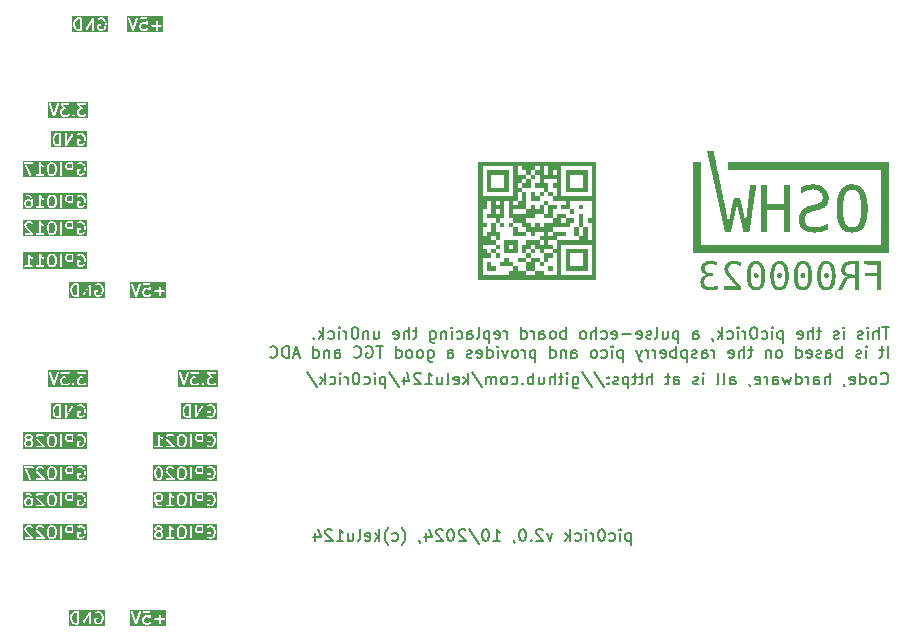
<source format=gbr>
%TF.GenerationSoftware,KiCad,Pcbnew,8.0.6*%
%TF.CreationDate,2024-10-28T10:58:12+07:00*%
%TF.ProjectId,PICO_ADC_Test,5049434f-5f41-4444-935f-546573742e6b,R0.1*%
%TF.SameCoordinates,PX72ade90PY75c75e0*%
%TF.FileFunction,Legend,Bot*%
%TF.FilePolarity,Positive*%
%FSLAX46Y46*%
G04 Gerber Fmt 4.6, Leading zero omitted, Abs format (unit mm)*
G04 Created by KiCad (PCBNEW 8.0.6) date 2024-10-28 10:58:12*
%MOMM*%
%LPD*%
G01*
G04 APERTURE LIST*
%ADD10C,0.150000*%
%ADD11C,0.000000*%
G04 APERTURE END LIST*
D10*
X75841792Y21975420D02*
X75889411Y21927800D01*
X75889411Y21927800D02*
X76032268Y21880181D01*
X76032268Y21880181D02*
X76127506Y21880181D01*
X76127506Y21880181D02*
X76270363Y21927800D01*
X76270363Y21927800D02*
X76365601Y22023039D01*
X76365601Y22023039D02*
X76413220Y22118277D01*
X76413220Y22118277D02*
X76460839Y22308753D01*
X76460839Y22308753D02*
X76460839Y22451610D01*
X76460839Y22451610D02*
X76413220Y22642086D01*
X76413220Y22642086D02*
X76365601Y22737324D01*
X76365601Y22737324D02*
X76270363Y22832562D01*
X76270363Y22832562D02*
X76127506Y22880181D01*
X76127506Y22880181D02*
X76032268Y22880181D01*
X76032268Y22880181D02*
X75889411Y22832562D01*
X75889411Y22832562D02*
X75841792Y22784943D01*
X75270363Y21880181D02*
X75365601Y21927800D01*
X75365601Y21927800D02*
X75413220Y21975420D01*
X75413220Y21975420D02*
X75460839Y22070658D01*
X75460839Y22070658D02*
X75460839Y22356372D01*
X75460839Y22356372D02*
X75413220Y22451610D01*
X75413220Y22451610D02*
X75365601Y22499229D01*
X75365601Y22499229D02*
X75270363Y22546848D01*
X75270363Y22546848D02*
X75127506Y22546848D01*
X75127506Y22546848D02*
X75032268Y22499229D01*
X75032268Y22499229D02*
X74984649Y22451610D01*
X74984649Y22451610D02*
X74937030Y22356372D01*
X74937030Y22356372D02*
X74937030Y22070658D01*
X74937030Y22070658D02*
X74984649Y21975420D01*
X74984649Y21975420D02*
X75032268Y21927800D01*
X75032268Y21927800D02*
X75127506Y21880181D01*
X75127506Y21880181D02*
X75270363Y21880181D01*
X74079887Y21880181D02*
X74079887Y22880181D01*
X74079887Y21927800D02*
X74175125Y21880181D01*
X74175125Y21880181D02*
X74365601Y21880181D01*
X74365601Y21880181D02*
X74460839Y21927800D01*
X74460839Y21927800D02*
X74508458Y21975420D01*
X74508458Y21975420D02*
X74556077Y22070658D01*
X74556077Y22070658D02*
X74556077Y22356372D01*
X74556077Y22356372D02*
X74508458Y22451610D01*
X74508458Y22451610D02*
X74460839Y22499229D01*
X74460839Y22499229D02*
X74365601Y22546848D01*
X74365601Y22546848D02*
X74175125Y22546848D01*
X74175125Y22546848D02*
X74079887Y22499229D01*
X73222744Y21927800D02*
X73317982Y21880181D01*
X73317982Y21880181D02*
X73508458Y21880181D01*
X73508458Y21880181D02*
X73603696Y21927800D01*
X73603696Y21927800D02*
X73651315Y22023039D01*
X73651315Y22023039D02*
X73651315Y22403991D01*
X73651315Y22403991D02*
X73603696Y22499229D01*
X73603696Y22499229D02*
X73508458Y22546848D01*
X73508458Y22546848D02*
X73317982Y22546848D01*
X73317982Y22546848D02*
X73222744Y22499229D01*
X73222744Y22499229D02*
X73175125Y22403991D01*
X73175125Y22403991D02*
X73175125Y22308753D01*
X73175125Y22308753D02*
X73651315Y22213515D01*
X72698934Y21927800D02*
X72698934Y21880181D01*
X72698934Y21880181D02*
X72746553Y21784943D01*
X72746553Y21784943D02*
X72794172Y21737324D01*
X71508458Y21880181D02*
X71508458Y22880181D01*
X71079887Y21880181D02*
X71079887Y22403991D01*
X71079887Y22403991D02*
X71127506Y22499229D01*
X71127506Y22499229D02*
X71222744Y22546848D01*
X71222744Y22546848D02*
X71365601Y22546848D01*
X71365601Y22546848D02*
X71460839Y22499229D01*
X71460839Y22499229D02*
X71508458Y22451610D01*
X70175125Y21880181D02*
X70175125Y22403991D01*
X70175125Y22403991D02*
X70222744Y22499229D01*
X70222744Y22499229D02*
X70317982Y22546848D01*
X70317982Y22546848D02*
X70508458Y22546848D01*
X70508458Y22546848D02*
X70603696Y22499229D01*
X70175125Y21927800D02*
X70270363Y21880181D01*
X70270363Y21880181D02*
X70508458Y21880181D01*
X70508458Y21880181D02*
X70603696Y21927800D01*
X70603696Y21927800D02*
X70651315Y22023039D01*
X70651315Y22023039D02*
X70651315Y22118277D01*
X70651315Y22118277D02*
X70603696Y22213515D01*
X70603696Y22213515D02*
X70508458Y22261134D01*
X70508458Y22261134D02*
X70270363Y22261134D01*
X70270363Y22261134D02*
X70175125Y22308753D01*
X69698934Y21880181D02*
X69698934Y22546848D01*
X69698934Y22356372D02*
X69651315Y22451610D01*
X69651315Y22451610D02*
X69603696Y22499229D01*
X69603696Y22499229D02*
X69508458Y22546848D01*
X69508458Y22546848D02*
X69413220Y22546848D01*
X68651315Y21880181D02*
X68651315Y22880181D01*
X68651315Y21927800D02*
X68746553Y21880181D01*
X68746553Y21880181D02*
X68937029Y21880181D01*
X68937029Y21880181D02*
X69032267Y21927800D01*
X69032267Y21927800D02*
X69079886Y21975420D01*
X69079886Y21975420D02*
X69127505Y22070658D01*
X69127505Y22070658D02*
X69127505Y22356372D01*
X69127505Y22356372D02*
X69079886Y22451610D01*
X69079886Y22451610D02*
X69032267Y22499229D01*
X69032267Y22499229D02*
X68937029Y22546848D01*
X68937029Y22546848D02*
X68746553Y22546848D01*
X68746553Y22546848D02*
X68651315Y22499229D01*
X68270362Y22546848D02*
X68079886Y21880181D01*
X68079886Y21880181D02*
X67889410Y22356372D01*
X67889410Y22356372D02*
X67698934Y21880181D01*
X67698934Y21880181D02*
X67508458Y22546848D01*
X66698934Y21880181D02*
X66698934Y22403991D01*
X66698934Y22403991D02*
X66746553Y22499229D01*
X66746553Y22499229D02*
X66841791Y22546848D01*
X66841791Y22546848D02*
X67032267Y22546848D01*
X67032267Y22546848D02*
X67127505Y22499229D01*
X66698934Y21927800D02*
X66794172Y21880181D01*
X66794172Y21880181D02*
X67032267Y21880181D01*
X67032267Y21880181D02*
X67127505Y21927800D01*
X67127505Y21927800D02*
X67175124Y22023039D01*
X67175124Y22023039D02*
X67175124Y22118277D01*
X67175124Y22118277D02*
X67127505Y22213515D01*
X67127505Y22213515D02*
X67032267Y22261134D01*
X67032267Y22261134D02*
X66794172Y22261134D01*
X66794172Y22261134D02*
X66698934Y22308753D01*
X66222743Y21880181D02*
X66222743Y22546848D01*
X66222743Y22356372D02*
X66175124Y22451610D01*
X66175124Y22451610D02*
X66127505Y22499229D01*
X66127505Y22499229D02*
X66032267Y22546848D01*
X66032267Y22546848D02*
X65937029Y22546848D01*
X65222743Y21927800D02*
X65317981Y21880181D01*
X65317981Y21880181D02*
X65508457Y21880181D01*
X65508457Y21880181D02*
X65603695Y21927800D01*
X65603695Y21927800D02*
X65651314Y22023039D01*
X65651314Y22023039D02*
X65651314Y22403991D01*
X65651314Y22403991D02*
X65603695Y22499229D01*
X65603695Y22499229D02*
X65508457Y22546848D01*
X65508457Y22546848D02*
X65317981Y22546848D01*
X65317981Y22546848D02*
X65222743Y22499229D01*
X65222743Y22499229D02*
X65175124Y22403991D01*
X65175124Y22403991D02*
X65175124Y22308753D01*
X65175124Y22308753D02*
X65651314Y22213515D01*
X64698933Y21927800D02*
X64698933Y21880181D01*
X64698933Y21880181D02*
X64746552Y21784943D01*
X64746552Y21784943D02*
X64794171Y21737324D01*
X63079886Y21880181D02*
X63079886Y22403991D01*
X63079886Y22403991D02*
X63127505Y22499229D01*
X63127505Y22499229D02*
X63222743Y22546848D01*
X63222743Y22546848D02*
X63413219Y22546848D01*
X63413219Y22546848D02*
X63508457Y22499229D01*
X63079886Y21927800D02*
X63175124Y21880181D01*
X63175124Y21880181D02*
X63413219Y21880181D01*
X63413219Y21880181D02*
X63508457Y21927800D01*
X63508457Y21927800D02*
X63556076Y22023039D01*
X63556076Y22023039D02*
X63556076Y22118277D01*
X63556076Y22118277D02*
X63508457Y22213515D01*
X63508457Y22213515D02*
X63413219Y22261134D01*
X63413219Y22261134D02*
X63175124Y22261134D01*
X63175124Y22261134D02*
X63079886Y22308753D01*
X62460838Y21880181D02*
X62556076Y21927800D01*
X62556076Y21927800D02*
X62603695Y22023039D01*
X62603695Y22023039D02*
X62603695Y22880181D01*
X61937028Y21880181D02*
X62032266Y21927800D01*
X62032266Y21927800D02*
X62079885Y22023039D01*
X62079885Y22023039D02*
X62079885Y22880181D01*
X60794170Y21880181D02*
X60794170Y22546848D01*
X60794170Y22880181D02*
X60841789Y22832562D01*
X60841789Y22832562D02*
X60794170Y22784943D01*
X60794170Y22784943D02*
X60746551Y22832562D01*
X60746551Y22832562D02*
X60794170Y22880181D01*
X60794170Y22880181D02*
X60794170Y22784943D01*
X60365599Y21927800D02*
X60270361Y21880181D01*
X60270361Y21880181D02*
X60079885Y21880181D01*
X60079885Y21880181D02*
X59984647Y21927800D01*
X59984647Y21927800D02*
X59937028Y22023039D01*
X59937028Y22023039D02*
X59937028Y22070658D01*
X59937028Y22070658D02*
X59984647Y22165896D01*
X59984647Y22165896D02*
X60079885Y22213515D01*
X60079885Y22213515D02*
X60222742Y22213515D01*
X60222742Y22213515D02*
X60317980Y22261134D01*
X60317980Y22261134D02*
X60365599Y22356372D01*
X60365599Y22356372D02*
X60365599Y22403991D01*
X60365599Y22403991D02*
X60317980Y22499229D01*
X60317980Y22499229D02*
X60222742Y22546848D01*
X60222742Y22546848D02*
X60079885Y22546848D01*
X60079885Y22546848D02*
X59984647Y22499229D01*
X58317980Y21880181D02*
X58317980Y22403991D01*
X58317980Y22403991D02*
X58365599Y22499229D01*
X58365599Y22499229D02*
X58460837Y22546848D01*
X58460837Y22546848D02*
X58651313Y22546848D01*
X58651313Y22546848D02*
X58746551Y22499229D01*
X58317980Y21927800D02*
X58413218Y21880181D01*
X58413218Y21880181D02*
X58651313Y21880181D01*
X58651313Y21880181D02*
X58746551Y21927800D01*
X58746551Y21927800D02*
X58794170Y22023039D01*
X58794170Y22023039D02*
X58794170Y22118277D01*
X58794170Y22118277D02*
X58746551Y22213515D01*
X58746551Y22213515D02*
X58651313Y22261134D01*
X58651313Y22261134D02*
X58413218Y22261134D01*
X58413218Y22261134D02*
X58317980Y22308753D01*
X57984646Y22546848D02*
X57603694Y22546848D01*
X57841789Y22880181D02*
X57841789Y22023039D01*
X57841789Y22023039D02*
X57794170Y21927800D01*
X57794170Y21927800D02*
X57698932Y21880181D01*
X57698932Y21880181D02*
X57603694Y21880181D01*
X56508455Y21880181D02*
X56508455Y22880181D01*
X56079884Y21880181D02*
X56079884Y22403991D01*
X56079884Y22403991D02*
X56127503Y22499229D01*
X56127503Y22499229D02*
X56222741Y22546848D01*
X56222741Y22546848D02*
X56365598Y22546848D01*
X56365598Y22546848D02*
X56460836Y22499229D01*
X56460836Y22499229D02*
X56508455Y22451610D01*
X55746550Y22546848D02*
X55365598Y22546848D01*
X55603693Y22880181D02*
X55603693Y22023039D01*
X55603693Y22023039D02*
X55556074Y21927800D01*
X55556074Y21927800D02*
X55460836Y21880181D01*
X55460836Y21880181D02*
X55365598Y21880181D01*
X55175121Y22546848D02*
X54794169Y22546848D01*
X55032264Y22880181D02*
X55032264Y22023039D01*
X55032264Y22023039D02*
X54984645Y21927800D01*
X54984645Y21927800D02*
X54889407Y21880181D01*
X54889407Y21880181D02*
X54794169Y21880181D01*
X54460835Y22546848D02*
X54460835Y21546848D01*
X54460835Y22499229D02*
X54365597Y22546848D01*
X54365597Y22546848D02*
X54175121Y22546848D01*
X54175121Y22546848D02*
X54079883Y22499229D01*
X54079883Y22499229D02*
X54032264Y22451610D01*
X54032264Y22451610D02*
X53984645Y22356372D01*
X53984645Y22356372D02*
X53984645Y22070658D01*
X53984645Y22070658D02*
X54032264Y21975420D01*
X54032264Y21975420D02*
X54079883Y21927800D01*
X54079883Y21927800D02*
X54175121Y21880181D01*
X54175121Y21880181D02*
X54365597Y21880181D01*
X54365597Y21880181D02*
X54460835Y21927800D01*
X53603692Y21927800D02*
X53508454Y21880181D01*
X53508454Y21880181D02*
X53317978Y21880181D01*
X53317978Y21880181D02*
X53222740Y21927800D01*
X53222740Y21927800D02*
X53175121Y22023039D01*
X53175121Y22023039D02*
X53175121Y22070658D01*
X53175121Y22070658D02*
X53222740Y22165896D01*
X53222740Y22165896D02*
X53317978Y22213515D01*
X53317978Y22213515D02*
X53460835Y22213515D01*
X53460835Y22213515D02*
X53556073Y22261134D01*
X53556073Y22261134D02*
X53603692Y22356372D01*
X53603692Y22356372D02*
X53603692Y22403991D01*
X53603692Y22403991D02*
X53556073Y22499229D01*
X53556073Y22499229D02*
X53460835Y22546848D01*
X53460835Y22546848D02*
X53317978Y22546848D01*
X53317978Y22546848D02*
X53222740Y22499229D01*
X52746549Y21975420D02*
X52698930Y21927800D01*
X52698930Y21927800D02*
X52746549Y21880181D01*
X52746549Y21880181D02*
X52794168Y21927800D01*
X52794168Y21927800D02*
X52746549Y21975420D01*
X52746549Y21975420D02*
X52746549Y21880181D01*
X52746549Y22499229D02*
X52698930Y22451610D01*
X52698930Y22451610D02*
X52746549Y22403991D01*
X52746549Y22403991D02*
X52794168Y22451610D01*
X52794168Y22451610D02*
X52746549Y22499229D01*
X52746549Y22499229D02*
X52746549Y22403991D01*
X51556074Y22927800D02*
X52413216Y21642086D01*
X50508455Y22927800D02*
X51365597Y21642086D01*
X49746550Y22546848D02*
X49746550Y21737324D01*
X49746550Y21737324D02*
X49794169Y21642086D01*
X49794169Y21642086D02*
X49841788Y21594467D01*
X49841788Y21594467D02*
X49937026Y21546848D01*
X49937026Y21546848D02*
X50079883Y21546848D01*
X50079883Y21546848D02*
X50175121Y21594467D01*
X49746550Y21927800D02*
X49841788Y21880181D01*
X49841788Y21880181D02*
X50032264Y21880181D01*
X50032264Y21880181D02*
X50127502Y21927800D01*
X50127502Y21927800D02*
X50175121Y21975420D01*
X50175121Y21975420D02*
X50222740Y22070658D01*
X50222740Y22070658D02*
X50222740Y22356372D01*
X50222740Y22356372D02*
X50175121Y22451610D01*
X50175121Y22451610D02*
X50127502Y22499229D01*
X50127502Y22499229D02*
X50032264Y22546848D01*
X50032264Y22546848D02*
X49841788Y22546848D01*
X49841788Y22546848D02*
X49746550Y22499229D01*
X49270359Y21880181D02*
X49270359Y22546848D01*
X49270359Y22880181D02*
X49317978Y22832562D01*
X49317978Y22832562D02*
X49270359Y22784943D01*
X49270359Y22784943D02*
X49222740Y22832562D01*
X49222740Y22832562D02*
X49270359Y22880181D01*
X49270359Y22880181D02*
X49270359Y22784943D01*
X48937026Y22546848D02*
X48556074Y22546848D01*
X48794169Y22880181D02*
X48794169Y22023039D01*
X48794169Y22023039D02*
X48746550Y21927800D01*
X48746550Y21927800D02*
X48651312Y21880181D01*
X48651312Y21880181D02*
X48556074Y21880181D01*
X48222740Y21880181D02*
X48222740Y22880181D01*
X47794169Y21880181D02*
X47794169Y22403991D01*
X47794169Y22403991D02*
X47841788Y22499229D01*
X47841788Y22499229D02*
X47937026Y22546848D01*
X47937026Y22546848D02*
X48079883Y22546848D01*
X48079883Y22546848D02*
X48175121Y22499229D01*
X48175121Y22499229D02*
X48222740Y22451610D01*
X46889407Y22546848D02*
X46889407Y21880181D01*
X47317978Y22546848D02*
X47317978Y22023039D01*
X47317978Y22023039D02*
X47270359Y21927800D01*
X47270359Y21927800D02*
X47175121Y21880181D01*
X47175121Y21880181D02*
X47032264Y21880181D01*
X47032264Y21880181D02*
X46937026Y21927800D01*
X46937026Y21927800D02*
X46889407Y21975420D01*
X46413216Y21880181D02*
X46413216Y22880181D01*
X46413216Y22499229D02*
X46317978Y22546848D01*
X46317978Y22546848D02*
X46127502Y22546848D01*
X46127502Y22546848D02*
X46032264Y22499229D01*
X46032264Y22499229D02*
X45984645Y22451610D01*
X45984645Y22451610D02*
X45937026Y22356372D01*
X45937026Y22356372D02*
X45937026Y22070658D01*
X45937026Y22070658D02*
X45984645Y21975420D01*
X45984645Y21975420D02*
X46032264Y21927800D01*
X46032264Y21927800D02*
X46127502Y21880181D01*
X46127502Y21880181D02*
X46317978Y21880181D01*
X46317978Y21880181D02*
X46413216Y21927800D01*
X45508454Y21975420D02*
X45460835Y21927800D01*
X45460835Y21927800D02*
X45508454Y21880181D01*
X45508454Y21880181D02*
X45556073Y21927800D01*
X45556073Y21927800D02*
X45508454Y21975420D01*
X45508454Y21975420D02*
X45508454Y21880181D01*
X44603693Y21927800D02*
X44698931Y21880181D01*
X44698931Y21880181D02*
X44889407Y21880181D01*
X44889407Y21880181D02*
X44984645Y21927800D01*
X44984645Y21927800D02*
X45032264Y21975420D01*
X45032264Y21975420D02*
X45079883Y22070658D01*
X45079883Y22070658D02*
X45079883Y22356372D01*
X45079883Y22356372D02*
X45032264Y22451610D01*
X45032264Y22451610D02*
X44984645Y22499229D01*
X44984645Y22499229D02*
X44889407Y22546848D01*
X44889407Y22546848D02*
X44698931Y22546848D01*
X44698931Y22546848D02*
X44603693Y22499229D01*
X44032264Y21880181D02*
X44127502Y21927800D01*
X44127502Y21927800D02*
X44175121Y21975420D01*
X44175121Y21975420D02*
X44222740Y22070658D01*
X44222740Y22070658D02*
X44222740Y22356372D01*
X44222740Y22356372D02*
X44175121Y22451610D01*
X44175121Y22451610D02*
X44127502Y22499229D01*
X44127502Y22499229D02*
X44032264Y22546848D01*
X44032264Y22546848D02*
X43889407Y22546848D01*
X43889407Y22546848D02*
X43794169Y22499229D01*
X43794169Y22499229D02*
X43746550Y22451610D01*
X43746550Y22451610D02*
X43698931Y22356372D01*
X43698931Y22356372D02*
X43698931Y22070658D01*
X43698931Y22070658D02*
X43746550Y21975420D01*
X43746550Y21975420D02*
X43794169Y21927800D01*
X43794169Y21927800D02*
X43889407Y21880181D01*
X43889407Y21880181D02*
X44032264Y21880181D01*
X43270359Y21880181D02*
X43270359Y22546848D01*
X43270359Y22451610D02*
X43222740Y22499229D01*
X43222740Y22499229D02*
X43127502Y22546848D01*
X43127502Y22546848D02*
X42984645Y22546848D01*
X42984645Y22546848D02*
X42889407Y22499229D01*
X42889407Y22499229D02*
X42841788Y22403991D01*
X42841788Y22403991D02*
X42841788Y21880181D01*
X42841788Y22403991D02*
X42794169Y22499229D01*
X42794169Y22499229D02*
X42698931Y22546848D01*
X42698931Y22546848D02*
X42556074Y22546848D01*
X42556074Y22546848D02*
X42460835Y22499229D01*
X42460835Y22499229D02*
X42413216Y22403991D01*
X42413216Y22403991D02*
X42413216Y21880181D01*
X41222741Y22927800D02*
X42079883Y21642086D01*
X40889407Y21880181D02*
X40889407Y22880181D01*
X40794169Y22261134D02*
X40508455Y21880181D01*
X40508455Y22546848D02*
X40889407Y22165896D01*
X39698931Y21927800D02*
X39794169Y21880181D01*
X39794169Y21880181D02*
X39984645Y21880181D01*
X39984645Y21880181D02*
X40079883Y21927800D01*
X40079883Y21927800D02*
X40127502Y22023039D01*
X40127502Y22023039D02*
X40127502Y22403991D01*
X40127502Y22403991D02*
X40079883Y22499229D01*
X40079883Y22499229D02*
X39984645Y22546848D01*
X39984645Y22546848D02*
X39794169Y22546848D01*
X39794169Y22546848D02*
X39698931Y22499229D01*
X39698931Y22499229D02*
X39651312Y22403991D01*
X39651312Y22403991D02*
X39651312Y22308753D01*
X39651312Y22308753D02*
X40127502Y22213515D01*
X39079883Y21880181D02*
X39175121Y21927800D01*
X39175121Y21927800D02*
X39222740Y22023039D01*
X39222740Y22023039D02*
X39222740Y22880181D01*
X38270359Y22546848D02*
X38270359Y21880181D01*
X38698930Y22546848D02*
X38698930Y22023039D01*
X38698930Y22023039D02*
X38651311Y21927800D01*
X38651311Y21927800D02*
X38556073Y21880181D01*
X38556073Y21880181D02*
X38413216Y21880181D01*
X38413216Y21880181D02*
X38317978Y21927800D01*
X38317978Y21927800D02*
X38270359Y21975420D01*
X37270359Y21880181D02*
X37841787Y21880181D01*
X37556073Y21880181D02*
X37556073Y22880181D01*
X37556073Y22880181D02*
X37651311Y22737324D01*
X37651311Y22737324D02*
X37746549Y22642086D01*
X37746549Y22642086D02*
X37841787Y22594467D01*
X36889406Y22784943D02*
X36841787Y22832562D01*
X36841787Y22832562D02*
X36746549Y22880181D01*
X36746549Y22880181D02*
X36508454Y22880181D01*
X36508454Y22880181D02*
X36413216Y22832562D01*
X36413216Y22832562D02*
X36365597Y22784943D01*
X36365597Y22784943D02*
X36317978Y22689705D01*
X36317978Y22689705D02*
X36317978Y22594467D01*
X36317978Y22594467D02*
X36365597Y22451610D01*
X36365597Y22451610D02*
X36937025Y21880181D01*
X36937025Y21880181D02*
X36317978Y21880181D01*
X35460835Y22546848D02*
X35460835Y21880181D01*
X35698930Y22927800D02*
X35937025Y22213515D01*
X35937025Y22213515D02*
X35317978Y22213515D01*
X34222740Y22927800D02*
X35079882Y21642086D01*
X33889406Y22546848D02*
X33889406Y21546848D01*
X33889406Y22499229D02*
X33794168Y22546848D01*
X33794168Y22546848D02*
X33603692Y22546848D01*
X33603692Y22546848D02*
X33508454Y22499229D01*
X33508454Y22499229D02*
X33460835Y22451610D01*
X33460835Y22451610D02*
X33413216Y22356372D01*
X33413216Y22356372D02*
X33413216Y22070658D01*
X33413216Y22070658D02*
X33460835Y21975420D01*
X33460835Y21975420D02*
X33508454Y21927800D01*
X33508454Y21927800D02*
X33603692Y21880181D01*
X33603692Y21880181D02*
X33794168Y21880181D01*
X33794168Y21880181D02*
X33889406Y21927800D01*
X32984644Y21880181D02*
X32984644Y22546848D01*
X32984644Y22880181D02*
X33032263Y22832562D01*
X33032263Y22832562D02*
X32984644Y22784943D01*
X32984644Y22784943D02*
X32937025Y22832562D01*
X32937025Y22832562D02*
X32984644Y22880181D01*
X32984644Y22880181D02*
X32984644Y22784943D01*
X32079883Y21927800D02*
X32175121Y21880181D01*
X32175121Y21880181D02*
X32365597Y21880181D01*
X32365597Y21880181D02*
X32460835Y21927800D01*
X32460835Y21927800D02*
X32508454Y21975420D01*
X32508454Y21975420D02*
X32556073Y22070658D01*
X32556073Y22070658D02*
X32556073Y22356372D01*
X32556073Y22356372D02*
X32508454Y22451610D01*
X32508454Y22451610D02*
X32460835Y22499229D01*
X32460835Y22499229D02*
X32365597Y22546848D01*
X32365597Y22546848D02*
X32175121Y22546848D01*
X32175121Y22546848D02*
X32079883Y22499229D01*
X31460835Y22880181D02*
X31365597Y22880181D01*
X31365597Y22880181D02*
X31270359Y22832562D01*
X31270359Y22832562D02*
X31222740Y22784943D01*
X31222740Y22784943D02*
X31175121Y22689705D01*
X31175121Y22689705D02*
X31127502Y22499229D01*
X31127502Y22499229D02*
X31127502Y22261134D01*
X31127502Y22261134D02*
X31175121Y22070658D01*
X31175121Y22070658D02*
X31222740Y21975420D01*
X31222740Y21975420D02*
X31270359Y21927800D01*
X31270359Y21927800D02*
X31365597Y21880181D01*
X31365597Y21880181D02*
X31460835Y21880181D01*
X31460835Y21880181D02*
X31556073Y21927800D01*
X31556073Y21927800D02*
X31603692Y21975420D01*
X31603692Y21975420D02*
X31651311Y22070658D01*
X31651311Y22070658D02*
X31698930Y22261134D01*
X31698930Y22261134D02*
X31698930Y22499229D01*
X31698930Y22499229D02*
X31651311Y22689705D01*
X31651311Y22689705D02*
X31603692Y22784943D01*
X31603692Y22784943D02*
X31556073Y22832562D01*
X31556073Y22832562D02*
X31460835Y22880181D01*
X30698930Y21880181D02*
X30698930Y22546848D01*
X30698930Y22356372D02*
X30651311Y22451610D01*
X30651311Y22451610D02*
X30603692Y22499229D01*
X30603692Y22499229D02*
X30508454Y22546848D01*
X30508454Y22546848D02*
X30413216Y22546848D01*
X30079882Y21880181D02*
X30079882Y22546848D01*
X30079882Y22880181D02*
X30127501Y22832562D01*
X30127501Y22832562D02*
X30079882Y22784943D01*
X30079882Y22784943D02*
X30032263Y22832562D01*
X30032263Y22832562D02*
X30079882Y22880181D01*
X30079882Y22880181D02*
X30079882Y22784943D01*
X29175121Y21927800D02*
X29270359Y21880181D01*
X29270359Y21880181D02*
X29460835Y21880181D01*
X29460835Y21880181D02*
X29556073Y21927800D01*
X29556073Y21927800D02*
X29603692Y21975420D01*
X29603692Y21975420D02*
X29651311Y22070658D01*
X29651311Y22070658D02*
X29651311Y22356372D01*
X29651311Y22356372D02*
X29603692Y22451610D01*
X29603692Y22451610D02*
X29556073Y22499229D01*
X29556073Y22499229D02*
X29460835Y22546848D01*
X29460835Y22546848D02*
X29270359Y22546848D01*
X29270359Y22546848D02*
X29175121Y22499229D01*
X28746549Y21880181D02*
X28746549Y22880181D01*
X28651311Y22261134D02*
X28365597Y21880181D01*
X28365597Y22546848D02*
X28746549Y22165896D01*
X27222740Y22927800D02*
X28079882Y21642086D01*
X54663220Y9296848D02*
X54663220Y8296848D01*
X54663220Y9249229D02*
X54567982Y9296848D01*
X54567982Y9296848D02*
X54377506Y9296848D01*
X54377506Y9296848D02*
X54282268Y9249229D01*
X54282268Y9249229D02*
X54234649Y9201610D01*
X54234649Y9201610D02*
X54187030Y9106372D01*
X54187030Y9106372D02*
X54187030Y8820658D01*
X54187030Y8820658D02*
X54234649Y8725420D01*
X54234649Y8725420D02*
X54282268Y8677800D01*
X54282268Y8677800D02*
X54377506Y8630181D01*
X54377506Y8630181D02*
X54567982Y8630181D01*
X54567982Y8630181D02*
X54663220Y8677800D01*
X53758458Y8630181D02*
X53758458Y9296848D01*
X53758458Y9630181D02*
X53806077Y9582562D01*
X53806077Y9582562D02*
X53758458Y9534943D01*
X53758458Y9534943D02*
X53710839Y9582562D01*
X53710839Y9582562D02*
X53758458Y9630181D01*
X53758458Y9630181D02*
X53758458Y9534943D01*
X52853697Y8677800D02*
X52948935Y8630181D01*
X52948935Y8630181D02*
X53139411Y8630181D01*
X53139411Y8630181D02*
X53234649Y8677800D01*
X53234649Y8677800D02*
X53282268Y8725420D01*
X53282268Y8725420D02*
X53329887Y8820658D01*
X53329887Y8820658D02*
X53329887Y9106372D01*
X53329887Y9106372D02*
X53282268Y9201610D01*
X53282268Y9201610D02*
X53234649Y9249229D01*
X53234649Y9249229D02*
X53139411Y9296848D01*
X53139411Y9296848D02*
X52948935Y9296848D01*
X52948935Y9296848D02*
X52853697Y9249229D01*
X52234649Y9630181D02*
X52139411Y9630181D01*
X52139411Y9630181D02*
X52044173Y9582562D01*
X52044173Y9582562D02*
X51996554Y9534943D01*
X51996554Y9534943D02*
X51948935Y9439705D01*
X51948935Y9439705D02*
X51901316Y9249229D01*
X51901316Y9249229D02*
X51901316Y9011134D01*
X51901316Y9011134D02*
X51948935Y8820658D01*
X51948935Y8820658D02*
X51996554Y8725420D01*
X51996554Y8725420D02*
X52044173Y8677800D01*
X52044173Y8677800D02*
X52139411Y8630181D01*
X52139411Y8630181D02*
X52234649Y8630181D01*
X52234649Y8630181D02*
X52329887Y8677800D01*
X52329887Y8677800D02*
X52377506Y8725420D01*
X52377506Y8725420D02*
X52425125Y8820658D01*
X52425125Y8820658D02*
X52472744Y9011134D01*
X52472744Y9011134D02*
X52472744Y9249229D01*
X52472744Y9249229D02*
X52425125Y9439705D01*
X52425125Y9439705D02*
X52377506Y9534943D01*
X52377506Y9534943D02*
X52329887Y9582562D01*
X52329887Y9582562D02*
X52234649Y9630181D01*
X51472744Y8630181D02*
X51472744Y9296848D01*
X51472744Y9106372D02*
X51425125Y9201610D01*
X51425125Y9201610D02*
X51377506Y9249229D01*
X51377506Y9249229D02*
X51282268Y9296848D01*
X51282268Y9296848D02*
X51187030Y9296848D01*
X50853696Y8630181D02*
X50853696Y9296848D01*
X50853696Y9630181D02*
X50901315Y9582562D01*
X50901315Y9582562D02*
X50853696Y9534943D01*
X50853696Y9534943D02*
X50806077Y9582562D01*
X50806077Y9582562D02*
X50853696Y9630181D01*
X50853696Y9630181D02*
X50853696Y9534943D01*
X49948935Y8677800D02*
X50044173Y8630181D01*
X50044173Y8630181D02*
X50234649Y8630181D01*
X50234649Y8630181D02*
X50329887Y8677800D01*
X50329887Y8677800D02*
X50377506Y8725420D01*
X50377506Y8725420D02*
X50425125Y8820658D01*
X50425125Y8820658D02*
X50425125Y9106372D01*
X50425125Y9106372D02*
X50377506Y9201610D01*
X50377506Y9201610D02*
X50329887Y9249229D01*
X50329887Y9249229D02*
X50234649Y9296848D01*
X50234649Y9296848D02*
X50044173Y9296848D01*
X50044173Y9296848D02*
X49948935Y9249229D01*
X49520363Y8630181D02*
X49520363Y9630181D01*
X49425125Y9011134D02*
X49139411Y8630181D01*
X49139411Y9296848D02*
X49520363Y8915896D01*
X48044172Y9296848D02*
X47806077Y8630181D01*
X47806077Y8630181D02*
X47567982Y9296848D01*
X47234648Y9534943D02*
X47187029Y9582562D01*
X47187029Y9582562D02*
X47091791Y9630181D01*
X47091791Y9630181D02*
X46853696Y9630181D01*
X46853696Y9630181D02*
X46758458Y9582562D01*
X46758458Y9582562D02*
X46710839Y9534943D01*
X46710839Y9534943D02*
X46663220Y9439705D01*
X46663220Y9439705D02*
X46663220Y9344467D01*
X46663220Y9344467D02*
X46710839Y9201610D01*
X46710839Y9201610D02*
X47282267Y8630181D01*
X47282267Y8630181D02*
X46663220Y8630181D01*
X46234648Y8725420D02*
X46187029Y8677800D01*
X46187029Y8677800D02*
X46234648Y8630181D01*
X46234648Y8630181D02*
X46282267Y8677800D01*
X46282267Y8677800D02*
X46234648Y8725420D01*
X46234648Y8725420D02*
X46234648Y8630181D01*
X45567982Y9630181D02*
X45472744Y9630181D01*
X45472744Y9630181D02*
X45377506Y9582562D01*
X45377506Y9582562D02*
X45329887Y9534943D01*
X45329887Y9534943D02*
X45282268Y9439705D01*
X45282268Y9439705D02*
X45234649Y9249229D01*
X45234649Y9249229D02*
X45234649Y9011134D01*
X45234649Y9011134D02*
X45282268Y8820658D01*
X45282268Y8820658D02*
X45329887Y8725420D01*
X45329887Y8725420D02*
X45377506Y8677800D01*
X45377506Y8677800D02*
X45472744Y8630181D01*
X45472744Y8630181D02*
X45567982Y8630181D01*
X45567982Y8630181D02*
X45663220Y8677800D01*
X45663220Y8677800D02*
X45710839Y8725420D01*
X45710839Y8725420D02*
X45758458Y8820658D01*
X45758458Y8820658D02*
X45806077Y9011134D01*
X45806077Y9011134D02*
X45806077Y9249229D01*
X45806077Y9249229D02*
X45758458Y9439705D01*
X45758458Y9439705D02*
X45710839Y9534943D01*
X45710839Y9534943D02*
X45663220Y9582562D01*
X45663220Y9582562D02*
X45567982Y9630181D01*
X44758458Y8677800D02*
X44758458Y8630181D01*
X44758458Y8630181D02*
X44806077Y8534943D01*
X44806077Y8534943D02*
X44853696Y8487324D01*
X43044173Y8630181D02*
X43615601Y8630181D01*
X43329887Y8630181D02*
X43329887Y9630181D01*
X43329887Y9630181D02*
X43425125Y9487324D01*
X43425125Y9487324D02*
X43520363Y9392086D01*
X43520363Y9392086D02*
X43615601Y9344467D01*
X42425125Y9630181D02*
X42329887Y9630181D01*
X42329887Y9630181D02*
X42234649Y9582562D01*
X42234649Y9582562D02*
X42187030Y9534943D01*
X42187030Y9534943D02*
X42139411Y9439705D01*
X42139411Y9439705D02*
X42091792Y9249229D01*
X42091792Y9249229D02*
X42091792Y9011134D01*
X42091792Y9011134D02*
X42139411Y8820658D01*
X42139411Y8820658D02*
X42187030Y8725420D01*
X42187030Y8725420D02*
X42234649Y8677800D01*
X42234649Y8677800D02*
X42329887Y8630181D01*
X42329887Y8630181D02*
X42425125Y8630181D01*
X42425125Y8630181D02*
X42520363Y8677800D01*
X42520363Y8677800D02*
X42567982Y8725420D01*
X42567982Y8725420D02*
X42615601Y8820658D01*
X42615601Y8820658D02*
X42663220Y9011134D01*
X42663220Y9011134D02*
X42663220Y9249229D01*
X42663220Y9249229D02*
X42615601Y9439705D01*
X42615601Y9439705D02*
X42567982Y9534943D01*
X42567982Y9534943D02*
X42520363Y9582562D01*
X42520363Y9582562D02*
X42425125Y9630181D01*
X40948935Y9677800D02*
X41806077Y8392086D01*
X40663220Y9534943D02*
X40615601Y9582562D01*
X40615601Y9582562D02*
X40520363Y9630181D01*
X40520363Y9630181D02*
X40282268Y9630181D01*
X40282268Y9630181D02*
X40187030Y9582562D01*
X40187030Y9582562D02*
X40139411Y9534943D01*
X40139411Y9534943D02*
X40091792Y9439705D01*
X40091792Y9439705D02*
X40091792Y9344467D01*
X40091792Y9344467D02*
X40139411Y9201610D01*
X40139411Y9201610D02*
X40710839Y8630181D01*
X40710839Y8630181D02*
X40091792Y8630181D01*
X39472744Y9630181D02*
X39377506Y9630181D01*
X39377506Y9630181D02*
X39282268Y9582562D01*
X39282268Y9582562D02*
X39234649Y9534943D01*
X39234649Y9534943D02*
X39187030Y9439705D01*
X39187030Y9439705D02*
X39139411Y9249229D01*
X39139411Y9249229D02*
X39139411Y9011134D01*
X39139411Y9011134D02*
X39187030Y8820658D01*
X39187030Y8820658D02*
X39234649Y8725420D01*
X39234649Y8725420D02*
X39282268Y8677800D01*
X39282268Y8677800D02*
X39377506Y8630181D01*
X39377506Y8630181D02*
X39472744Y8630181D01*
X39472744Y8630181D02*
X39567982Y8677800D01*
X39567982Y8677800D02*
X39615601Y8725420D01*
X39615601Y8725420D02*
X39663220Y8820658D01*
X39663220Y8820658D02*
X39710839Y9011134D01*
X39710839Y9011134D02*
X39710839Y9249229D01*
X39710839Y9249229D02*
X39663220Y9439705D01*
X39663220Y9439705D02*
X39615601Y9534943D01*
X39615601Y9534943D02*
X39567982Y9582562D01*
X39567982Y9582562D02*
X39472744Y9630181D01*
X38758458Y9534943D02*
X38710839Y9582562D01*
X38710839Y9582562D02*
X38615601Y9630181D01*
X38615601Y9630181D02*
X38377506Y9630181D01*
X38377506Y9630181D02*
X38282268Y9582562D01*
X38282268Y9582562D02*
X38234649Y9534943D01*
X38234649Y9534943D02*
X38187030Y9439705D01*
X38187030Y9439705D02*
X38187030Y9344467D01*
X38187030Y9344467D02*
X38234649Y9201610D01*
X38234649Y9201610D02*
X38806077Y8630181D01*
X38806077Y8630181D02*
X38187030Y8630181D01*
X37329887Y9296848D02*
X37329887Y8630181D01*
X37567982Y9677800D02*
X37806077Y8963515D01*
X37806077Y8963515D02*
X37187030Y8963515D01*
X36758458Y8677800D02*
X36758458Y8630181D01*
X36758458Y8630181D02*
X36806077Y8534943D01*
X36806077Y8534943D02*
X36853696Y8487324D01*
X35282268Y8249229D02*
X35329887Y8296848D01*
X35329887Y8296848D02*
X35425125Y8439705D01*
X35425125Y8439705D02*
X35472744Y8534943D01*
X35472744Y8534943D02*
X35520363Y8677800D01*
X35520363Y8677800D02*
X35567982Y8915896D01*
X35567982Y8915896D02*
X35567982Y9106372D01*
X35567982Y9106372D02*
X35520363Y9344467D01*
X35520363Y9344467D02*
X35472744Y9487324D01*
X35472744Y9487324D02*
X35425125Y9582562D01*
X35425125Y9582562D02*
X35329887Y9725420D01*
X35329887Y9725420D02*
X35282268Y9773039D01*
X34472744Y8677800D02*
X34567982Y8630181D01*
X34567982Y8630181D02*
X34758458Y8630181D01*
X34758458Y8630181D02*
X34853696Y8677800D01*
X34853696Y8677800D02*
X34901315Y8725420D01*
X34901315Y8725420D02*
X34948934Y8820658D01*
X34948934Y8820658D02*
X34948934Y9106372D01*
X34948934Y9106372D02*
X34901315Y9201610D01*
X34901315Y9201610D02*
X34853696Y9249229D01*
X34853696Y9249229D02*
X34758458Y9296848D01*
X34758458Y9296848D02*
X34567982Y9296848D01*
X34567982Y9296848D02*
X34472744Y9249229D01*
X34139410Y8249229D02*
X34091791Y8296848D01*
X34091791Y8296848D02*
X33996553Y8439705D01*
X33996553Y8439705D02*
X33948934Y8534943D01*
X33948934Y8534943D02*
X33901315Y8677800D01*
X33901315Y8677800D02*
X33853696Y8915896D01*
X33853696Y8915896D02*
X33853696Y9106372D01*
X33853696Y9106372D02*
X33901315Y9344467D01*
X33901315Y9344467D02*
X33948934Y9487324D01*
X33948934Y9487324D02*
X33996553Y9582562D01*
X33996553Y9582562D02*
X34091791Y9725420D01*
X34091791Y9725420D02*
X34139410Y9773039D01*
X33377505Y8630181D02*
X33377505Y9630181D01*
X33282267Y9011134D02*
X32996553Y8630181D01*
X32996553Y9296848D02*
X33377505Y8915896D01*
X32187029Y8677800D02*
X32282267Y8630181D01*
X32282267Y8630181D02*
X32472743Y8630181D01*
X32472743Y8630181D02*
X32567981Y8677800D01*
X32567981Y8677800D02*
X32615600Y8773039D01*
X32615600Y8773039D02*
X32615600Y9153991D01*
X32615600Y9153991D02*
X32567981Y9249229D01*
X32567981Y9249229D02*
X32472743Y9296848D01*
X32472743Y9296848D02*
X32282267Y9296848D01*
X32282267Y9296848D02*
X32187029Y9249229D01*
X32187029Y9249229D02*
X32139410Y9153991D01*
X32139410Y9153991D02*
X32139410Y9058753D01*
X32139410Y9058753D02*
X32615600Y8963515D01*
X31567981Y8630181D02*
X31663219Y8677800D01*
X31663219Y8677800D02*
X31710838Y8773039D01*
X31710838Y8773039D02*
X31710838Y9630181D01*
X30758457Y9296848D02*
X30758457Y8630181D01*
X31187028Y9296848D02*
X31187028Y8773039D01*
X31187028Y8773039D02*
X31139409Y8677800D01*
X31139409Y8677800D02*
X31044171Y8630181D01*
X31044171Y8630181D02*
X30901314Y8630181D01*
X30901314Y8630181D02*
X30806076Y8677800D01*
X30806076Y8677800D02*
X30758457Y8725420D01*
X29758457Y8630181D02*
X30329885Y8630181D01*
X30044171Y8630181D02*
X30044171Y9630181D01*
X30044171Y9630181D02*
X30139409Y9487324D01*
X30139409Y9487324D02*
X30234647Y9392086D01*
X30234647Y9392086D02*
X30329885Y9344467D01*
X29377504Y9534943D02*
X29329885Y9582562D01*
X29329885Y9582562D02*
X29234647Y9630181D01*
X29234647Y9630181D02*
X28996552Y9630181D01*
X28996552Y9630181D02*
X28901314Y9582562D01*
X28901314Y9582562D02*
X28853695Y9534943D01*
X28853695Y9534943D02*
X28806076Y9439705D01*
X28806076Y9439705D02*
X28806076Y9344467D01*
X28806076Y9344467D02*
X28853695Y9201610D01*
X28853695Y9201610D02*
X29425123Y8630181D01*
X29425123Y8630181D02*
X28806076Y8630181D01*
X27948933Y9296848D02*
X27948933Y8630181D01*
X28187028Y9677800D02*
X28425123Y8963515D01*
X28425123Y8963515D02*
X27806076Y8963515D01*
X76556077Y26740125D02*
X75984649Y26740125D01*
X76270363Y25740125D02*
X76270363Y26740125D01*
X75651315Y25740125D02*
X75651315Y26740125D01*
X75222744Y25740125D02*
X75222744Y26263935D01*
X75222744Y26263935D02*
X75270363Y26359173D01*
X75270363Y26359173D02*
X75365601Y26406792D01*
X75365601Y26406792D02*
X75508458Y26406792D01*
X75508458Y26406792D02*
X75603696Y26359173D01*
X75603696Y26359173D02*
X75651315Y26311554D01*
X74746553Y25740125D02*
X74746553Y26406792D01*
X74746553Y26740125D02*
X74794172Y26692506D01*
X74794172Y26692506D02*
X74746553Y26644887D01*
X74746553Y26644887D02*
X74698934Y26692506D01*
X74698934Y26692506D02*
X74746553Y26740125D01*
X74746553Y26740125D02*
X74746553Y26644887D01*
X74317982Y25787744D02*
X74222744Y25740125D01*
X74222744Y25740125D02*
X74032268Y25740125D01*
X74032268Y25740125D02*
X73937030Y25787744D01*
X73937030Y25787744D02*
X73889411Y25882983D01*
X73889411Y25882983D02*
X73889411Y25930602D01*
X73889411Y25930602D02*
X73937030Y26025840D01*
X73937030Y26025840D02*
X74032268Y26073459D01*
X74032268Y26073459D02*
X74175125Y26073459D01*
X74175125Y26073459D02*
X74270363Y26121078D01*
X74270363Y26121078D02*
X74317982Y26216316D01*
X74317982Y26216316D02*
X74317982Y26263935D01*
X74317982Y26263935D02*
X74270363Y26359173D01*
X74270363Y26359173D02*
X74175125Y26406792D01*
X74175125Y26406792D02*
X74032268Y26406792D01*
X74032268Y26406792D02*
X73937030Y26359173D01*
X72698934Y25740125D02*
X72698934Y26406792D01*
X72698934Y26740125D02*
X72746553Y26692506D01*
X72746553Y26692506D02*
X72698934Y26644887D01*
X72698934Y26644887D02*
X72651315Y26692506D01*
X72651315Y26692506D02*
X72698934Y26740125D01*
X72698934Y26740125D02*
X72698934Y26644887D01*
X72270363Y25787744D02*
X72175125Y25740125D01*
X72175125Y25740125D02*
X71984649Y25740125D01*
X71984649Y25740125D02*
X71889411Y25787744D01*
X71889411Y25787744D02*
X71841792Y25882983D01*
X71841792Y25882983D02*
X71841792Y25930602D01*
X71841792Y25930602D02*
X71889411Y26025840D01*
X71889411Y26025840D02*
X71984649Y26073459D01*
X71984649Y26073459D02*
X72127506Y26073459D01*
X72127506Y26073459D02*
X72222744Y26121078D01*
X72222744Y26121078D02*
X72270363Y26216316D01*
X72270363Y26216316D02*
X72270363Y26263935D01*
X72270363Y26263935D02*
X72222744Y26359173D01*
X72222744Y26359173D02*
X72127506Y26406792D01*
X72127506Y26406792D02*
X71984649Y26406792D01*
X71984649Y26406792D02*
X71889411Y26359173D01*
X70794172Y26406792D02*
X70413220Y26406792D01*
X70651315Y26740125D02*
X70651315Y25882983D01*
X70651315Y25882983D02*
X70603696Y25787744D01*
X70603696Y25787744D02*
X70508458Y25740125D01*
X70508458Y25740125D02*
X70413220Y25740125D01*
X70079886Y25740125D02*
X70079886Y26740125D01*
X69651315Y25740125D02*
X69651315Y26263935D01*
X69651315Y26263935D02*
X69698934Y26359173D01*
X69698934Y26359173D02*
X69794172Y26406792D01*
X69794172Y26406792D02*
X69937029Y26406792D01*
X69937029Y26406792D02*
X70032267Y26359173D01*
X70032267Y26359173D02*
X70079886Y26311554D01*
X68794172Y25787744D02*
X68889410Y25740125D01*
X68889410Y25740125D02*
X69079886Y25740125D01*
X69079886Y25740125D02*
X69175124Y25787744D01*
X69175124Y25787744D02*
X69222743Y25882983D01*
X69222743Y25882983D02*
X69222743Y26263935D01*
X69222743Y26263935D02*
X69175124Y26359173D01*
X69175124Y26359173D02*
X69079886Y26406792D01*
X69079886Y26406792D02*
X68889410Y26406792D01*
X68889410Y26406792D02*
X68794172Y26359173D01*
X68794172Y26359173D02*
X68746553Y26263935D01*
X68746553Y26263935D02*
X68746553Y26168697D01*
X68746553Y26168697D02*
X69222743Y26073459D01*
X67556076Y26406792D02*
X67556076Y25406792D01*
X67556076Y26359173D02*
X67460838Y26406792D01*
X67460838Y26406792D02*
X67270362Y26406792D01*
X67270362Y26406792D02*
X67175124Y26359173D01*
X67175124Y26359173D02*
X67127505Y26311554D01*
X67127505Y26311554D02*
X67079886Y26216316D01*
X67079886Y26216316D02*
X67079886Y25930602D01*
X67079886Y25930602D02*
X67127505Y25835364D01*
X67127505Y25835364D02*
X67175124Y25787744D01*
X67175124Y25787744D02*
X67270362Y25740125D01*
X67270362Y25740125D02*
X67460838Y25740125D01*
X67460838Y25740125D02*
X67556076Y25787744D01*
X66651314Y25740125D02*
X66651314Y26406792D01*
X66651314Y26740125D02*
X66698933Y26692506D01*
X66698933Y26692506D02*
X66651314Y26644887D01*
X66651314Y26644887D02*
X66603695Y26692506D01*
X66603695Y26692506D02*
X66651314Y26740125D01*
X66651314Y26740125D02*
X66651314Y26644887D01*
X65746553Y25787744D02*
X65841791Y25740125D01*
X65841791Y25740125D02*
X66032267Y25740125D01*
X66032267Y25740125D02*
X66127505Y25787744D01*
X66127505Y25787744D02*
X66175124Y25835364D01*
X66175124Y25835364D02*
X66222743Y25930602D01*
X66222743Y25930602D02*
X66222743Y26216316D01*
X66222743Y26216316D02*
X66175124Y26311554D01*
X66175124Y26311554D02*
X66127505Y26359173D01*
X66127505Y26359173D02*
X66032267Y26406792D01*
X66032267Y26406792D02*
X65841791Y26406792D01*
X65841791Y26406792D02*
X65746553Y26359173D01*
X65127505Y26740125D02*
X65032267Y26740125D01*
X65032267Y26740125D02*
X64937029Y26692506D01*
X64937029Y26692506D02*
X64889410Y26644887D01*
X64889410Y26644887D02*
X64841791Y26549649D01*
X64841791Y26549649D02*
X64794172Y26359173D01*
X64794172Y26359173D02*
X64794172Y26121078D01*
X64794172Y26121078D02*
X64841791Y25930602D01*
X64841791Y25930602D02*
X64889410Y25835364D01*
X64889410Y25835364D02*
X64937029Y25787744D01*
X64937029Y25787744D02*
X65032267Y25740125D01*
X65032267Y25740125D02*
X65127505Y25740125D01*
X65127505Y25740125D02*
X65222743Y25787744D01*
X65222743Y25787744D02*
X65270362Y25835364D01*
X65270362Y25835364D02*
X65317981Y25930602D01*
X65317981Y25930602D02*
X65365600Y26121078D01*
X65365600Y26121078D02*
X65365600Y26359173D01*
X65365600Y26359173D02*
X65317981Y26549649D01*
X65317981Y26549649D02*
X65270362Y26644887D01*
X65270362Y26644887D02*
X65222743Y26692506D01*
X65222743Y26692506D02*
X65127505Y26740125D01*
X64365600Y25740125D02*
X64365600Y26406792D01*
X64365600Y26216316D02*
X64317981Y26311554D01*
X64317981Y26311554D02*
X64270362Y26359173D01*
X64270362Y26359173D02*
X64175124Y26406792D01*
X64175124Y26406792D02*
X64079886Y26406792D01*
X63746552Y25740125D02*
X63746552Y26406792D01*
X63746552Y26740125D02*
X63794171Y26692506D01*
X63794171Y26692506D02*
X63746552Y26644887D01*
X63746552Y26644887D02*
X63698933Y26692506D01*
X63698933Y26692506D02*
X63746552Y26740125D01*
X63746552Y26740125D02*
X63746552Y26644887D01*
X62841791Y25787744D02*
X62937029Y25740125D01*
X62937029Y25740125D02*
X63127505Y25740125D01*
X63127505Y25740125D02*
X63222743Y25787744D01*
X63222743Y25787744D02*
X63270362Y25835364D01*
X63270362Y25835364D02*
X63317981Y25930602D01*
X63317981Y25930602D02*
X63317981Y26216316D01*
X63317981Y26216316D02*
X63270362Y26311554D01*
X63270362Y26311554D02*
X63222743Y26359173D01*
X63222743Y26359173D02*
X63127505Y26406792D01*
X63127505Y26406792D02*
X62937029Y26406792D01*
X62937029Y26406792D02*
X62841791Y26359173D01*
X62413219Y25740125D02*
X62413219Y26740125D01*
X62317981Y26121078D02*
X62032267Y25740125D01*
X62032267Y26406792D02*
X62413219Y26025840D01*
X61556076Y25787744D02*
X61556076Y25740125D01*
X61556076Y25740125D02*
X61603695Y25644887D01*
X61603695Y25644887D02*
X61651314Y25597268D01*
X59937029Y25740125D02*
X59937029Y26263935D01*
X59937029Y26263935D02*
X59984648Y26359173D01*
X59984648Y26359173D02*
X60079886Y26406792D01*
X60079886Y26406792D02*
X60270362Y26406792D01*
X60270362Y26406792D02*
X60365600Y26359173D01*
X59937029Y25787744D02*
X60032267Y25740125D01*
X60032267Y25740125D02*
X60270362Y25740125D01*
X60270362Y25740125D02*
X60365600Y25787744D01*
X60365600Y25787744D02*
X60413219Y25882983D01*
X60413219Y25882983D02*
X60413219Y25978221D01*
X60413219Y25978221D02*
X60365600Y26073459D01*
X60365600Y26073459D02*
X60270362Y26121078D01*
X60270362Y26121078D02*
X60032267Y26121078D01*
X60032267Y26121078D02*
X59937029Y26168697D01*
X58698933Y26406792D02*
X58698933Y25406792D01*
X58698933Y26359173D02*
X58603695Y26406792D01*
X58603695Y26406792D02*
X58413219Y26406792D01*
X58413219Y26406792D02*
X58317981Y26359173D01*
X58317981Y26359173D02*
X58270362Y26311554D01*
X58270362Y26311554D02*
X58222743Y26216316D01*
X58222743Y26216316D02*
X58222743Y25930602D01*
X58222743Y25930602D02*
X58270362Y25835364D01*
X58270362Y25835364D02*
X58317981Y25787744D01*
X58317981Y25787744D02*
X58413219Y25740125D01*
X58413219Y25740125D02*
X58603695Y25740125D01*
X58603695Y25740125D02*
X58698933Y25787744D01*
X57365600Y26406792D02*
X57365600Y25740125D01*
X57794171Y26406792D02*
X57794171Y25882983D01*
X57794171Y25882983D02*
X57746552Y25787744D01*
X57746552Y25787744D02*
X57651314Y25740125D01*
X57651314Y25740125D02*
X57508457Y25740125D01*
X57508457Y25740125D02*
X57413219Y25787744D01*
X57413219Y25787744D02*
X57365600Y25835364D01*
X56746552Y25740125D02*
X56841790Y25787744D01*
X56841790Y25787744D02*
X56889409Y25882983D01*
X56889409Y25882983D02*
X56889409Y26740125D01*
X56413218Y25787744D02*
X56317980Y25740125D01*
X56317980Y25740125D02*
X56127504Y25740125D01*
X56127504Y25740125D02*
X56032266Y25787744D01*
X56032266Y25787744D02*
X55984647Y25882983D01*
X55984647Y25882983D02*
X55984647Y25930602D01*
X55984647Y25930602D02*
X56032266Y26025840D01*
X56032266Y26025840D02*
X56127504Y26073459D01*
X56127504Y26073459D02*
X56270361Y26073459D01*
X56270361Y26073459D02*
X56365599Y26121078D01*
X56365599Y26121078D02*
X56413218Y26216316D01*
X56413218Y26216316D02*
X56413218Y26263935D01*
X56413218Y26263935D02*
X56365599Y26359173D01*
X56365599Y26359173D02*
X56270361Y26406792D01*
X56270361Y26406792D02*
X56127504Y26406792D01*
X56127504Y26406792D02*
X56032266Y26359173D01*
X55175123Y25787744D02*
X55270361Y25740125D01*
X55270361Y25740125D02*
X55460837Y25740125D01*
X55460837Y25740125D02*
X55556075Y25787744D01*
X55556075Y25787744D02*
X55603694Y25882983D01*
X55603694Y25882983D02*
X55603694Y26263935D01*
X55603694Y26263935D02*
X55556075Y26359173D01*
X55556075Y26359173D02*
X55460837Y26406792D01*
X55460837Y26406792D02*
X55270361Y26406792D01*
X55270361Y26406792D02*
X55175123Y26359173D01*
X55175123Y26359173D02*
X55127504Y26263935D01*
X55127504Y26263935D02*
X55127504Y26168697D01*
X55127504Y26168697D02*
X55603694Y26073459D01*
X54698932Y26121078D02*
X53937028Y26121078D01*
X53079885Y25787744D02*
X53175123Y25740125D01*
X53175123Y25740125D02*
X53365599Y25740125D01*
X53365599Y25740125D02*
X53460837Y25787744D01*
X53460837Y25787744D02*
X53508456Y25882983D01*
X53508456Y25882983D02*
X53508456Y26263935D01*
X53508456Y26263935D02*
X53460837Y26359173D01*
X53460837Y26359173D02*
X53365599Y26406792D01*
X53365599Y26406792D02*
X53175123Y26406792D01*
X53175123Y26406792D02*
X53079885Y26359173D01*
X53079885Y26359173D02*
X53032266Y26263935D01*
X53032266Y26263935D02*
X53032266Y26168697D01*
X53032266Y26168697D02*
X53508456Y26073459D01*
X52175123Y25787744D02*
X52270361Y25740125D01*
X52270361Y25740125D02*
X52460837Y25740125D01*
X52460837Y25740125D02*
X52556075Y25787744D01*
X52556075Y25787744D02*
X52603694Y25835364D01*
X52603694Y25835364D02*
X52651313Y25930602D01*
X52651313Y25930602D02*
X52651313Y26216316D01*
X52651313Y26216316D02*
X52603694Y26311554D01*
X52603694Y26311554D02*
X52556075Y26359173D01*
X52556075Y26359173D02*
X52460837Y26406792D01*
X52460837Y26406792D02*
X52270361Y26406792D01*
X52270361Y26406792D02*
X52175123Y26359173D01*
X51746551Y25740125D02*
X51746551Y26740125D01*
X51317980Y25740125D02*
X51317980Y26263935D01*
X51317980Y26263935D02*
X51365599Y26359173D01*
X51365599Y26359173D02*
X51460837Y26406792D01*
X51460837Y26406792D02*
X51603694Y26406792D01*
X51603694Y26406792D02*
X51698932Y26359173D01*
X51698932Y26359173D02*
X51746551Y26311554D01*
X50698932Y25740125D02*
X50794170Y25787744D01*
X50794170Y25787744D02*
X50841789Y25835364D01*
X50841789Y25835364D02*
X50889408Y25930602D01*
X50889408Y25930602D02*
X50889408Y26216316D01*
X50889408Y26216316D02*
X50841789Y26311554D01*
X50841789Y26311554D02*
X50794170Y26359173D01*
X50794170Y26359173D02*
X50698932Y26406792D01*
X50698932Y26406792D02*
X50556075Y26406792D01*
X50556075Y26406792D02*
X50460837Y26359173D01*
X50460837Y26359173D02*
X50413218Y26311554D01*
X50413218Y26311554D02*
X50365599Y26216316D01*
X50365599Y26216316D02*
X50365599Y25930602D01*
X50365599Y25930602D02*
X50413218Y25835364D01*
X50413218Y25835364D02*
X50460837Y25787744D01*
X50460837Y25787744D02*
X50556075Y25740125D01*
X50556075Y25740125D02*
X50698932Y25740125D01*
X49175122Y25740125D02*
X49175122Y26740125D01*
X49175122Y26359173D02*
X49079884Y26406792D01*
X49079884Y26406792D02*
X48889408Y26406792D01*
X48889408Y26406792D02*
X48794170Y26359173D01*
X48794170Y26359173D02*
X48746551Y26311554D01*
X48746551Y26311554D02*
X48698932Y26216316D01*
X48698932Y26216316D02*
X48698932Y25930602D01*
X48698932Y25930602D02*
X48746551Y25835364D01*
X48746551Y25835364D02*
X48794170Y25787744D01*
X48794170Y25787744D02*
X48889408Y25740125D01*
X48889408Y25740125D02*
X49079884Y25740125D01*
X49079884Y25740125D02*
X49175122Y25787744D01*
X48127503Y25740125D02*
X48222741Y25787744D01*
X48222741Y25787744D02*
X48270360Y25835364D01*
X48270360Y25835364D02*
X48317979Y25930602D01*
X48317979Y25930602D02*
X48317979Y26216316D01*
X48317979Y26216316D02*
X48270360Y26311554D01*
X48270360Y26311554D02*
X48222741Y26359173D01*
X48222741Y26359173D02*
X48127503Y26406792D01*
X48127503Y26406792D02*
X47984646Y26406792D01*
X47984646Y26406792D02*
X47889408Y26359173D01*
X47889408Y26359173D02*
X47841789Y26311554D01*
X47841789Y26311554D02*
X47794170Y26216316D01*
X47794170Y26216316D02*
X47794170Y25930602D01*
X47794170Y25930602D02*
X47841789Y25835364D01*
X47841789Y25835364D02*
X47889408Y25787744D01*
X47889408Y25787744D02*
X47984646Y25740125D01*
X47984646Y25740125D02*
X48127503Y25740125D01*
X46937027Y25740125D02*
X46937027Y26263935D01*
X46937027Y26263935D02*
X46984646Y26359173D01*
X46984646Y26359173D02*
X47079884Y26406792D01*
X47079884Y26406792D02*
X47270360Y26406792D01*
X47270360Y26406792D02*
X47365598Y26359173D01*
X46937027Y25787744D02*
X47032265Y25740125D01*
X47032265Y25740125D02*
X47270360Y25740125D01*
X47270360Y25740125D02*
X47365598Y25787744D01*
X47365598Y25787744D02*
X47413217Y25882983D01*
X47413217Y25882983D02*
X47413217Y25978221D01*
X47413217Y25978221D02*
X47365598Y26073459D01*
X47365598Y26073459D02*
X47270360Y26121078D01*
X47270360Y26121078D02*
X47032265Y26121078D01*
X47032265Y26121078D02*
X46937027Y26168697D01*
X46460836Y25740125D02*
X46460836Y26406792D01*
X46460836Y26216316D02*
X46413217Y26311554D01*
X46413217Y26311554D02*
X46365598Y26359173D01*
X46365598Y26359173D02*
X46270360Y26406792D01*
X46270360Y26406792D02*
X46175122Y26406792D01*
X45413217Y25740125D02*
X45413217Y26740125D01*
X45413217Y25787744D02*
X45508455Y25740125D01*
X45508455Y25740125D02*
X45698931Y25740125D01*
X45698931Y25740125D02*
X45794169Y25787744D01*
X45794169Y25787744D02*
X45841788Y25835364D01*
X45841788Y25835364D02*
X45889407Y25930602D01*
X45889407Y25930602D02*
X45889407Y26216316D01*
X45889407Y26216316D02*
X45841788Y26311554D01*
X45841788Y26311554D02*
X45794169Y26359173D01*
X45794169Y26359173D02*
X45698931Y26406792D01*
X45698931Y26406792D02*
X45508455Y26406792D01*
X45508455Y26406792D02*
X45413217Y26359173D01*
X44175121Y25740125D02*
X44175121Y26406792D01*
X44175121Y26216316D02*
X44127502Y26311554D01*
X44127502Y26311554D02*
X44079883Y26359173D01*
X44079883Y26359173D02*
X43984645Y26406792D01*
X43984645Y26406792D02*
X43889407Y26406792D01*
X43175121Y25787744D02*
X43270359Y25740125D01*
X43270359Y25740125D02*
X43460835Y25740125D01*
X43460835Y25740125D02*
X43556073Y25787744D01*
X43556073Y25787744D02*
X43603692Y25882983D01*
X43603692Y25882983D02*
X43603692Y26263935D01*
X43603692Y26263935D02*
X43556073Y26359173D01*
X43556073Y26359173D02*
X43460835Y26406792D01*
X43460835Y26406792D02*
X43270359Y26406792D01*
X43270359Y26406792D02*
X43175121Y26359173D01*
X43175121Y26359173D02*
X43127502Y26263935D01*
X43127502Y26263935D02*
X43127502Y26168697D01*
X43127502Y26168697D02*
X43603692Y26073459D01*
X42698930Y26406792D02*
X42698930Y25406792D01*
X42698930Y26359173D02*
X42603692Y26406792D01*
X42603692Y26406792D02*
X42413216Y26406792D01*
X42413216Y26406792D02*
X42317978Y26359173D01*
X42317978Y26359173D02*
X42270359Y26311554D01*
X42270359Y26311554D02*
X42222740Y26216316D01*
X42222740Y26216316D02*
X42222740Y25930602D01*
X42222740Y25930602D02*
X42270359Y25835364D01*
X42270359Y25835364D02*
X42317978Y25787744D01*
X42317978Y25787744D02*
X42413216Y25740125D01*
X42413216Y25740125D02*
X42603692Y25740125D01*
X42603692Y25740125D02*
X42698930Y25787744D01*
X41651311Y25740125D02*
X41746549Y25787744D01*
X41746549Y25787744D02*
X41794168Y25882983D01*
X41794168Y25882983D02*
X41794168Y26740125D01*
X40841787Y25740125D02*
X40841787Y26263935D01*
X40841787Y26263935D02*
X40889406Y26359173D01*
X40889406Y26359173D02*
X40984644Y26406792D01*
X40984644Y26406792D02*
X41175120Y26406792D01*
X41175120Y26406792D02*
X41270358Y26359173D01*
X40841787Y25787744D02*
X40937025Y25740125D01*
X40937025Y25740125D02*
X41175120Y25740125D01*
X41175120Y25740125D02*
X41270358Y25787744D01*
X41270358Y25787744D02*
X41317977Y25882983D01*
X41317977Y25882983D02*
X41317977Y25978221D01*
X41317977Y25978221D02*
X41270358Y26073459D01*
X41270358Y26073459D02*
X41175120Y26121078D01*
X41175120Y26121078D02*
X40937025Y26121078D01*
X40937025Y26121078D02*
X40841787Y26168697D01*
X39937025Y25787744D02*
X40032263Y25740125D01*
X40032263Y25740125D02*
X40222739Y25740125D01*
X40222739Y25740125D02*
X40317977Y25787744D01*
X40317977Y25787744D02*
X40365596Y25835364D01*
X40365596Y25835364D02*
X40413215Y25930602D01*
X40413215Y25930602D02*
X40413215Y26216316D01*
X40413215Y26216316D02*
X40365596Y26311554D01*
X40365596Y26311554D02*
X40317977Y26359173D01*
X40317977Y26359173D02*
X40222739Y26406792D01*
X40222739Y26406792D02*
X40032263Y26406792D01*
X40032263Y26406792D02*
X39937025Y26359173D01*
X39508453Y25740125D02*
X39508453Y26406792D01*
X39508453Y26740125D02*
X39556072Y26692506D01*
X39556072Y26692506D02*
X39508453Y26644887D01*
X39508453Y26644887D02*
X39460834Y26692506D01*
X39460834Y26692506D02*
X39508453Y26740125D01*
X39508453Y26740125D02*
X39508453Y26644887D01*
X39032263Y26406792D02*
X39032263Y25740125D01*
X39032263Y26311554D02*
X38984644Y26359173D01*
X38984644Y26359173D02*
X38889406Y26406792D01*
X38889406Y26406792D02*
X38746549Y26406792D01*
X38746549Y26406792D02*
X38651311Y26359173D01*
X38651311Y26359173D02*
X38603692Y26263935D01*
X38603692Y26263935D02*
X38603692Y25740125D01*
X37698930Y26406792D02*
X37698930Y25597268D01*
X37698930Y25597268D02*
X37746549Y25502030D01*
X37746549Y25502030D02*
X37794168Y25454411D01*
X37794168Y25454411D02*
X37889406Y25406792D01*
X37889406Y25406792D02*
X38032263Y25406792D01*
X38032263Y25406792D02*
X38127501Y25454411D01*
X37698930Y25787744D02*
X37794168Y25740125D01*
X37794168Y25740125D02*
X37984644Y25740125D01*
X37984644Y25740125D02*
X38079882Y25787744D01*
X38079882Y25787744D02*
X38127501Y25835364D01*
X38127501Y25835364D02*
X38175120Y25930602D01*
X38175120Y25930602D02*
X38175120Y26216316D01*
X38175120Y26216316D02*
X38127501Y26311554D01*
X38127501Y26311554D02*
X38079882Y26359173D01*
X38079882Y26359173D02*
X37984644Y26406792D01*
X37984644Y26406792D02*
X37794168Y26406792D01*
X37794168Y26406792D02*
X37698930Y26359173D01*
X36603691Y26406792D02*
X36222739Y26406792D01*
X36460834Y26740125D02*
X36460834Y25882983D01*
X36460834Y25882983D02*
X36413215Y25787744D01*
X36413215Y25787744D02*
X36317977Y25740125D01*
X36317977Y25740125D02*
X36222739Y25740125D01*
X35889405Y25740125D02*
X35889405Y26740125D01*
X35460834Y25740125D02*
X35460834Y26263935D01*
X35460834Y26263935D02*
X35508453Y26359173D01*
X35508453Y26359173D02*
X35603691Y26406792D01*
X35603691Y26406792D02*
X35746548Y26406792D01*
X35746548Y26406792D02*
X35841786Y26359173D01*
X35841786Y26359173D02*
X35889405Y26311554D01*
X34603691Y25787744D02*
X34698929Y25740125D01*
X34698929Y25740125D02*
X34889405Y25740125D01*
X34889405Y25740125D02*
X34984643Y25787744D01*
X34984643Y25787744D02*
X35032262Y25882983D01*
X35032262Y25882983D02*
X35032262Y26263935D01*
X35032262Y26263935D02*
X34984643Y26359173D01*
X34984643Y26359173D02*
X34889405Y26406792D01*
X34889405Y26406792D02*
X34698929Y26406792D01*
X34698929Y26406792D02*
X34603691Y26359173D01*
X34603691Y26359173D02*
X34556072Y26263935D01*
X34556072Y26263935D02*
X34556072Y26168697D01*
X34556072Y26168697D02*
X35032262Y26073459D01*
X32937024Y26406792D02*
X32937024Y25740125D01*
X33365595Y26406792D02*
X33365595Y25882983D01*
X33365595Y25882983D02*
X33317976Y25787744D01*
X33317976Y25787744D02*
X33222738Y25740125D01*
X33222738Y25740125D02*
X33079881Y25740125D01*
X33079881Y25740125D02*
X32984643Y25787744D01*
X32984643Y25787744D02*
X32937024Y25835364D01*
X32460833Y26406792D02*
X32460833Y25740125D01*
X32460833Y26311554D02*
X32413214Y26359173D01*
X32413214Y26359173D02*
X32317976Y26406792D01*
X32317976Y26406792D02*
X32175119Y26406792D01*
X32175119Y26406792D02*
X32079881Y26359173D01*
X32079881Y26359173D02*
X32032262Y26263935D01*
X32032262Y26263935D02*
X32032262Y25740125D01*
X31365595Y26740125D02*
X31270357Y26740125D01*
X31270357Y26740125D02*
X31175119Y26692506D01*
X31175119Y26692506D02*
X31127500Y26644887D01*
X31127500Y26644887D02*
X31079881Y26549649D01*
X31079881Y26549649D02*
X31032262Y26359173D01*
X31032262Y26359173D02*
X31032262Y26121078D01*
X31032262Y26121078D02*
X31079881Y25930602D01*
X31079881Y25930602D02*
X31127500Y25835364D01*
X31127500Y25835364D02*
X31175119Y25787744D01*
X31175119Y25787744D02*
X31270357Y25740125D01*
X31270357Y25740125D02*
X31365595Y25740125D01*
X31365595Y25740125D02*
X31460833Y25787744D01*
X31460833Y25787744D02*
X31508452Y25835364D01*
X31508452Y25835364D02*
X31556071Y25930602D01*
X31556071Y25930602D02*
X31603690Y26121078D01*
X31603690Y26121078D02*
X31603690Y26359173D01*
X31603690Y26359173D02*
X31556071Y26549649D01*
X31556071Y26549649D02*
X31508452Y26644887D01*
X31508452Y26644887D02*
X31460833Y26692506D01*
X31460833Y26692506D02*
X31365595Y26740125D01*
X30603690Y25740125D02*
X30603690Y26406792D01*
X30603690Y26216316D02*
X30556071Y26311554D01*
X30556071Y26311554D02*
X30508452Y26359173D01*
X30508452Y26359173D02*
X30413214Y26406792D01*
X30413214Y26406792D02*
X30317976Y26406792D01*
X29984642Y25740125D02*
X29984642Y26406792D01*
X29984642Y26740125D02*
X30032261Y26692506D01*
X30032261Y26692506D02*
X29984642Y26644887D01*
X29984642Y26644887D02*
X29937023Y26692506D01*
X29937023Y26692506D02*
X29984642Y26740125D01*
X29984642Y26740125D02*
X29984642Y26644887D01*
X29079881Y25787744D02*
X29175119Y25740125D01*
X29175119Y25740125D02*
X29365595Y25740125D01*
X29365595Y25740125D02*
X29460833Y25787744D01*
X29460833Y25787744D02*
X29508452Y25835364D01*
X29508452Y25835364D02*
X29556071Y25930602D01*
X29556071Y25930602D02*
X29556071Y26216316D01*
X29556071Y26216316D02*
X29508452Y26311554D01*
X29508452Y26311554D02*
X29460833Y26359173D01*
X29460833Y26359173D02*
X29365595Y26406792D01*
X29365595Y26406792D02*
X29175119Y26406792D01*
X29175119Y26406792D02*
X29079881Y26359173D01*
X28651309Y25740125D02*
X28651309Y26740125D01*
X28556071Y26121078D02*
X28270357Y25740125D01*
X28270357Y26406792D02*
X28651309Y26025840D01*
X27841785Y25835364D02*
X27794166Y25787744D01*
X27794166Y25787744D02*
X27841785Y25740125D01*
X27841785Y25740125D02*
X27889404Y25787744D01*
X27889404Y25787744D02*
X27841785Y25835364D01*
X27841785Y25835364D02*
X27841785Y25740125D01*
X76413220Y24130181D02*
X76413220Y25130181D01*
X76079887Y24796848D02*
X75698935Y24796848D01*
X75937030Y25130181D02*
X75937030Y24273039D01*
X75937030Y24273039D02*
X75889411Y24177800D01*
X75889411Y24177800D02*
X75794173Y24130181D01*
X75794173Y24130181D02*
X75698935Y24130181D01*
X74603696Y24130181D02*
X74603696Y24796848D01*
X74603696Y25130181D02*
X74651315Y25082562D01*
X74651315Y25082562D02*
X74603696Y25034943D01*
X74603696Y25034943D02*
X74556077Y25082562D01*
X74556077Y25082562D02*
X74603696Y25130181D01*
X74603696Y25130181D02*
X74603696Y25034943D01*
X74175125Y24177800D02*
X74079887Y24130181D01*
X74079887Y24130181D02*
X73889411Y24130181D01*
X73889411Y24130181D02*
X73794173Y24177800D01*
X73794173Y24177800D02*
X73746554Y24273039D01*
X73746554Y24273039D02*
X73746554Y24320658D01*
X73746554Y24320658D02*
X73794173Y24415896D01*
X73794173Y24415896D02*
X73889411Y24463515D01*
X73889411Y24463515D02*
X74032268Y24463515D01*
X74032268Y24463515D02*
X74127506Y24511134D01*
X74127506Y24511134D02*
X74175125Y24606372D01*
X74175125Y24606372D02*
X74175125Y24653991D01*
X74175125Y24653991D02*
X74127506Y24749229D01*
X74127506Y24749229D02*
X74032268Y24796848D01*
X74032268Y24796848D02*
X73889411Y24796848D01*
X73889411Y24796848D02*
X73794173Y24749229D01*
X72556077Y24130181D02*
X72556077Y25130181D01*
X72556077Y24749229D02*
X72460839Y24796848D01*
X72460839Y24796848D02*
X72270363Y24796848D01*
X72270363Y24796848D02*
X72175125Y24749229D01*
X72175125Y24749229D02*
X72127506Y24701610D01*
X72127506Y24701610D02*
X72079887Y24606372D01*
X72079887Y24606372D02*
X72079887Y24320658D01*
X72079887Y24320658D02*
X72127506Y24225420D01*
X72127506Y24225420D02*
X72175125Y24177800D01*
X72175125Y24177800D02*
X72270363Y24130181D01*
X72270363Y24130181D02*
X72460839Y24130181D01*
X72460839Y24130181D02*
X72556077Y24177800D01*
X71222744Y24130181D02*
X71222744Y24653991D01*
X71222744Y24653991D02*
X71270363Y24749229D01*
X71270363Y24749229D02*
X71365601Y24796848D01*
X71365601Y24796848D02*
X71556077Y24796848D01*
X71556077Y24796848D02*
X71651315Y24749229D01*
X71222744Y24177800D02*
X71317982Y24130181D01*
X71317982Y24130181D02*
X71556077Y24130181D01*
X71556077Y24130181D02*
X71651315Y24177800D01*
X71651315Y24177800D02*
X71698934Y24273039D01*
X71698934Y24273039D02*
X71698934Y24368277D01*
X71698934Y24368277D02*
X71651315Y24463515D01*
X71651315Y24463515D02*
X71556077Y24511134D01*
X71556077Y24511134D02*
X71317982Y24511134D01*
X71317982Y24511134D02*
X71222744Y24558753D01*
X70794172Y24177800D02*
X70698934Y24130181D01*
X70698934Y24130181D02*
X70508458Y24130181D01*
X70508458Y24130181D02*
X70413220Y24177800D01*
X70413220Y24177800D02*
X70365601Y24273039D01*
X70365601Y24273039D02*
X70365601Y24320658D01*
X70365601Y24320658D02*
X70413220Y24415896D01*
X70413220Y24415896D02*
X70508458Y24463515D01*
X70508458Y24463515D02*
X70651315Y24463515D01*
X70651315Y24463515D02*
X70746553Y24511134D01*
X70746553Y24511134D02*
X70794172Y24606372D01*
X70794172Y24606372D02*
X70794172Y24653991D01*
X70794172Y24653991D02*
X70746553Y24749229D01*
X70746553Y24749229D02*
X70651315Y24796848D01*
X70651315Y24796848D02*
X70508458Y24796848D01*
X70508458Y24796848D02*
X70413220Y24749229D01*
X69556077Y24177800D02*
X69651315Y24130181D01*
X69651315Y24130181D02*
X69841791Y24130181D01*
X69841791Y24130181D02*
X69937029Y24177800D01*
X69937029Y24177800D02*
X69984648Y24273039D01*
X69984648Y24273039D02*
X69984648Y24653991D01*
X69984648Y24653991D02*
X69937029Y24749229D01*
X69937029Y24749229D02*
X69841791Y24796848D01*
X69841791Y24796848D02*
X69651315Y24796848D01*
X69651315Y24796848D02*
X69556077Y24749229D01*
X69556077Y24749229D02*
X69508458Y24653991D01*
X69508458Y24653991D02*
X69508458Y24558753D01*
X69508458Y24558753D02*
X69984648Y24463515D01*
X68651315Y24130181D02*
X68651315Y25130181D01*
X68651315Y24177800D02*
X68746553Y24130181D01*
X68746553Y24130181D02*
X68937029Y24130181D01*
X68937029Y24130181D02*
X69032267Y24177800D01*
X69032267Y24177800D02*
X69079886Y24225420D01*
X69079886Y24225420D02*
X69127505Y24320658D01*
X69127505Y24320658D02*
X69127505Y24606372D01*
X69127505Y24606372D02*
X69079886Y24701610D01*
X69079886Y24701610D02*
X69032267Y24749229D01*
X69032267Y24749229D02*
X68937029Y24796848D01*
X68937029Y24796848D02*
X68746553Y24796848D01*
X68746553Y24796848D02*
X68651315Y24749229D01*
X67270362Y24130181D02*
X67365600Y24177800D01*
X67365600Y24177800D02*
X67413219Y24225420D01*
X67413219Y24225420D02*
X67460838Y24320658D01*
X67460838Y24320658D02*
X67460838Y24606372D01*
X67460838Y24606372D02*
X67413219Y24701610D01*
X67413219Y24701610D02*
X67365600Y24749229D01*
X67365600Y24749229D02*
X67270362Y24796848D01*
X67270362Y24796848D02*
X67127505Y24796848D01*
X67127505Y24796848D02*
X67032267Y24749229D01*
X67032267Y24749229D02*
X66984648Y24701610D01*
X66984648Y24701610D02*
X66937029Y24606372D01*
X66937029Y24606372D02*
X66937029Y24320658D01*
X66937029Y24320658D02*
X66984648Y24225420D01*
X66984648Y24225420D02*
X67032267Y24177800D01*
X67032267Y24177800D02*
X67127505Y24130181D01*
X67127505Y24130181D02*
X67270362Y24130181D01*
X66508457Y24796848D02*
X66508457Y24130181D01*
X66508457Y24701610D02*
X66460838Y24749229D01*
X66460838Y24749229D02*
X66365600Y24796848D01*
X66365600Y24796848D02*
X66222743Y24796848D01*
X66222743Y24796848D02*
X66127505Y24749229D01*
X66127505Y24749229D02*
X66079886Y24653991D01*
X66079886Y24653991D02*
X66079886Y24130181D01*
X64984647Y24796848D02*
X64603695Y24796848D01*
X64841790Y25130181D02*
X64841790Y24273039D01*
X64841790Y24273039D02*
X64794171Y24177800D01*
X64794171Y24177800D02*
X64698933Y24130181D01*
X64698933Y24130181D02*
X64603695Y24130181D01*
X64270361Y24130181D02*
X64270361Y25130181D01*
X63841790Y24130181D02*
X63841790Y24653991D01*
X63841790Y24653991D02*
X63889409Y24749229D01*
X63889409Y24749229D02*
X63984647Y24796848D01*
X63984647Y24796848D02*
X64127504Y24796848D01*
X64127504Y24796848D02*
X64222742Y24749229D01*
X64222742Y24749229D02*
X64270361Y24701610D01*
X62984647Y24177800D02*
X63079885Y24130181D01*
X63079885Y24130181D02*
X63270361Y24130181D01*
X63270361Y24130181D02*
X63365599Y24177800D01*
X63365599Y24177800D02*
X63413218Y24273039D01*
X63413218Y24273039D02*
X63413218Y24653991D01*
X63413218Y24653991D02*
X63365599Y24749229D01*
X63365599Y24749229D02*
X63270361Y24796848D01*
X63270361Y24796848D02*
X63079885Y24796848D01*
X63079885Y24796848D02*
X62984647Y24749229D01*
X62984647Y24749229D02*
X62937028Y24653991D01*
X62937028Y24653991D02*
X62937028Y24558753D01*
X62937028Y24558753D02*
X63413218Y24463515D01*
X61746551Y24130181D02*
X61746551Y24796848D01*
X61746551Y24606372D02*
X61698932Y24701610D01*
X61698932Y24701610D02*
X61651313Y24749229D01*
X61651313Y24749229D02*
X61556075Y24796848D01*
X61556075Y24796848D02*
X61460837Y24796848D01*
X60698932Y24130181D02*
X60698932Y24653991D01*
X60698932Y24653991D02*
X60746551Y24749229D01*
X60746551Y24749229D02*
X60841789Y24796848D01*
X60841789Y24796848D02*
X61032265Y24796848D01*
X61032265Y24796848D02*
X61127503Y24749229D01*
X60698932Y24177800D02*
X60794170Y24130181D01*
X60794170Y24130181D02*
X61032265Y24130181D01*
X61032265Y24130181D02*
X61127503Y24177800D01*
X61127503Y24177800D02*
X61175122Y24273039D01*
X61175122Y24273039D02*
X61175122Y24368277D01*
X61175122Y24368277D02*
X61127503Y24463515D01*
X61127503Y24463515D02*
X61032265Y24511134D01*
X61032265Y24511134D02*
X60794170Y24511134D01*
X60794170Y24511134D02*
X60698932Y24558753D01*
X60270360Y24177800D02*
X60175122Y24130181D01*
X60175122Y24130181D02*
X59984646Y24130181D01*
X59984646Y24130181D02*
X59889408Y24177800D01*
X59889408Y24177800D02*
X59841789Y24273039D01*
X59841789Y24273039D02*
X59841789Y24320658D01*
X59841789Y24320658D02*
X59889408Y24415896D01*
X59889408Y24415896D02*
X59984646Y24463515D01*
X59984646Y24463515D02*
X60127503Y24463515D01*
X60127503Y24463515D02*
X60222741Y24511134D01*
X60222741Y24511134D02*
X60270360Y24606372D01*
X60270360Y24606372D02*
X60270360Y24653991D01*
X60270360Y24653991D02*
X60222741Y24749229D01*
X60222741Y24749229D02*
X60127503Y24796848D01*
X60127503Y24796848D02*
X59984646Y24796848D01*
X59984646Y24796848D02*
X59889408Y24749229D01*
X59413217Y24796848D02*
X59413217Y23796848D01*
X59413217Y24749229D02*
X59317979Y24796848D01*
X59317979Y24796848D02*
X59127503Y24796848D01*
X59127503Y24796848D02*
X59032265Y24749229D01*
X59032265Y24749229D02*
X58984646Y24701610D01*
X58984646Y24701610D02*
X58937027Y24606372D01*
X58937027Y24606372D02*
X58937027Y24320658D01*
X58937027Y24320658D02*
X58984646Y24225420D01*
X58984646Y24225420D02*
X59032265Y24177800D01*
X59032265Y24177800D02*
X59127503Y24130181D01*
X59127503Y24130181D02*
X59317979Y24130181D01*
X59317979Y24130181D02*
X59413217Y24177800D01*
X58508455Y24130181D02*
X58508455Y25130181D01*
X58508455Y24749229D02*
X58413217Y24796848D01*
X58413217Y24796848D02*
X58222741Y24796848D01*
X58222741Y24796848D02*
X58127503Y24749229D01*
X58127503Y24749229D02*
X58079884Y24701610D01*
X58079884Y24701610D02*
X58032265Y24606372D01*
X58032265Y24606372D02*
X58032265Y24320658D01*
X58032265Y24320658D02*
X58079884Y24225420D01*
X58079884Y24225420D02*
X58127503Y24177800D01*
X58127503Y24177800D02*
X58222741Y24130181D01*
X58222741Y24130181D02*
X58413217Y24130181D01*
X58413217Y24130181D02*
X58508455Y24177800D01*
X57222741Y24177800D02*
X57317979Y24130181D01*
X57317979Y24130181D02*
X57508455Y24130181D01*
X57508455Y24130181D02*
X57603693Y24177800D01*
X57603693Y24177800D02*
X57651312Y24273039D01*
X57651312Y24273039D02*
X57651312Y24653991D01*
X57651312Y24653991D02*
X57603693Y24749229D01*
X57603693Y24749229D02*
X57508455Y24796848D01*
X57508455Y24796848D02*
X57317979Y24796848D01*
X57317979Y24796848D02*
X57222741Y24749229D01*
X57222741Y24749229D02*
X57175122Y24653991D01*
X57175122Y24653991D02*
X57175122Y24558753D01*
X57175122Y24558753D02*
X57651312Y24463515D01*
X56746550Y24130181D02*
X56746550Y24796848D01*
X56746550Y24606372D02*
X56698931Y24701610D01*
X56698931Y24701610D02*
X56651312Y24749229D01*
X56651312Y24749229D02*
X56556074Y24796848D01*
X56556074Y24796848D02*
X56460836Y24796848D01*
X56127502Y24130181D02*
X56127502Y24796848D01*
X56127502Y24606372D02*
X56079883Y24701610D01*
X56079883Y24701610D02*
X56032264Y24749229D01*
X56032264Y24749229D02*
X55937026Y24796848D01*
X55937026Y24796848D02*
X55841788Y24796848D01*
X55603692Y24796848D02*
X55365597Y24130181D01*
X55127502Y24796848D02*
X55365597Y24130181D01*
X55365597Y24130181D02*
X55460835Y23892086D01*
X55460835Y23892086D02*
X55508454Y23844467D01*
X55508454Y23844467D02*
X55603692Y23796848D01*
X53984644Y24796848D02*
X53984644Y23796848D01*
X53984644Y24749229D02*
X53889406Y24796848D01*
X53889406Y24796848D02*
X53698930Y24796848D01*
X53698930Y24796848D02*
X53603692Y24749229D01*
X53603692Y24749229D02*
X53556073Y24701610D01*
X53556073Y24701610D02*
X53508454Y24606372D01*
X53508454Y24606372D02*
X53508454Y24320658D01*
X53508454Y24320658D02*
X53556073Y24225420D01*
X53556073Y24225420D02*
X53603692Y24177800D01*
X53603692Y24177800D02*
X53698930Y24130181D01*
X53698930Y24130181D02*
X53889406Y24130181D01*
X53889406Y24130181D02*
X53984644Y24177800D01*
X53079882Y24130181D02*
X53079882Y24796848D01*
X53079882Y25130181D02*
X53127501Y25082562D01*
X53127501Y25082562D02*
X53079882Y25034943D01*
X53079882Y25034943D02*
X53032263Y25082562D01*
X53032263Y25082562D02*
X53079882Y25130181D01*
X53079882Y25130181D02*
X53079882Y25034943D01*
X52175121Y24177800D02*
X52270359Y24130181D01*
X52270359Y24130181D02*
X52460835Y24130181D01*
X52460835Y24130181D02*
X52556073Y24177800D01*
X52556073Y24177800D02*
X52603692Y24225420D01*
X52603692Y24225420D02*
X52651311Y24320658D01*
X52651311Y24320658D02*
X52651311Y24606372D01*
X52651311Y24606372D02*
X52603692Y24701610D01*
X52603692Y24701610D02*
X52556073Y24749229D01*
X52556073Y24749229D02*
X52460835Y24796848D01*
X52460835Y24796848D02*
X52270359Y24796848D01*
X52270359Y24796848D02*
X52175121Y24749229D01*
X51603692Y24130181D02*
X51698930Y24177800D01*
X51698930Y24177800D02*
X51746549Y24225420D01*
X51746549Y24225420D02*
X51794168Y24320658D01*
X51794168Y24320658D02*
X51794168Y24606372D01*
X51794168Y24606372D02*
X51746549Y24701610D01*
X51746549Y24701610D02*
X51698930Y24749229D01*
X51698930Y24749229D02*
X51603692Y24796848D01*
X51603692Y24796848D02*
X51460835Y24796848D01*
X51460835Y24796848D02*
X51365597Y24749229D01*
X51365597Y24749229D02*
X51317978Y24701610D01*
X51317978Y24701610D02*
X51270359Y24606372D01*
X51270359Y24606372D02*
X51270359Y24320658D01*
X51270359Y24320658D02*
X51317978Y24225420D01*
X51317978Y24225420D02*
X51365597Y24177800D01*
X51365597Y24177800D02*
X51460835Y24130181D01*
X51460835Y24130181D02*
X51603692Y24130181D01*
X49651311Y24130181D02*
X49651311Y24653991D01*
X49651311Y24653991D02*
X49698930Y24749229D01*
X49698930Y24749229D02*
X49794168Y24796848D01*
X49794168Y24796848D02*
X49984644Y24796848D01*
X49984644Y24796848D02*
X50079882Y24749229D01*
X49651311Y24177800D02*
X49746549Y24130181D01*
X49746549Y24130181D02*
X49984644Y24130181D01*
X49984644Y24130181D02*
X50079882Y24177800D01*
X50079882Y24177800D02*
X50127501Y24273039D01*
X50127501Y24273039D02*
X50127501Y24368277D01*
X50127501Y24368277D02*
X50079882Y24463515D01*
X50079882Y24463515D02*
X49984644Y24511134D01*
X49984644Y24511134D02*
X49746549Y24511134D01*
X49746549Y24511134D02*
X49651311Y24558753D01*
X49175120Y24796848D02*
X49175120Y24130181D01*
X49175120Y24701610D02*
X49127501Y24749229D01*
X49127501Y24749229D02*
X49032263Y24796848D01*
X49032263Y24796848D02*
X48889406Y24796848D01*
X48889406Y24796848D02*
X48794168Y24749229D01*
X48794168Y24749229D02*
X48746549Y24653991D01*
X48746549Y24653991D02*
X48746549Y24130181D01*
X47841787Y24130181D02*
X47841787Y25130181D01*
X47841787Y24177800D02*
X47937025Y24130181D01*
X47937025Y24130181D02*
X48127501Y24130181D01*
X48127501Y24130181D02*
X48222739Y24177800D01*
X48222739Y24177800D02*
X48270358Y24225420D01*
X48270358Y24225420D02*
X48317977Y24320658D01*
X48317977Y24320658D02*
X48317977Y24606372D01*
X48317977Y24606372D02*
X48270358Y24701610D01*
X48270358Y24701610D02*
X48222739Y24749229D01*
X48222739Y24749229D02*
X48127501Y24796848D01*
X48127501Y24796848D02*
X47937025Y24796848D01*
X47937025Y24796848D02*
X47841787Y24749229D01*
X46603691Y24796848D02*
X46603691Y23796848D01*
X46603691Y24749229D02*
X46508453Y24796848D01*
X46508453Y24796848D02*
X46317977Y24796848D01*
X46317977Y24796848D02*
X46222739Y24749229D01*
X46222739Y24749229D02*
X46175120Y24701610D01*
X46175120Y24701610D02*
X46127501Y24606372D01*
X46127501Y24606372D02*
X46127501Y24320658D01*
X46127501Y24320658D02*
X46175120Y24225420D01*
X46175120Y24225420D02*
X46222739Y24177800D01*
X46222739Y24177800D02*
X46317977Y24130181D01*
X46317977Y24130181D02*
X46508453Y24130181D01*
X46508453Y24130181D02*
X46603691Y24177800D01*
X45698929Y24130181D02*
X45698929Y24796848D01*
X45698929Y24606372D02*
X45651310Y24701610D01*
X45651310Y24701610D02*
X45603691Y24749229D01*
X45603691Y24749229D02*
X45508453Y24796848D01*
X45508453Y24796848D02*
X45413215Y24796848D01*
X44937024Y24130181D02*
X45032262Y24177800D01*
X45032262Y24177800D02*
X45079881Y24225420D01*
X45079881Y24225420D02*
X45127500Y24320658D01*
X45127500Y24320658D02*
X45127500Y24606372D01*
X45127500Y24606372D02*
X45079881Y24701610D01*
X45079881Y24701610D02*
X45032262Y24749229D01*
X45032262Y24749229D02*
X44937024Y24796848D01*
X44937024Y24796848D02*
X44794167Y24796848D01*
X44794167Y24796848D02*
X44698929Y24749229D01*
X44698929Y24749229D02*
X44651310Y24701610D01*
X44651310Y24701610D02*
X44603691Y24606372D01*
X44603691Y24606372D02*
X44603691Y24320658D01*
X44603691Y24320658D02*
X44651310Y24225420D01*
X44651310Y24225420D02*
X44698929Y24177800D01*
X44698929Y24177800D02*
X44794167Y24130181D01*
X44794167Y24130181D02*
X44937024Y24130181D01*
X44270357Y24796848D02*
X44032262Y24130181D01*
X44032262Y24130181D02*
X43794167Y24796848D01*
X43413214Y24130181D02*
X43413214Y24796848D01*
X43413214Y25130181D02*
X43460833Y25082562D01*
X43460833Y25082562D02*
X43413214Y25034943D01*
X43413214Y25034943D02*
X43365595Y25082562D01*
X43365595Y25082562D02*
X43413214Y25130181D01*
X43413214Y25130181D02*
X43413214Y25034943D01*
X42508453Y24130181D02*
X42508453Y25130181D01*
X42508453Y24177800D02*
X42603691Y24130181D01*
X42603691Y24130181D02*
X42794167Y24130181D01*
X42794167Y24130181D02*
X42889405Y24177800D01*
X42889405Y24177800D02*
X42937024Y24225420D01*
X42937024Y24225420D02*
X42984643Y24320658D01*
X42984643Y24320658D02*
X42984643Y24606372D01*
X42984643Y24606372D02*
X42937024Y24701610D01*
X42937024Y24701610D02*
X42889405Y24749229D01*
X42889405Y24749229D02*
X42794167Y24796848D01*
X42794167Y24796848D02*
X42603691Y24796848D01*
X42603691Y24796848D02*
X42508453Y24749229D01*
X41651310Y24177800D02*
X41746548Y24130181D01*
X41746548Y24130181D02*
X41937024Y24130181D01*
X41937024Y24130181D02*
X42032262Y24177800D01*
X42032262Y24177800D02*
X42079881Y24273039D01*
X42079881Y24273039D02*
X42079881Y24653991D01*
X42079881Y24653991D02*
X42032262Y24749229D01*
X42032262Y24749229D02*
X41937024Y24796848D01*
X41937024Y24796848D02*
X41746548Y24796848D01*
X41746548Y24796848D02*
X41651310Y24749229D01*
X41651310Y24749229D02*
X41603691Y24653991D01*
X41603691Y24653991D02*
X41603691Y24558753D01*
X41603691Y24558753D02*
X42079881Y24463515D01*
X41222738Y24177800D02*
X41127500Y24130181D01*
X41127500Y24130181D02*
X40937024Y24130181D01*
X40937024Y24130181D02*
X40841786Y24177800D01*
X40841786Y24177800D02*
X40794167Y24273039D01*
X40794167Y24273039D02*
X40794167Y24320658D01*
X40794167Y24320658D02*
X40841786Y24415896D01*
X40841786Y24415896D02*
X40937024Y24463515D01*
X40937024Y24463515D02*
X41079881Y24463515D01*
X41079881Y24463515D02*
X41175119Y24511134D01*
X41175119Y24511134D02*
X41222738Y24606372D01*
X41222738Y24606372D02*
X41222738Y24653991D01*
X41222738Y24653991D02*
X41175119Y24749229D01*
X41175119Y24749229D02*
X41079881Y24796848D01*
X41079881Y24796848D02*
X40937024Y24796848D01*
X40937024Y24796848D02*
X40841786Y24749229D01*
X39175119Y24130181D02*
X39175119Y24653991D01*
X39175119Y24653991D02*
X39222738Y24749229D01*
X39222738Y24749229D02*
X39317976Y24796848D01*
X39317976Y24796848D02*
X39508452Y24796848D01*
X39508452Y24796848D02*
X39603690Y24749229D01*
X39175119Y24177800D02*
X39270357Y24130181D01*
X39270357Y24130181D02*
X39508452Y24130181D01*
X39508452Y24130181D02*
X39603690Y24177800D01*
X39603690Y24177800D02*
X39651309Y24273039D01*
X39651309Y24273039D02*
X39651309Y24368277D01*
X39651309Y24368277D02*
X39603690Y24463515D01*
X39603690Y24463515D02*
X39508452Y24511134D01*
X39508452Y24511134D02*
X39270357Y24511134D01*
X39270357Y24511134D02*
X39175119Y24558753D01*
X37508452Y24796848D02*
X37508452Y23987324D01*
X37508452Y23987324D02*
X37556071Y23892086D01*
X37556071Y23892086D02*
X37603690Y23844467D01*
X37603690Y23844467D02*
X37698928Y23796848D01*
X37698928Y23796848D02*
X37841785Y23796848D01*
X37841785Y23796848D02*
X37937023Y23844467D01*
X37508452Y24177800D02*
X37603690Y24130181D01*
X37603690Y24130181D02*
X37794166Y24130181D01*
X37794166Y24130181D02*
X37889404Y24177800D01*
X37889404Y24177800D02*
X37937023Y24225420D01*
X37937023Y24225420D02*
X37984642Y24320658D01*
X37984642Y24320658D02*
X37984642Y24606372D01*
X37984642Y24606372D02*
X37937023Y24701610D01*
X37937023Y24701610D02*
X37889404Y24749229D01*
X37889404Y24749229D02*
X37794166Y24796848D01*
X37794166Y24796848D02*
X37603690Y24796848D01*
X37603690Y24796848D02*
X37508452Y24749229D01*
X36889404Y24130181D02*
X36984642Y24177800D01*
X36984642Y24177800D02*
X37032261Y24225420D01*
X37032261Y24225420D02*
X37079880Y24320658D01*
X37079880Y24320658D02*
X37079880Y24606372D01*
X37079880Y24606372D02*
X37032261Y24701610D01*
X37032261Y24701610D02*
X36984642Y24749229D01*
X36984642Y24749229D02*
X36889404Y24796848D01*
X36889404Y24796848D02*
X36746547Y24796848D01*
X36746547Y24796848D02*
X36651309Y24749229D01*
X36651309Y24749229D02*
X36603690Y24701610D01*
X36603690Y24701610D02*
X36556071Y24606372D01*
X36556071Y24606372D02*
X36556071Y24320658D01*
X36556071Y24320658D02*
X36603690Y24225420D01*
X36603690Y24225420D02*
X36651309Y24177800D01*
X36651309Y24177800D02*
X36746547Y24130181D01*
X36746547Y24130181D02*
X36889404Y24130181D01*
X35984642Y24130181D02*
X36079880Y24177800D01*
X36079880Y24177800D02*
X36127499Y24225420D01*
X36127499Y24225420D02*
X36175118Y24320658D01*
X36175118Y24320658D02*
X36175118Y24606372D01*
X36175118Y24606372D02*
X36127499Y24701610D01*
X36127499Y24701610D02*
X36079880Y24749229D01*
X36079880Y24749229D02*
X35984642Y24796848D01*
X35984642Y24796848D02*
X35841785Y24796848D01*
X35841785Y24796848D02*
X35746547Y24749229D01*
X35746547Y24749229D02*
X35698928Y24701610D01*
X35698928Y24701610D02*
X35651309Y24606372D01*
X35651309Y24606372D02*
X35651309Y24320658D01*
X35651309Y24320658D02*
X35698928Y24225420D01*
X35698928Y24225420D02*
X35746547Y24177800D01*
X35746547Y24177800D02*
X35841785Y24130181D01*
X35841785Y24130181D02*
X35984642Y24130181D01*
X34794166Y24130181D02*
X34794166Y25130181D01*
X34794166Y24177800D02*
X34889404Y24130181D01*
X34889404Y24130181D02*
X35079880Y24130181D01*
X35079880Y24130181D02*
X35175118Y24177800D01*
X35175118Y24177800D02*
X35222737Y24225420D01*
X35222737Y24225420D02*
X35270356Y24320658D01*
X35270356Y24320658D02*
X35270356Y24606372D01*
X35270356Y24606372D02*
X35222737Y24701610D01*
X35222737Y24701610D02*
X35175118Y24749229D01*
X35175118Y24749229D02*
X35079880Y24796848D01*
X35079880Y24796848D02*
X34889404Y24796848D01*
X34889404Y24796848D02*
X34794166Y24749229D01*
X33698927Y25130181D02*
X33127499Y25130181D01*
X33413213Y24130181D02*
X33413213Y25130181D01*
X32270356Y25082562D02*
X32365594Y25130181D01*
X32365594Y25130181D02*
X32508451Y25130181D01*
X32508451Y25130181D02*
X32651308Y25082562D01*
X32651308Y25082562D02*
X32746546Y24987324D01*
X32746546Y24987324D02*
X32794165Y24892086D01*
X32794165Y24892086D02*
X32841784Y24701610D01*
X32841784Y24701610D02*
X32841784Y24558753D01*
X32841784Y24558753D02*
X32794165Y24368277D01*
X32794165Y24368277D02*
X32746546Y24273039D01*
X32746546Y24273039D02*
X32651308Y24177800D01*
X32651308Y24177800D02*
X32508451Y24130181D01*
X32508451Y24130181D02*
X32413213Y24130181D01*
X32413213Y24130181D02*
X32270356Y24177800D01*
X32270356Y24177800D02*
X32222737Y24225420D01*
X32222737Y24225420D02*
X32222737Y24558753D01*
X32222737Y24558753D02*
X32413213Y24558753D01*
X31222737Y24225420D02*
X31270356Y24177800D01*
X31270356Y24177800D02*
X31413213Y24130181D01*
X31413213Y24130181D02*
X31508451Y24130181D01*
X31508451Y24130181D02*
X31651308Y24177800D01*
X31651308Y24177800D02*
X31746546Y24273039D01*
X31746546Y24273039D02*
X31794165Y24368277D01*
X31794165Y24368277D02*
X31841784Y24558753D01*
X31841784Y24558753D02*
X31841784Y24701610D01*
X31841784Y24701610D02*
X31794165Y24892086D01*
X31794165Y24892086D02*
X31746546Y24987324D01*
X31746546Y24987324D02*
X31651308Y25082562D01*
X31651308Y25082562D02*
X31508451Y25130181D01*
X31508451Y25130181D02*
X31413213Y25130181D01*
X31413213Y25130181D02*
X31270356Y25082562D01*
X31270356Y25082562D02*
X31222737Y25034943D01*
X29603689Y24130181D02*
X29603689Y24653991D01*
X29603689Y24653991D02*
X29651308Y24749229D01*
X29651308Y24749229D02*
X29746546Y24796848D01*
X29746546Y24796848D02*
X29937022Y24796848D01*
X29937022Y24796848D02*
X30032260Y24749229D01*
X29603689Y24177800D02*
X29698927Y24130181D01*
X29698927Y24130181D02*
X29937022Y24130181D01*
X29937022Y24130181D02*
X30032260Y24177800D01*
X30032260Y24177800D02*
X30079879Y24273039D01*
X30079879Y24273039D02*
X30079879Y24368277D01*
X30079879Y24368277D02*
X30032260Y24463515D01*
X30032260Y24463515D02*
X29937022Y24511134D01*
X29937022Y24511134D02*
X29698927Y24511134D01*
X29698927Y24511134D02*
X29603689Y24558753D01*
X29127498Y24796848D02*
X29127498Y24130181D01*
X29127498Y24701610D02*
X29079879Y24749229D01*
X29079879Y24749229D02*
X28984641Y24796848D01*
X28984641Y24796848D02*
X28841784Y24796848D01*
X28841784Y24796848D02*
X28746546Y24749229D01*
X28746546Y24749229D02*
X28698927Y24653991D01*
X28698927Y24653991D02*
X28698927Y24130181D01*
X27794165Y24130181D02*
X27794165Y25130181D01*
X27794165Y24177800D02*
X27889403Y24130181D01*
X27889403Y24130181D02*
X28079879Y24130181D01*
X28079879Y24130181D02*
X28175117Y24177800D01*
X28175117Y24177800D02*
X28222736Y24225420D01*
X28222736Y24225420D02*
X28270355Y24320658D01*
X28270355Y24320658D02*
X28270355Y24606372D01*
X28270355Y24606372D02*
X28222736Y24701610D01*
X28222736Y24701610D02*
X28175117Y24749229D01*
X28175117Y24749229D02*
X28079879Y24796848D01*
X28079879Y24796848D02*
X27889403Y24796848D01*
X27889403Y24796848D02*
X27794165Y24749229D01*
X26603688Y24415896D02*
X26127498Y24415896D01*
X26698926Y24130181D02*
X26365593Y25130181D01*
X26365593Y25130181D02*
X26032260Y24130181D01*
X25698926Y24130181D02*
X25698926Y25130181D01*
X25698926Y25130181D02*
X25460831Y25130181D01*
X25460831Y25130181D02*
X25317974Y25082562D01*
X25317974Y25082562D02*
X25222736Y24987324D01*
X25222736Y24987324D02*
X25175117Y24892086D01*
X25175117Y24892086D02*
X25127498Y24701610D01*
X25127498Y24701610D02*
X25127498Y24558753D01*
X25127498Y24558753D02*
X25175117Y24368277D01*
X25175117Y24368277D02*
X25222736Y24273039D01*
X25222736Y24273039D02*
X25317974Y24177800D01*
X25317974Y24177800D02*
X25460831Y24130181D01*
X25460831Y24130181D02*
X25698926Y24130181D01*
X24127498Y24225420D02*
X24175117Y24177800D01*
X24175117Y24177800D02*
X24317974Y24130181D01*
X24317974Y24130181D02*
X24413212Y24130181D01*
X24413212Y24130181D02*
X24556069Y24177800D01*
X24556069Y24177800D02*
X24651307Y24273039D01*
X24651307Y24273039D02*
X24698926Y24368277D01*
X24698926Y24368277D02*
X24746545Y24558753D01*
X24746545Y24558753D02*
X24746545Y24701610D01*
X24746545Y24701610D02*
X24698926Y24892086D01*
X24698926Y24892086D02*
X24651307Y24987324D01*
X24651307Y24987324D02*
X24556069Y25082562D01*
X24556069Y25082562D02*
X24413212Y25130181D01*
X24413212Y25130181D02*
X24317974Y25130181D01*
X24317974Y25130181D02*
X24175117Y25082562D01*
X24175117Y25082562D02*
X24127498Y25034943D01*
G36*
X6290601Y19205181D02*
G01*
X6139676Y19205181D01*
X6025163Y19243352D01*
X5951050Y19317466D01*
X5912556Y19394453D01*
X5869173Y19567987D01*
X5869173Y19692376D01*
X5912556Y19865910D01*
X5951050Y19942897D01*
X6025163Y20017010D01*
X6139676Y20055181D01*
X6290601Y20055181D01*
X6290601Y19205181D01*
G37*
G36*
X8646950Y18944070D02*
G01*
X5608062Y18944070D01*
X5608062Y19701610D01*
X5719173Y19701610D01*
X5719173Y19558753D01*
X5719424Y19556200D01*
X5719262Y19555107D01*
X5720071Y19549634D01*
X5720614Y19544121D01*
X5721036Y19543100D01*
X5721412Y19540563D01*
X5769031Y19350087D01*
X5769416Y19349008D01*
X5769455Y19348468D01*
X5771782Y19342387D01*
X5773978Y19336241D01*
X5774300Y19335806D01*
X5774710Y19334736D01*
X5822329Y19239498D01*
X5826292Y19233202D01*
X5827050Y19231372D01*
X5828739Y19229314D01*
X5830161Y19227055D01*
X5831659Y19225756D01*
X5836378Y19220006D01*
X5931616Y19124767D01*
X5942981Y19115439D01*
X5945471Y19114408D01*
X5947506Y19112643D01*
X5960932Y19106649D01*
X6103788Y19059030D01*
X6111043Y19057381D01*
X6112874Y19056622D01*
X6115527Y19056361D01*
X6118125Y19055770D01*
X6120099Y19055911D01*
X6127506Y19055181D01*
X6365601Y19055181D01*
X6380233Y19056622D01*
X6407269Y19067821D01*
X6427961Y19088513D01*
X6439160Y19115549D01*
X6440601Y19130181D01*
X6440601Y20130181D01*
X6766792Y20130181D01*
X6766792Y19130181D01*
X6767162Y19126418D01*
X6766975Y19124942D01*
X6767496Y19123032D01*
X6768233Y19115549D01*
X6772050Y19106334D01*
X6774675Y19096710D01*
X6777602Y19092930D01*
X6779432Y19088513D01*
X6786482Y19081463D01*
X6792592Y19073573D01*
X6796745Y19071200D01*
X6800124Y19067821D01*
X6809336Y19064005D01*
X6818001Y19059054D01*
X6822744Y19058452D01*
X6827160Y19056622D01*
X6837134Y19056622D01*
X6847031Y19055364D01*
X6851643Y19056622D01*
X6856424Y19056622D01*
X6865639Y19060440D01*
X6875263Y19063064D01*
X6879043Y19065992D01*
X6883460Y19067821D01*
X6890510Y19074872D01*
X6898400Y19080981D01*
X6902752Y19087114D01*
X6904152Y19088513D01*
X6904721Y19089888D01*
X6906910Y19092971D01*
X7338220Y19847765D01*
X7338220Y19130181D01*
X7339661Y19115549D01*
X7350860Y19088513D01*
X7371552Y19067821D01*
X7398588Y19056622D01*
X7427852Y19056622D01*
X7454888Y19067821D01*
X7475580Y19088513D01*
X7486779Y19115549D01*
X7488220Y19130181D01*
X7488220Y19558753D01*
X7766792Y19558753D01*
X7766792Y19225420D01*
X7768233Y19210788D01*
X7772150Y19201332D01*
X7779431Y19183753D01*
X7788758Y19172388D01*
X7836377Y19124768D01*
X7847743Y19115440D01*
X7850231Y19114410D01*
X7852268Y19112643D01*
X7865694Y19106649D01*
X8008550Y19059030D01*
X8015805Y19057381D01*
X8017636Y19056622D01*
X8020289Y19056361D01*
X8022887Y19055770D01*
X8024861Y19055911D01*
X8032268Y19055181D01*
X8127506Y19055181D01*
X8134911Y19055911D01*
X8136886Y19055770D01*
X8139483Y19056361D01*
X8142138Y19056622D01*
X8143969Y19057381D01*
X8151223Y19059030D01*
X8294080Y19106649D01*
X8307505Y19112643D01*
X8309540Y19114409D01*
X8312031Y19115440D01*
X8323396Y19124767D01*
X8418635Y19220007D01*
X8423352Y19225756D01*
X8424851Y19227055D01*
X8426272Y19229314D01*
X8427962Y19231372D01*
X8428719Y19233202D01*
X8432683Y19239498D01*
X8480302Y19334736D01*
X8480711Y19335806D01*
X8481034Y19336241D01*
X8483226Y19342378D01*
X8485557Y19348467D01*
X8485595Y19349008D01*
X8485981Y19350087D01*
X8533600Y19540563D01*
X8533975Y19543100D01*
X8534398Y19544121D01*
X8534940Y19549634D01*
X8535750Y19555107D01*
X8535587Y19556200D01*
X8535839Y19558753D01*
X8535839Y19701610D01*
X8535587Y19704164D01*
X8535750Y19705256D01*
X8534940Y19710730D01*
X8534398Y19716242D01*
X8533975Y19717264D01*
X8533600Y19719800D01*
X8485981Y19910276D01*
X8485595Y19911356D01*
X8485557Y19911896D01*
X8483226Y19917986D01*
X8481034Y19924122D01*
X8480711Y19924558D01*
X8480302Y19925627D01*
X8432683Y20020865D01*
X8428720Y20027160D01*
X8427962Y20028992D01*
X8426270Y20031054D01*
X8424851Y20033308D01*
X8423354Y20034607D01*
X8418634Y20040357D01*
X8323396Y20135595D01*
X8312031Y20144922D01*
X8309540Y20145954D01*
X8307505Y20147719D01*
X8294080Y20153713D01*
X8151223Y20201332D01*
X8143969Y20202982D01*
X8142138Y20203740D01*
X8139483Y20204002D01*
X8136886Y20204592D01*
X8134911Y20204452D01*
X8127506Y20205181D01*
X7984649Y20205181D01*
X7970017Y20203740D01*
X7967528Y20202710D01*
X7964839Y20202518D01*
X7951108Y20197263D01*
X7855870Y20149644D01*
X7843427Y20141812D01*
X7824254Y20119704D01*
X7815000Y20091943D01*
X7817074Y20062753D01*
X7830161Y20036578D01*
X7852269Y20017405D01*
X7880030Y20008151D01*
X7909220Y20010225D01*
X7922952Y20015480D01*
X8002354Y20055181D01*
X8115336Y20055181D01*
X8229849Y20017010D01*
X8303962Y19942897D01*
X8342455Y19865910D01*
X8385839Y19692376D01*
X8385839Y19567987D01*
X8342455Y19394453D01*
X8303961Y19317466D01*
X8229849Y19243353D01*
X8115336Y19205181D01*
X8044438Y19205181D01*
X7929925Y19243352D01*
X7916792Y19256486D01*
X7916792Y19483753D01*
X8032268Y19483753D01*
X8046900Y19485194D01*
X8073936Y19496393D01*
X8094628Y19517085D01*
X8105827Y19544121D01*
X8105827Y19573385D01*
X8094628Y19600421D01*
X8073936Y19621113D01*
X8046900Y19632312D01*
X8032268Y19633753D01*
X7841792Y19633753D01*
X7827160Y19632312D01*
X7800124Y19621113D01*
X7779432Y19600421D01*
X7768233Y19573385D01*
X7766792Y19558753D01*
X7488220Y19558753D01*
X7488220Y20130181D01*
X7487849Y20133945D01*
X7488037Y20135420D01*
X7487515Y20137331D01*
X7486779Y20144813D01*
X7482961Y20154029D01*
X7480337Y20163652D01*
X7477409Y20167433D01*
X7475580Y20171849D01*
X7468529Y20178900D01*
X7462420Y20186789D01*
X7458266Y20189163D01*
X7454888Y20192541D01*
X7445675Y20196358D01*
X7437011Y20201308D01*
X7432267Y20201911D01*
X7427852Y20203740D01*
X7417878Y20203740D01*
X7407981Y20204998D01*
X7403369Y20203740D01*
X7398588Y20203740D01*
X7389371Y20199923D01*
X7379750Y20197298D01*
X7375970Y20194372D01*
X7371552Y20192541D01*
X7364500Y20185490D01*
X7356612Y20179381D01*
X7352257Y20173247D01*
X7350860Y20171849D01*
X7350291Y20170477D01*
X7348102Y20167392D01*
X6916792Y19412598D01*
X6916792Y20130181D01*
X6915351Y20144813D01*
X6904152Y20171849D01*
X6883460Y20192541D01*
X6856424Y20203740D01*
X6827160Y20203740D01*
X6800124Y20192541D01*
X6779432Y20171849D01*
X6768233Y20144813D01*
X6766792Y20130181D01*
X6440601Y20130181D01*
X6439160Y20144813D01*
X6427961Y20171849D01*
X6407269Y20192541D01*
X6380233Y20203740D01*
X6365601Y20205181D01*
X6127506Y20205181D01*
X6120099Y20204452D01*
X6118125Y20204592D01*
X6115527Y20204002D01*
X6112874Y20203740D01*
X6111043Y20202982D01*
X6103788Y20201332D01*
X5960932Y20153713D01*
X5947506Y20147719D01*
X5945471Y20145955D01*
X5942981Y20144923D01*
X5931616Y20135595D01*
X5836378Y20040357D01*
X5831659Y20034608D01*
X5830161Y20033308D01*
X5828739Y20031049D01*
X5827051Y20028992D01*
X5826293Y20027165D01*
X5822329Y20020865D01*
X5774710Y19925627D01*
X5774300Y19924558D01*
X5773978Y19924122D01*
X5771782Y19917977D01*
X5769455Y19911895D01*
X5769416Y19911356D01*
X5769031Y19910276D01*
X5721412Y19719800D01*
X5721036Y19717264D01*
X5720614Y19716242D01*
X5720071Y19710730D01*
X5719262Y19705256D01*
X5719424Y19704164D01*
X5719173Y19701610D01*
X5608062Y19701610D01*
X5608062Y20316292D01*
X8646950Y20316292D01*
X8646950Y18944070D01*
G37*
G36*
X8693128Y21694070D02*
G01*
X5322937Y21694070D01*
X5322937Y22870801D01*
X5434048Y22870801D01*
X5437308Y22856464D01*
X5770641Y21856464D01*
X5776635Y21843039D01*
X5780145Y21838992D01*
X5782542Y21834198D01*
X5789650Y21828033D01*
X5795809Y21820932D01*
X5800598Y21818538D01*
X5804649Y21815024D01*
X5813574Y21812050D01*
X5821982Y21807845D01*
X5827326Y21807466D01*
X5832412Y21805770D01*
X5841792Y21806437D01*
X5851172Y21805770D01*
X5856257Y21807466D01*
X5861602Y21807845D01*
X5870012Y21812051D01*
X5878934Y21815024D01*
X5882981Y21818535D01*
X5887775Y21820931D01*
X5893938Y21828037D01*
X5901042Y21834198D01*
X5903437Y21838990D01*
X5906949Y21843038D01*
X5912943Y21856464D01*
X6063706Y22308753D01*
X6385840Y22308753D01*
X6385840Y22070658D01*
X6387281Y22056026D01*
X6388312Y22053537D01*
X6388503Y22050849D01*
X6393758Y22037117D01*
X6441377Y21941879D01*
X6445340Y21935583D01*
X6446098Y21933753D01*
X6447787Y21931695D01*
X6449209Y21929436D01*
X6450707Y21928137D01*
X6455425Y21922388D01*
X6503044Y21874768D01*
X6508793Y21870050D01*
X6510094Y21868550D01*
X6512353Y21867128D01*
X6514410Y21865440D01*
X6516237Y21864683D01*
X6522537Y21860718D01*
X6617775Y21813099D01*
X6631506Y21807844D01*
X6634195Y21807653D01*
X6636684Y21806622D01*
X6651316Y21805181D01*
X6937030Y21805181D01*
X6951662Y21806622D01*
X6954151Y21807654D01*
X6956839Y21807844D01*
X6970571Y21813099D01*
X7065809Y21860718D01*
X7072108Y21864683D01*
X7073936Y21865440D01*
X7075992Y21867128D01*
X7078252Y21868550D01*
X7079552Y21870050D01*
X7085302Y21874768D01*
X7132920Y21922387D01*
X7142248Y21933753D01*
X7145842Y21942431D01*
X7339661Y21942431D01*
X7339661Y21913168D01*
X7344698Y21901009D01*
X7350860Y21886132D01*
X7360187Y21874767D01*
X7407806Y21827148D01*
X7419171Y21817821D01*
X7446207Y21806622D01*
X7446208Y21806622D01*
X7475470Y21806622D01*
X7475471Y21806622D01*
X7502507Y21817821D01*
X7513872Y21827148D01*
X7561491Y21874767D01*
X7570818Y21886132D01*
X7582017Y21913168D01*
X7582017Y21942431D01*
X7581971Y21942541D01*
X7570819Y21969467D01*
X7561491Y21980833D01*
X7513873Y22028452D01*
X7502507Y22037780D01*
X7502506Y22037781D01*
X7486669Y22044341D01*
X7475471Y22048979D01*
X7475470Y22048979D01*
X7446207Y22048979D01*
X7435009Y22044341D01*
X7419172Y22037781D01*
X7419171Y22037780D01*
X7407805Y22028452D01*
X7360186Y21980832D01*
X7350859Y21969467D01*
X7339661Y21942431D01*
X7145842Y21942431D01*
X7153446Y21960789D01*
X7153446Y21990052D01*
X7142247Y22017088D01*
X7121554Y22037781D01*
X7094518Y22048979D01*
X7065255Y22048979D01*
X7038219Y22037780D01*
X7026853Y22028452D01*
X6987840Y21989439D01*
X6919325Y21955181D01*
X6669021Y21955181D01*
X6600505Y21989439D01*
X6570098Y22019847D01*
X6535840Y22088363D01*
X6535840Y22291048D01*
X6544693Y22308753D01*
X7814411Y22308753D01*
X7814411Y22070658D01*
X7815852Y22056026D01*
X7816883Y22053537D01*
X7817074Y22050849D01*
X7822329Y22037117D01*
X7869948Y21941879D01*
X7873911Y21935583D01*
X7874669Y21933753D01*
X7876358Y21931695D01*
X7877780Y21929436D01*
X7879278Y21928137D01*
X7883996Y21922388D01*
X7931615Y21874768D01*
X7937364Y21870050D01*
X7938665Y21868550D01*
X7940924Y21867128D01*
X7942981Y21865440D01*
X7944808Y21864683D01*
X7951108Y21860718D01*
X8046346Y21813099D01*
X8060077Y21807844D01*
X8062766Y21807653D01*
X8065255Y21806622D01*
X8079887Y21805181D01*
X8365601Y21805181D01*
X8380233Y21806622D01*
X8382722Y21807654D01*
X8385410Y21807844D01*
X8399142Y21813099D01*
X8494380Y21860718D01*
X8500679Y21864683D01*
X8502507Y21865440D01*
X8504563Y21867128D01*
X8506823Y21868550D01*
X8508123Y21870050D01*
X8513873Y21874768D01*
X8561491Y21922387D01*
X8570819Y21933753D01*
X8582017Y21960789D01*
X8582017Y21990052D01*
X8570818Y22017088D01*
X8550125Y22037781D01*
X8523089Y22048979D01*
X8493826Y22048979D01*
X8466790Y22037780D01*
X8455424Y22028452D01*
X8416411Y21989439D01*
X8347896Y21955181D01*
X8097592Y21955181D01*
X8029076Y21989439D01*
X7998669Y22019847D01*
X7964411Y22088363D01*
X7964411Y22291048D01*
X7998669Y22359564D01*
X8029076Y22389971D01*
X8097592Y22424229D01*
X8222744Y22424229D01*
X8230482Y22424992D01*
X8232450Y22424860D01*
X8233805Y22425319D01*
X8237376Y22425670D01*
X8248633Y22430334D01*
X8260171Y22434235D01*
X8262075Y22435901D01*
X8264412Y22436869D01*
X8273022Y22445480D01*
X8282195Y22453505D01*
X8283317Y22455775D01*
X8285104Y22457561D01*
X8289764Y22468812D01*
X8295167Y22479737D01*
X8295335Y22482261D01*
X8296303Y22484597D01*
X8296303Y22496782D01*
X8297113Y22508935D01*
X8296303Y22511331D01*
X8296303Y22513861D01*
X8291639Y22525119D01*
X8287738Y22536656D01*
X8285652Y22539574D01*
X8285104Y22540897D01*
X8283708Y22542293D01*
X8279187Y22548617D01*
X8054693Y22805181D01*
X8508458Y22805181D01*
X8523090Y22806622D01*
X8550126Y22817821D01*
X8570818Y22838513D01*
X8582017Y22865549D01*
X8582017Y22894813D01*
X8570818Y22921849D01*
X8550126Y22942541D01*
X8523090Y22953740D01*
X8508458Y22955181D01*
X7889411Y22955181D01*
X7881672Y22954419D01*
X7879705Y22954550D01*
X7878349Y22954092D01*
X7874779Y22953740D01*
X7863521Y22949077D01*
X7851984Y22945175D01*
X7850079Y22943510D01*
X7847743Y22942541D01*
X7839132Y22933931D01*
X7829960Y22925905D01*
X7828837Y22923636D01*
X7827051Y22921849D01*
X7822390Y22910599D01*
X7816988Y22899673D01*
X7816819Y22897150D01*
X7815852Y22894813D01*
X7815852Y22882629D01*
X7815042Y22870475D01*
X7815852Y22868080D01*
X7815852Y22865549D01*
X7820515Y22854292D01*
X7824417Y22842754D01*
X7826502Y22839837D01*
X7827051Y22838513D01*
X7828446Y22837118D01*
X7832968Y22830793D01*
X8059863Y22571485D01*
X8046346Y22566311D01*
X7951108Y22518692D01*
X7944808Y22514728D01*
X7942981Y22513970D01*
X7940924Y22512282D01*
X7938665Y22510860D01*
X7937365Y22509362D01*
X7931616Y22504643D01*
X7883997Y22457024D01*
X7879278Y22451275D01*
X7877780Y22449975D01*
X7876358Y22447716D01*
X7874670Y22445659D01*
X7873912Y22443832D01*
X7869948Y22437532D01*
X7822329Y22342294D01*
X7817074Y22328562D01*
X7816883Y22325875D01*
X7815852Y22323385D01*
X7814411Y22308753D01*
X6544693Y22308753D01*
X6570098Y22359564D01*
X6600505Y22389971D01*
X6669021Y22424229D01*
X6794173Y22424229D01*
X6801911Y22424992D01*
X6803879Y22424860D01*
X6805234Y22425319D01*
X6808805Y22425670D01*
X6820062Y22430334D01*
X6831600Y22434235D01*
X6833504Y22435901D01*
X6835841Y22436869D01*
X6844451Y22445480D01*
X6853624Y22453505D01*
X6854746Y22455775D01*
X6856533Y22457561D01*
X6861193Y22468812D01*
X6866596Y22479737D01*
X6866764Y22482261D01*
X6867732Y22484597D01*
X6867732Y22496782D01*
X6868542Y22508935D01*
X6867732Y22511331D01*
X6867732Y22513861D01*
X6863068Y22525119D01*
X6859167Y22536656D01*
X6857081Y22539574D01*
X6856533Y22540897D01*
X6855137Y22542293D01*
X6850616Y22548617D01*
X6626122Y22805181D01*
X7079887Y22805181D01*
X7094519Y22806622D01*
X7121555Y22817821D01*
X7142247Y22838513D01*
X7153446Y22865549D01*
X7153446Y22894813D01*
X7142247Y22921849D01*
X7121555Y22942541D01*
X7094519Y22953740D01*
X7079887Y22955181D01*
X6460840Y22955181D01*
X6453101Y22954419D01*
X6451134Y22954550D01*
X6449778Y22954092D01*
X6446208Y22953740D01*
X6434950Y22949077D01*
X6423413Y22945175D01*
X6421508Y22943510D01*
X6419172Y22942541D01*
X6410561Y22933931D01*
X6401389Y22925905D01*
X6400266Y22923636D01*
X6398480Y22921849D01*
X6393819Y22910599D01*
X6388417Y22899673D01*
X6388248Y22897150D01*
X6387281Y22894813D01*
X6387281Y22882629D01*
X6386471Y22870475D01*
X6387281Y22868080D01*
X6387281Y22865549D01*
X6391944Y22854292D01*
X6395846Y22842754D01*
X6397931Y22839837D01*
X6398480Y22838513D01*
X6399875Y22837118D01*
X6404397Y22830793D01*
X6631292Y22571485D01*
X6617775Y22566311D01*
X6522537Y22518692D01*
X6516237Y22514728D01*
X6514410Y22513970D01*
X6512353Y22512282D01*
X6510094Y22510860D01*
X6508794Y22509362D01*
X6503045Y22504643D01*
X6455426Y22457024D01*
X6450707Y22451275D01*
X6449209Y22449975D01*
X6447787Y22447716D01*
X6446099Y22445659D01*
X6445341Y22443832D01*
X6441377Y22437532D01*
X6393758Y22342294D01*
X6388503Y22328562D01*
X6388312Y22325875D01*
X6387281Y22323385D01*
X6385840Y22308753D01*
X6063706Y22308753D01*
X6246276Y22856464D01*
X6249536Y22870800D01*
X6247461Y22899990D01*
X6234375Y22926164D01*
X6212267Y22945338D01*
X6184505Y22954592D01*
X6155315Y22952517D01*
X6129142Y22939430D01*
X6109968Y22917323D01*
X6103974Y22903898D01*
X5841792Y22117352D01*
X5579610Y22903898D01*
X5573616Y22917324D01*
X5554442Y22939431D01*
X5528269Y22952517D01*
X5499079Y22954592D01*
X5471316Y22945338D01*
X5449209Y22926164D01*
X5436123Y22899991D01*
X5434048Y22870801D01*
X5322937Y22870801D01*
X5322937Y23066292D01*
X8693128Y23066292D01*
X8693128Y21694070D01*
G37*
G36*
X17290601Y19205181D02*
G01*
X17139676Y19205181D01*
X17025163Y19243352D01*
X16951050Y19317466D01*
X16912556Y19394453D01*
X16869173Y19567987D01*
X16869173Y19692376D01*
X16912556Y19865910D01*
X16951050Y19942897D01*
X17025163Y20017010D01*
X17139676Y20055181D01*
X17290601Y20055181D01*
X17290601Y19205181D01*
G37*
G36*
X19646950Y18944070D02*
G01*
X16608062Y18944070D01*
X16608062Y19701610D01*
X16719173Y19701610D01*
X16719173Y19558753D01*
X16719424Y19556200D01*
X16719262Y19555107D01*
X16720071Y19549634D01*
X16720614Y19544121D01*
X16721036Y19543100D01*
X16721412Y19540563D01*
X16769031Y19350087D01*
X16769416Y19349008D01*
X16769455Y19348468D01*
X16771782Y19342387D01*
X16773978Y19336241D01*
X16774300Y19335806D01*
X16774710Y19334736D01*
X16822329Y19239498D01*
X16826292Y19233202D01*
X16827050Y19231372D01*
X16828739Y19229314D01*
X16830161Y19227055D01*
X16831659Y19225756D01*
X16836378Y19220006D01*
X16931616Y19124767D01*
X16942981Y19115439D01*
X16945471Y19114408D01*
X16947506Y19112643D01*
X16960932Y19106649D01*
X17103788Y19059030D01*
X17111043Y19057381D01*
X17112874Y19056622D01*
X17115527Y19056361D01*
X17118125Y19055770D01*
X17120099Y19055911D01*
X17127506Y19055181D01*
X17365601Y19055181D01*
X17380233Y19056622D01*
X17407269Y19067821D01*
X17427961Y19088513D01*
X17439160Y19115549D01*
X17440601Y19130181D01*
X17440601Y20130181D01*
X17766792Y20130181D01*
X17766792Y19130181D01*
X17767162Y19126418D01*
X17766975Y19124942D01*
X17767496Y19123032D01*
X17768233Y19115549D01*
X17772050Y19106334D01*
X17774675Y19096710D01*
X17777602Y19092930D01*
X17779432Y19088513D01*
X17786482Y19081463D01*
X17792592Y19073573D01*
X17796745Y19071200D01*
X17800124Y19067821D01*
X17809336Y19064005D01*
X17818001Y19059054D01*
X17822744Y19058452D01*
X17827160Y19056622D01*
X17837134Y19056622D01*
X17847031Y19055364D01*
X17851643Y19056622D01*
X17856424Y19056622D01*
X17865639Y19060440D01*
X17875263Y19063064D01*
X17879043Y19065992D01*
X17883460Y19067821D01*
X17890510Y19074872D01*
X17898400Y19080981D01*
X17902752Y19087114D01*
X17904152Y19088513D01*
X17904721Y19089888D01*
X17906910Y19092971D01*
X18338220Y19847765D01*
X18338220Y19130181D01*
X18339661Y19115549D01*
X18350860Y19088513D01*
X18371552Y19067821D01*
X18398588Y19056622D01*
X18427852Y19056622D01*
X18454888Y19067821D01*
X18475580Y19088513D01*
X18486779Y19115549D01*
X18488220Y19130181D01*
X18488220Y19558753D01*
X18766792Y19558753D01*
X18766792Y19225420D01*
X18768233Y19210788D01*
X18772150Y19201332D01*
X18779431Y19183753D01*
X18788758Y19172388D01*
X18836377Y19124768D01*
X18847743Y19115440D01*
X18850231Y19114410D01*
X18852268Y19112643D01*
X18865694Y19106649D01*
X19008550Y19059030D01*
X19015805Y19057381D01*
X19017636Y19056622D01*
X19020289Y19056361D01*
X19022887Y19055770D01*
X19024861Y19055911D01*
X19032268Y19055181D01*
X19127506Y19055181D01*
X19134911Y19055911D01*
X19136886Y19055770D01*
X19139483Y19056361D01*
X19142138Y19056622D01*
X19143969Y19057381D01*
X19151223Y19059030D01*
X19294080Y19106649D01*
X19307505Y19112643D01*
X19309540Y19114409D01*
X19312031Y19115440D01*
X19323396Y19124767D01*
X19418635Y19220007D01*
X19423352Y19225756D01*
X19424851Y19227055D01*
X19426272Y19229314D01*
X19427962Y19231372D01*
X19428719Y19233202D01*
X19432683Y19239498D01*
X19480302Y19334736D01*
X19480711Y19335806D01*
X19481034Y19336241D01*
X19483226Y19342378D01*
X19485557Y19348467D01*
X19485595Y19349008D01*
X19485981Y19350087D01*
X19533600Y19540563D01*
X19533975Y19543100D01*
X19534398Y19544121D01*
X19534940Y19549634D01*
X19535750Y19555107D01*
X19535587Y19556200D01*
X19535839Y19558753D01*
X19535839Y19701610D01*
X19535587Y19704164D01*
X19535750Y19705256D01*
X19534940Y19710730D01*
X19534398Y19716242D01*
X19533975Y19717264D01*
X19533600Y19719800D01*
X19485981Y19910276D01*
X19485595Y19911356D01*
X19485557Y19911896D01*
X19483226Y19917986D01*
X19481034Y19924122D01*
X19480711Y19924558D01*
X19480302Y19925627D01*
X19432683Y20020865D01*
X19428720Y20027160D01*
X19427962Y20028992D01*
X19426270Y20031054D01*
X19424851Y20033308D01*
X19423354Y20034607D01*
X19418634Y20040357D01*
X19323396Y20135595D01*
X19312031Y20144922D01*
X19309540Y20145954D01*
X19307505Y20147719D01*
X19294080Y20153713D01*
X19151223Y20201332D01*
X19143969Y20202982D01*
X19142138Y20203740D01*
X19139483Y20204002D01*
X19136886Y20204592D01*
X19134911Y20204452D01*
X19127506Y20205181D01*
X18984649Y20205181D01*
X18970017Y20203740D01*
X18967528Y20202710D01*
X18964839Y20202518D01*
X18951108Y20197263D01*
X18855870Y20149644D01*
X18843427Y20141812D01*
X18824254Y20119704D01*
X18815000Y20091943D01*
X18817074Y20062753D01*
X18830161Y20036578D01*
X18852269Y20017405D01*
X18880030Y20008151D01*
X18909220Y20010225D01*
X18922952Y20015480D01*
X19002354Y20055181D01*
X19115336Y20055181D01*
X19229849Y20017010D01*
X19303962Y19942897D01*
X19342455Y19865910D01*
X19385839Y19692376D01*
X19385839Y19567987D01*
X19342455Y19394453D01*
X19303961Y19317466D01*
X19229849Y19243353D01*
X19115336Y19205181D01*
X19044438Y19205181D01*
X18929925Y19243352D01*
X18916792Y19256486D01*
X18916792Y19483753D01*
X19032268Y19483753D01*
X19046900Y19485194D01*
X19073936Y19496393D01*
X19094628Y19517085D01*
X19105827Y19544121D01*
X19105827Y19573385D01*
X19094628Y19600421D01*
X19073936Y19621113D01*
X19046900Y19632312D01*
X19032268Y19633753D01*
X18841792Y19633753D01*
X18827160Y19632312D01*
X18800124Y19621113D01*
X18779432Y19600421D01*
X18768233Y19573385D01*
X18766792Y19558753D01*
X18488220Y19558753D01*
X18488220Y20130181D01*
X18487849Y20133945D01*
X18488037Y20135420D01*
X18487515Y20137331D01*
X18486779Y20144813D01*
X18482961Y20154029D01*
X18480337Y20163652D01*
X18477409Y20167433D01*
X18475580Y20171849D01*
X18468529Y20178900D01*
X18462420Y20186789D01*
X18458266Y20189163D01*
X18454888Y20192541D01*
X18445675Y20196358D01*
X18437011Y20201308D01*
X18432267Y20201911D01*
X18427852Y20203740D01*
X18417878Y20203740D01*
X18407981Y20204998D01*
X18403369Y20203740D01*
X18398588Y20203740D01*
X18389371Y20199923D01*
X18379750Y20197298D01*
X18375970Y20194372D01*
X18371552Y20192541D01*
X18364500Y20185490D01*
X18356612Y20179381D01*
X18352257Y20173247D01*
X18350860Y20171849D01*
X18350291Y20170477D01*
X18348102Y20167392D01*
X17916792Y19412598D01*
X17916792Y20130181D01*
X17915351Y20144813D01*
X17904152Y20171849D01*
X17883460Y20192541D01*
X17856424Y20203740D01*
X17827160Y20203740D01*
X17800124Y20192541D01*
X17779432Y20171849D01*
X17768233Y20144813D01*
X17766792Y20130181D01*
X17440601Y20130181D01*
X17439160Y20144813D01*
X17427961Y20171849D01*
X17407269Y20192541D01*
X17380233Y20203740D01*
X17365601Y20205181D01*
X17127506Y20205181D01*
X17120099Y20204452D01*
X17118125Y20204592D01*
X17115527Y20204002D01*
X17112874Y20203740D01*
X17111043Y20202982D01*
X17103788Y20201332D01*
X16960932Y20153713D01*
X16947506Y20147719D01*
X16945471Y20145955D01*
X16942981Y20144923D01*
X16931616Y20135595D01*
X16836378Y20040357D01*
X16831659Y20034608D01*
X16830161Y20033308D01*
X16828739Y20031049D01*
X16827051Y20028992D01*
X16826293Y20027165D01*
X16822329Y20020865D01*
X16774710Y19925627D01*
X16774300Y19924558D01*
X16773978Y19924122D01*
X16771782Y19917977D01*
X16769455Y19911895D01*
X16769416Y19911356D01*
X16769031Y19910276D01*
X16721412Y19719800D01*
X16721036Y19717264D01*
X16720614Y19716242D01*
X16720071Y19710730D01*
X16719262Y19705256D01*
X16719424Y19704164D01*
X16719173Y19701610D01*
X16608062Y19701610D01*
X16608062Y20316292D01*
X19646950Y20316292D01*
X19646950Y18944070D01*
G37*
G36*
X7790601Y29455181D02*
G01*
X7639676Y29455181D01*
X7525163Y29493352D01*
X7451050Y29567466D01*
X7412556Y29644453D01*
X7369173Y29817987D01*
X7369173Y29942376D01*
X7412556Y30115910D01*
X7451050Y30192897D01*
X7525163Y30267010D01*
X7639676Y30305181D01*
X7790601Y30305181D01*
X7790601Y29455181D01*
G37*
G36*
X10146950Y29194070D02*
G01*
X7108062Y29194070D01*
X7108062Y29951610D01*
X7219173Y29951610D01*
X7219173Y29808753D01*
X7219424Y29806200D01*
X7219262Y29805107D01*
X7220071Y29799634D01*
X7220614Y29794121D01*
X7221036Y29793100D01*
X7221412Y29790563D01*
X7269031Y29600087D01*
X7269416Y29599008D01*
X7269455Y29598468D01*
X7271782Y29592387D01*
X7273978Y29586241D01*
X7274300Y29585806D01*
X7274710Y29584736D01*
X7322329Y29489498D01*
X7326292Y29483202D01*
X7327050Y29481372D01*
X7328739Y29479314D01*
X7330161Y29477055D01*
X7331659Y29475756D01*
X7336378Y29470006D01*
X7431616Y29374767D01*
X7442981Y29365439D01*
X7445471Y29364408D01*
X7447506Y29362643D01*
X7460932Y29356649D01*
X7603788Y29309030D01*
X7611043Y29307381D01*
X7612874Y29306622D01*
X7615527Y29306361D01*
X7618125Y29305770D01*
X7620099Y29305911D01*
X7627506Y29305181D01*
X7865601Y29305181D01*
X7880233Y29306622D01*
X7907269Y29317821D01*
X7927961Y29338513D01*
X7939160Y29365549D01*
X7940601Y29380181D01*
X7940601Y30380181D01*
X8266792Y30380181D01*
X8266792Y29380181D01*
X8267162Y29376418D01*
X8266975Y29374942D01*
X8267496Y29373032D01*
X8268233Y29365549D01*
X8272050Y29356334D01*
X8274675Y29346710D01*
X8277602Y29342930D01*
X8279432Y29338513D01*
X8286482Y29331463D01*
X8292592Y29323573D01*
X8296745Y29321200D01*
X8300124Y29317821D01*
X8309336Y29314005D01*
X8318001Y29309054D01*
X8322744Y29308452D01*
X8327160Y29306622D01*
X8337134Y29306622D01*
X8347031Y29305364D01*
X8351643Y29306622D01*
X8356424Y29306622D01*
X8365639Y29310440D01*
X8375263Y29313064D01*
X8379043Y29315992D01*
X8383460Y29317821D01*
X8390510Y29324872D01*
X8398400Y29330981D01*
X8402752Y29337114D01*
X8404152Y29338513D01*
X8404721Y29339888D01*
X8406910Y29342971D01*
X8838220Y30097765D01*
X8838220Y29380181D01*
X8839661Y29365549D01*
X8850860Y29338513D01*
X8871552Y29317821D01*
X8898588Y29306622D01*
X8927852Y29306622D01*
X8954888Y29317821D01*
X8975580Y29338513D01*
X8986779Y29365549D01*
X8988220Y29380181D01*
X8988220Y29808753D01*
X9266792Y29808753D01*
X9266792Y29475420D01*
X9268233Y29460788D01*
X9272150Y29451332D01*
X9279431Y29433753D01*
X9288758Y29422388D01*
X9336377Y29374768D01*
X9347743Y29365440D01*
X9350231Y29364410D01*
X9352268Y29362643D01*
X9365694Y29356649D01*
X9508550Y29309030D01*
X9515805Y29307381D01*
X9517636Y29306622D01*
X9520289Y29306361D01*
X9522887Y29305770D01*
X9524861Y29305911D01*
X9532268Y29305181D01*
X9627506Y29305181D01*
X9634911Y29305911D01*
X9636886Y29305770D01*
X9639483Y29306361D01*
X9642138Y29306622D01*
X9643969Y29307381D01*
X9651223Y29309030D01*
X9794080Y29356649D01*
X9807505Y29362643D01*
X9809540Y29364409D01*
X9812031Y29365440D01*
X9823396Y29374767D01*
X9918635Y29470007D01*
X9923352Y29475756D01*
X9924851Y29477055D01*
X9926272Y29479314D01*
X9927962Y29481372D01*
X9928719Y29483202D01*
X9932683Y29489498D01*
X9980302Y29584736D01*
X9980711Y29585806D01*
X9981034Y29586241D01*
X9983226Y29592378D01*
X9985557Y29598467D01*
X9985595Y29599008D01*
X9985981Y29600087D01*
X10033600Y29790563D01*
X10033975Y29793100D01*
X10034398Y29794121D01*
X10034940Y29799634D01*
X10035750Y29805107D01*
X10035587Y29806200D01*
X10035839Y29808753D01*
X10035839Y29951610D01*
X10035587Y29954164D01*
X10035750Y29955256D01*
X10034940Y29960730D01*
X10034398Y29966242D01*
X10033975Y29967264D01*
X10033600Y29969800D01*
X9985981Y30160276D01*
X9985595Y30161356D01*
X9985557Y30161896D01*
X9983226Y30167986D01*
X9981034Y30174122D01*
X9980711Y30174558D01*
X9980302Y30175627D01*
X9932683Y30270865D01*
X9928720Y30277160D01*
X9927962Y30278992D01*
X9926270Y30281054D01*
X9924851Y30283308D01*
X9923354Y30284607D01*
X9918634Y30290357D01*
X9823396Y30385595D01*
X9812031Y30394922D01*
X9809540Y30395954D01*
X9807505Y30397719D01*
X9794080Y30403713D01*
X9651223Y30451332D01*
X9643969Y30452982D01*
X9642138Y30453740D01*
X9639483Y30454002D01*
X9636886Y30454592D01*
X9634911Y30454452D01*
X9627506Y30455181D01*
X9484649Y30455181D01*
X9470017Y30453740D01*
X9467528Y30452710D01*
X9464839Y30452518D01*
X9451108Y30447263D01*
X9355870Y30399644D01*
X9343427Y30391812D01*
X9324254Y30369704D01*
X9315000Y30341943D01*
X9317074Y30312753D01*
X9330161Y30286578D01*
X9352269Y30267405D01*
X9380030Y30258151D01*
X9409220Y30260225D01*
X9422952Y30265480D01*
X9502354Y30305181D01*
X9615336Y30305181D01*
X9729849Y30267010D01*
X9803962Y30192897D01*
X9842455Y30115910D01*
X9885839Y29942376D01*
X9885839Y29817987D01*
X9842455Y29644453D01*
X9803961Y29567466D01*
X9729849Y29493353D01*
X9615336Y29455181D01*
X9544438Y29455181D01*
X9429925Y29493352D01*
X9416792Y29506486D01*
X9416792Y29733753D01*
X9532268Y29733753D01*
X9546900Y29735194D01*
X9573936Y29746393D01*
X9594628Y29767085D01*
X9605827Y29794121D01*
X9605827Y29823385D01*
X9594628Y29850421D01*
X9573936Y29871113D01*
X9546900Y29882312D01*
X9532268Y29883753D01*
X9341792Y29883753D01*
X9327160Y29882312D01*
X9300124Y29871113D01*
X9279432Y29850421D01*
X9268233Y29823385D01*
X9266792Y29808753D01*
X8988220Y29808753D01*
X8988220Y30380181D01*
X8987849Y30383945D01*
X8988037Y30385420D01*
X8987515Y30387331D01*
X8986779Y30394813D01*
X8982961Y30404029D01*
X8980337Y30413652D01*
X8977409Y30417433D01*
X8975580Y30421849D01*
X8968529Y30428900D01*
X8962420Y30436789D01*
X8958266Y30439163D01*
X8954888Y30442541D01*
X8945675Y30446358D01*
X8937011Y30451308D01*
X8932267Y30451911D01*
X8927852Y30453740D01*
X8917878Y30453740D01*
X8907981Y30454998D01*
X8903369Y30453740D01*
X8898588Y30453740D01*
X8889371Y30449923D01*
X8879750Y30447298D01*
X8875970Y30444372D01*
X8871552Y30442541D01*
X8864500Y30435490D01*
X8856612Y30429381D01*
X8852257Y30423247D01*
X8850860Y30421849D01*
X8850291Y30420477D01*
X8848102Y30417392D01*
X8416792Y29662598D01*
X8416792Y30380181D01*
X8415351Y30394813D01*
X8404152Y30421849D01*
X8383460Y30442541D01*
X8356424Y30453740D01*
X8327160Y30453740D01*
X8300124Y30442541D01*
X8279432Y30421849D01*
X8268233Y30394813D01*
X8266792Y30380181D01*
X7940601Y30380181D01*
X7939160Y30394813D01*
X7927961Y30421849D01*
X7907269Y30442541D01*
X7880233Y30453740D01*
X7865601Y30455181D01*
X7627506Y30455181D01*
X7620099Y30454452D01*
X7618125Y30454592D01*
X7615527Y30454002D01*
X7612874Y30453740D01*
X7611043Y30452982D01*
X7603788Y30451332D01*
X7460932Y30403713D01*
X7447506Y30397719D01*
X7445471Y30395955D01*
X7442981Y30394923D01*
X7431616Y30385595D01*
X7336378Y30290357D01*
X7331659Y30284608D01*
X7330161Y30283308D01*
X7328739Y30281049D01*
X7327051Y30278992D01*
X7326293Y30277165D01*
X7322329Y30270865D01*
X7274710Y30175627D01*
X7274300Y30174558D01*
X7273978Y30174122D01*
X7271782Y30167977D01*
X7269455Y30161895D01*
X7269416Y30161356D01*
X7269031Y30160276D01*
X7221412Y29969800D01*
X7221036Y29967264D01*
X7220614Y29966242D01*
X7220071Y29960730D01*
X7219262Y29955256D01*
X7219424Y29954164D01*
X7219173Y29951610D01*
X7108062Y29951610D01*
X7108062Y30566292D01*
X10146950Y30566292D01*
X10146950Y29194070D01*
G37*
G36*
X19693128Y21694070D02*
G01*
X16322937Y21694070D01*
X16322937Y22870801D01*
X16434048Y22870801D01*
X16437308Y22856464D01*
X16770641Y21856464D01*
X16776635Y21843039D01*
X16780145Y21838992D01*
X16782542Y21834198D01*
X16789650Y21828033D01*
X16795809Y21820932D01*
X16800598Y21818538D01*
X16804649Y21815024D01*
X16813574Y21812050D01*
X16821982Y21807845D01*
X16827326Y21807466D01*
X16832412Y21805770D01*
X16841792Y21806437D01*
X16851172Y21805770D01*
X16856257Y21807466D01*
X16861602Y21807845D01*
X16870012Y21812051D01*
X16878934Y21815024D01*
X16882981Y21818535D01*
X16887775Y21820931D01*
X16893938Y21828037D01*
X16901042Y21834198D01*
X16903437Y21838990D01*
X16906949Y21843038D01*
X16912943Y21856464D01*
X17063706Y22308753D01*
X17385840Y22308753D01*
X17385840Y22070658D01*
X17387281Y22056026D01*
X17388312Y22053537D01*
X17388503Y22050849D01*
X17393758Y22037117D01*
X17441377Y21941879D01*
X17445340Y21935583D01*
X17446098Y21933753D01*
X17447787Y21931695D01*
X17449209Y21929436D01*
X17450707Y21928137D01*
X17455425Y21922388D01*
X17503044Y21874768D01*
X17508793Y21870050D01*
X17510094Y21868550D01*
X17512353Y21867128D01*
X17514410Y21865440D01*
X17516237Y21864683D01*
X17522537Y21860718D01*
X17617775Y21813099D01*
X17631506Y21807844D01*
X17634195Y21807653D01*
X17636684Y21806622D01*
X17651316Y21805181D01*
X17937030Y21805181D01*
X17951662Y21806622D01*
X17954151Y21807654D01*
X17956839Y21807844D01*
X17970571Y21813099D01*
X18065809Y21860718D01*
X18072108Y21864683D01*
X18073936Y21865440D01*
X18075992Y21867128D01*
X18078252Y21868550D01*
X18079552Y21870050D01*
X18085302Y21874768D01*
X18132920Y21922387D01*
X18142248Y21933753D01*
X18145842Y21942431D01*
X18339661Y21942431D01*
X18339661Y21913168D01*
X18344698Y21901009D01*
X18350860Y21886132D01*
X18360187Y21874767D01*
X18407806Y21827148D01*
X18419171Y21817821D01*
X18446207Y21806622D01*
X18446208Y21806622D01*
X18475470Y21806622D01*
X18475471Y21806622D01*
X18502507Y21817821D01*
X18513872Y21827148D01*
X18561491Y21874767D01*
X18570818Y21886132D01*
X18582017Y21913168D01*
X18582017Y21942431D01*
X18581971Y21942541D01*
X18570819Y21969467D01*
X18561491Y21980833D01*
X18513873Y22028452D01*
X18502507Y22037780D01*
X18502506Y22037781D01*
X18486669Y22044341D01*
X18475471Y22048979D01*
X18475470Y22048979D01*
X18446207Y22048979D01*
X18435009Y22044341D01*
X18419172Y22037781D01*
X18419171Y22037780D01*
X18407805Y22028452D01*
X18360186Y21980832D01*
X18350859Y21969467D01*
X18339661Y21942431D01*
X18145842Y21942431D01*
X18153446Y21960789D01*
X18153446Y21990052D01*
X18142247Y22017088D01*
X18121554Y22037781D01*
X18094518Y22048979D01*
X18065255Y22048979D01*
X18038219Y22037780D01*
X18026853Y22028452D01*
X17987840Y21989439D01*
X17919325Y21955181D01*
X17669021Y21955181D01*
X17600505Y21989439D01*
X17570098Y22019847D01*
X17535840Y22088363D01*
X17535840Y22291048D01*
X17544693Y22308753D01*
X18814411Y22308753D01*
X18814411Y22070658D01*
X18815852Y22056026D01*
X18816883Y22053537D01*
X18817074Y22050849D01*
X18822329Y22037117D01*
X18869948Y21941879D01*
X18873911Y21935583D01*
X18874669Y21933753D01*
X18876358Y21931695D01*
X18877780Y21929436D01*
X18879278Y21928137D01*
X18883996Y21922388D01*
X18931615Y21874768D01*
X18937364Y21870050D01*
X18938665Y21868550D01*
X18940924Y21867128D01*
X18942981Y21865440D01*
X18944808Y21864683D01*
X18951108Y21860718D01*
X19046346Y21813099D01*
X19060077Y21807844D01*
X19062766Y21807653D01*
X19065255Y21806622D01*
X19079887Y21805181D01*
X19365601Y21805181D01*
X19380233Y21806622D01*
X19382722Y21807654D01*
X19385410Y21807844D01*
X19399142Y21813099D01*
X19494380Y21860718D01*
X19500679Y21864683D01*
X19502507Y21865440D01*
X19504563Y21867128D01*
X19506823Y21868550D01*
X19508123Y21870050D01*
X19513873Y21874768D01*
X19561491Y21922387D01*
X19570819Y21933753D01*
X19582017Y21960789D01*
X19582017Y21990052D01*
X19570818Y22017088D01*
X19550125Y22037781D01*
X19523089Y22048979D01*
X19493826Y22048979D01*
X19466790Y22037780D01*
X19455424Y22028452D01*
X19416411Y21989439D01*
X19347896Y21955181D01*
X19097592Y21955181D01*
X19029076Y21989439D01*
X18998669Y22019847D01*
X18964411Y22088363D01*
X18964411Y22291048D01*
X18998669Y22359564D01*
X19029076Y22389971D01*
X19097592Y22424229D01*
X19222744Y22424229D01*
X19230482Y22424992D01*
X19232450Y22424860D01*
X19233805Y22425319D01*
X19237376Y22425670D01*
X19248633Y22430334D01*
X19260171Y22434235D01*
X19262075Y22435901D01*
X19264412Y22436869D01*
X19273022Y22445480D01*
X19282195Y22453505D01*
X19283317Y22455775D01*
X19285104Y22457561D01*
X19289764Y22468812D01*
X19295167Y22479737D01*
X19295335Y22482261D01*
X19296303Y22484597D01*
X19296303Y22496782D01*
X19297113Y22508935D01*
X19296303Y22511331D01*
X19296303Y22513861D01*
X19291639Y22525119D01*
X19287738Y22536656D01*
X19285652Y22539574D01*
X19285104Y22540897D01*
X19283708Y22542293D01*
X19279187Y22548617D01*
X19054693Y22805181D01*
X19508458Y22805181D01*
X19523090Y22806622D01*
X19550126Y22817821D01*
X19570818Y22838513D01*
X19582017Y22865549D01*
X19582017Y22894813D01*
X19570818Y22921849D01*
X19550126Y22942541D01*
X19523090Y22953740D01*
X19508458Y22955181D01*
X18889411Y22955181D01*
X18881672Y22954419D01*
X18879705Y22954550D01*
X18878349Y22954092D01*
X18874779Y22953740D01*
X18863521Y22949077D01*
X18851984Y22945175D01*
X18850079Y22943510D01*
X18847743Y22942541D01*
X18839132Y22933931D01*
X18829960Y22925905D01*
X18828837Y22923636D01*
X18827051Y22921849D01*
X18822390Y22910599D01*
X18816988Y22899673D01*
X18816819Y22897150D01*
X18815852Y22894813D01*
X18815852Y22882629D01*
X18815042Y22870475D01*
X18815852Y22868080D01*
X18815852Y22865549D01*
X18820515Y22854292D01*
X18824417Y22842754D01*
X18826502Y22839837D01*
X18827051Y22838513D01*
X18828446Y22837118D01*
X18832968Y22830793D01*
X19059863Y22571485D01*
X19046346Y22566311D01*
X18951108Y22518692D01*
X18944808Y22514728D01*
X18942981Y22513970D01*
X18940924Y22512282D01*
X18938665Y22510860D01*
X18937365Y22509362D01*
X18931616Y22504643D01*
X18883997Y22457024D01*
X18879278Y22451275D01*
X18877780Y22449975D01*
X18876358Y22447716D01*
X18874670Y22445659D01*
X18873912Y22443832D01*
X18869948Y22437532D01*
X18822329Y22342294D01*
X18817074Y22328562D01*
X18816883Y22325875D01*
X18815852Y22323385D01*
X18814411Y22308753D01*
X17544693Y22308753D01*
X17570098Y22359564D01*
X17600505Y22389971D01*
X17669021Y22424229D01*
X17794173Y22424229D01*
X17801911Y22424992D01*
X17803879Y22424860D01*
X17805234Y22425319D01*
X17808805Y22425670D01*
X17820062Y22430334D01*
X17831600Y22434235D01*
X17833504Y22435901D01*
X17835841Y22436869D01*
X17844451Y22445480D01*
X17853624Y22453505D01*
X17854746Y22455775D01*
X17856533Y22457561D01*
X17861193Y22468812D01*
X17866596Y22479737D01*
X17866764Y22482261D01*
X17867732Y22484597D01*
X17867732Y22496782D01*
X17868542Y22508935D01*
X17867732Y22511331D01*
X17867732Y22513861D01*
X17863068Y22525119D01*
X17859167Y22536656D01*
X17857081Y22539574D01*
X17856533Y22540897D01*
X17855137Y22542293D01*
X17850616Y22548617D01*
X17626122Y22805181D01*
X18079887Y22805181D01*
X18094519Y22806622D01*
X18121555Y22817821D01*
X18142247Y22838513D01*
X18153446Y22865549D01*
X18153446Y22894813D01*
X18142247Y22921849D01*
X18121555Y22942541D01*
X18094519Y22953740D01*
X18079887Y22955181D01*
X17460840Y22955181D01*
X17453101Y22954419D01*
X17451134Y22954550D01*
X17449778Y22954092D01*
X17446208Y22953740D01*
X17434950Y22949077D01*
X17423413Y22945175D01*
X17421508Y22943510D01*
X17419172Y22942541D01*
X17410561Y22933931D01*
X17401389Y22925905D01*
X17400266Y22923636D01*
X17398480Y22921849D01*
X17393819Y22910599D01*
X17388417Y22899673D01*
X17388248Y22897150D01*
X17387281Y22894813D01*
X17387281Y22882629D01*
X17386471Y22870475D01*
X17387281Y22868080D01*
X17387281Y22865549D01*
X17391944Y22854292D01*
X17395846Y22842754D01*
X17397931Y22839837D01*
X17398480Y22838513D01*
X17399875Y22837118D01*
X17404397Y22830793D01*
X17631292Y22571485D01*
X17617775Y22566311D01*
X17522537Y22518692D01*
X17516237Y22514728D01*
X17514410Y22513970D01*
X17512353Y22512282D01*
X17510094Y22510860D01*
X17508794Y22509362D01*
X17503045Y22504643D01*
X17455426Y22457024D01*
X17450707Y22451275D01*
X17449209Y22449975D01*
X17447787Y22447716D01*
X17446099Y22445659D01*
X17445341Y22443832D01*
X17441377Y22437532D01*
X17393758Y22342294D01*
X17388503Y22328562D01*
X17388312Y22325875D01*
X17387281Y22323385D01*
X17385840Y22308753D01*
X17063706Y22308753D01*
X17246276Y22856464D01*
X17249536Y22870800D01*
X17247461Y22899990D01*
X17234375Y22926164D01*
X17212267Y22945338D01*
X17184505Y22954592D01*
X17155315Y22952517D01*
X17129142Y22939430D01*
X17109968Y22917323D01*
X17103974Y22903898D01*
X16841792Y22117352D01*
X16579610Y22903898D01*
X16573616Y22917324D01*
X16554442Y22939431D01*
X16528269Y22952517D01*
X16499079Y22954592D01*
X16471316Y22945338D01*
X16449209Y22926164D01*
X16436123Y22899991D01*
X16434048Y22870801D01*
X16322937Y22870801D01*
X16322937Y23066292D01*
X19693128Y23066292D01*
X19693128Y21694070D01*
G37*
G36*
X3844984Y37389971D02*
G01*
X3875391Y37359564D01*
X3909649Y37291048D01*
X3909649Y37088363D01*
X3875390Y37019847D01*
X3844983Y36989439D01*
X3776468Y36955181D01*
X3621402Y36955181D01*
X3552886Y36989439D01*
X3522479Y37019847D01*
X3488221Y37088363D01*
X3488221Y37291048D01*
X3522479Y37359564D01*
X3552886Y37389971D01*
X3621402Y37424229D01*
X3776468Y37424229D01*
X3844984Y37389971D01*
G37*
G36*
X5797365Y37770923D02*
G01*
X5869307Y37698981D01*
X5909649Y37537614D01*
X5909649Y37222749D01*
X5869307Y37061383D01*
X5797364Y36989439D01*
X5728849Y36955181D01*
X5573783Y36955181D01*
X5505267Y36989439D01*
X5433324Y37061383D01*
X5392983Y37222749D01*
X5392983Y37537614D01*
X5433324Y37698981D01*
X5505267Y37770923D01*
X5573783Y37805181D01*
X5728849Y37805181D01*
X5797365Y37770923D01*
G37*
G36*
X7338220Y37431372D02*
G01*
X7049973Y37431372D01*
X6981457Y37465630D01*
X6951050Y37496037D01*
X6916792Y37564553D01*
X6916792Y37672000D01*
X6951050Y37740516D01*
X6981457Y37770923D01*
X7049973Y37805181D01*
X7338220Y37805181D01*
X7338220Y37431372D01*
G37*
G36*
X8646950Y36694070D02*
G01*
X3227110Y36694070D01*
X3227110Y37308753D01*
X3338221Y37308753D01*
X3338221Y37070658D01*
X3339662Y37056026D01*
X3340693Y37053537D01*
X3340884Y37050849D01*
X3346139Y37037117D01*
X3393758Y36941879D01*
X3397721Y36935583D01*
X3398479Y36933753D01*
X3400168Y36931695D01*
X3401590Y36929436D01*
X3403088Y36928137D01*
X3407806Y36922388D01*
X3455425Y36874768D01*
X3461174Y36870050D01*
X3462475Y36868550D01*
X3464734Y36867128D01*
X3466791Y36865440D01*
X3468618Y36864683D01*
X3474918Y36860718D01*
X3570156Y36813099D01*
X3583887Y36807844D01*
X3586576Y36807653D01*
X3589065Y36806622D01*
X3603697Y36805181D01*
X3794173Y36805181D01*
X3808805Y36806622D01*
X3811294Y36807654D01*
X3813982Y36807844D01*
X3827714Y36813099D01*
X3922952Y36860718D01*
X3929251Y36864683D01*
X3931079Y36865440D01*
X3933135Y36867128D01*
X3935395Y36868550D01*
X3936695Y36870050D01*
X3942445Y36874768D01*
X3962490Y36894813D01*
X4292043Y36894813D01*
X4292043Y36865549D01*
X4303242Y36838513D01*
X4323934Y36817821D01*
X4350970Y36806622D01*
X4365602Y36805181D01*
X4937030Y36805181D01*
X4951662Y36806622D01*
X4978698Y36817821D01*
X4999390Y36838513D01*
X5010589Y36865549D01*
X5010589Y36894813D01*
X4999390Y36921849D01*
X4978698Y36942541D01*
X4951662Y36953740D01*
X4937030Y36955181D01*
X4726316Y36955181D01*
X4726316Y37651496D01*
X4788759Y37589053D01*
X4794509Y37584333D01*
X4795808Y37582836D01*
X4798062Y37581417D01*
X4800124Y37579725D01*
X4801956Y37578967D01*
X4808251Y37575004D01*
X4903489Y37527385D01*
X4917220Y37522130D01*
X4946410Y37520056D01*
X4974172Y37529310D01*
X4994394Y37546848D01*
X5242983Y37546848D01*
X5242983Y37213515D01*
X5243234Y37210962D01*
X5243072Y37209869D01*
X5243881Y37204396D01*
X5244424Y37198883D01*
X5244846Y37197862D01*
X5245222Y37195325D01*
X5292841Y37004849D01*
X5297788Y36991003D01*
X5301107Y36986524D01*
X5303241Y36981372D01*
X5312569Y36970006D01*
X5407807Y36874767D01*
X5413557Y36870047D01*
X5414856Y36868550D01*
X5417110Y36867131D01*
X5419172Y36865439D01*
X5421004Y36864681D01*
X5427299Y36860718D01*
X5522537Y36813099D01*
X5536268Y36807844D01*
X5538957Y36807653D01*
X5541446Y36806622D01*
X5556078Y36805181D01*
X5746554Y36805181D01*
X5761186Y36806622D01*
X5763675Y36807654D01*
X5766363Y36807844D01*
X5780095Y36813099D01*
X5875333Y36860718D01*
X5881632Y36864683D01*
X5883460Y36865440D01*
X5885516Y36867129D01*
X5887776Y36868550D01*
X5889075Y36870049D01*
X5894825Y36874767D01*
X5990064Y36970007D01*
X5999391Y36981372D01*
X6001524Y36986524D01*
X6004844Y36991003D01*
X6009791Y37004849D01*
X6057410Y37195325D01*
X6057785Y37197862D01*
X6058208Y37198883D01*
X6058750Y37204396D01*
X6059560Y37209869D01*
X6059397Y37210962D01*
X6059649Y37213515D01*
X6059649Y37546848D01*
X6059397Y37549402D01*
X6059560Y37550494D01*
X6058750Y37555968D01*
X6058208Y37561480D01*
X6057785Y37562502D01*
X6057410Y37565038D01*
X6009791Y37755514D01*
X6004844Y37769360D01*
X6001525Y37773839D01*
X5999391Y37778992D01*
X5990063Y37790357D01*
X5900239Y37880181D01*
X6338220Y37880181D01*
X6338220Y36880181D01*
X6339661Y36865549D01*
X6350860Y36838513D01*
X6371552Y36817821D01*
X6398588Y36806622D01*
X6427852Y36806622D01*
X6454888Y36817821D01*
X6475580Y36838513D01*
X6486779Y36865549D01*
X6488220Y36880181D01*
X6488220Y37689705D01*
X6766792Y37689705D01*
X6766792Y37546848D01*
X6768233Y37532216D01*
X6769264Y37529727D01*
X6769455Y37527039D01*
X6774710Y37513307D01*
X6822329Y37418069D01*
X6826293Y37411770D01*
X6827051Y37409942D01*
X6828739Y37407886D01*
X6830161Y37405626D01*
X6831659Y37404327D01*
X6836378Y37398577D01*
X6883997Y37350958D01*
X6889746Y37346240D01*
X6891046Y37344741D01*
X6893305Y37343320D01*
X6895362Y37341631D01*
X6897189Y37340874D01*
X6903489Y37336909D01*
X6998727Y37289290D01*
X7012458Y37284035D01*
X7015147Y37283844D01*
X7017636Y37282813D01*
X7032268Y37281372D01*
X7338220Y37281372D01*
X7338220Y36880181D01*
X7339661Y36865549D01*
X7350860Y36838513D01*
X7371552Y36817821D01*
X7398588Y36806622D01*
X7427852Y36806622D01*
X7454888Y36817821D01*
X7475580Y36838513D01*
X7486779Y36865549D01*
X7488220Y36880181D01*
X7488220Y37308753D01*
X7766792Y37308753D01*
X7766792Y36975420D01*
X7768233Y36960788D01*
X7771693Y36952435D01*
X7779431Y36933753D01*
X7788758Y36922388D01*
X7836377Y36874768D01*
X7847743Y36865440D01*
X7850231Y36864410D01*
X7852268Y36862643D01*
X7865694Y36856649D01*
X8008550Y36809030D01*
X8015805Y36807381D01*
X8017636Y36806622D01*
X8020289Y36806361D01*
X8022887Y36805770D01*
X8024861Y36805911D01*
X8032268Y36805181D01*
X8127506Y36805181D01*
X8134911Y36805911D01*
X8136886Y36805770D01*
X8139483Y36806361D01*
X8142138Y36806622D01*
X8143969Y36807381D01*
X8151223Y36809030D01*
X8294080Y36856649D01*
X8307505Y36862643D01*
X8309540Y36864409D01*
X8312031Y36865440D01*
X8323396Y36874767D01*
X8418635Y36970007D01*
X8423352Y36975756D01*
X8424851Y36977055D01*
X8426272Y36979314D01*
X8427962Y36981372D01*
X8428719Y36983202D01*
X8432683Y36989498D01*
X8480302Y37084736D01*
X8480711Y37085806D01*
X8481034Y37086241D01*
X8483226Y37092378D01*
X8485557Y37098467D01*
X8485595Y37099008D01*
X8485981Y37100087D01*
X8533600Y37290563D01*
X8533975Y37293100D01*
X8534398Y37294121D01*
X8534940Y37299634D01*
X8535750Y37305107D01*
X8535587Y37306200D01*
X8535839Y37308753D01*
X8535839Y37451610D01*
X8535587Y37454164D01*
X8535750Y37455256D01*
X8534940Y37460730D01*
X8534398Y37466242D01*
X8533975Y37467264D01*
X8533600Y37469800D01*
X8485981Y37660276D01*
X8485595Y37661356D01*
X8485557Y37661896D01*
X8483220Y37668003D01*
X8481034Y37674122D01*
X8480711Y37674558D01*
X8480302Y37675627D01*
X8432683Y37770865D01*
X8428720Y37777160D01*
X8427962Y37778992D01*
X8426270Y37781054D01*
X8424851Y37783308D01*
X8423354Y37784607D01*
X8418634Y37790357D01*
X8323396Y37885595D01*
X8312031Y37894922D01*
X8309540Y37895954D01*
X8307505Y37897719D01*
X8294080Y37903713D01*
X8151223Y37951332D01*
X8143969Y37952982D01*
X8142138Y37953740D01*
X8139483Y37954002D01*
X8136886Y37954592D01*
X8134911Y37954452D01*
X8127506Y37955181D01*
X7984649Y37955181D01*
X7970017Y37953740D01*
X7967528Y37952710D01*
X7964839Y37952518D01*
X7951108Y37947263D01*
X7855870Y37899644D01*
X7843427Y37891812D01*
X7824254Y37869704D01*
X7815000Y37841943D01*
X7817074Y37812753D01*
X7830161Y37786578D01*
X7852269Y37767405D01*
X7880030Y37758151D01*
X7909220Y37760225D01*
X7922952Y37765480D01*
X8002354Y37805181D01*
X8115336Y37805181D01*
X8229849Y37767010D01*
X8303962Y37692897D01*
X8342455Y37615910D01*
X8385839Y37442376D01*
X8385839Y37317987D01*
X8342455Y37144453D01*
X8303961Y37067466D01*
X8229849Y36993353D01*
X8115336Y36955181D01*
X8044438Y36955181D01*
X7929925Y36993352D01*
X7916792Y37006486D01*
X7916792Y37233753D01*
X8032268Y37233753D01*
X8046900Y37235194D01*
X8073936Y37246393D01*
X8094628Y37267085D01*
X8105827Y37294121D01*
X8105827Y37323385D01*
X8094628Y37350421D01*
X8073936Y37371113D01*
X8046900Y37382312D01*
X8032268Y37383753D01*
X7841792Y37383753D01*
X7827160Y37382312D01*
X7800124Y37371113D01*
X7779432Y37350421D01*
X7768233Y37323385D01*
X7766792Y37308753D01*
X7488220Y37308753D01*
X7488220Y37880181D01*
X7486779Y37894813D01*
X7475580Y37921849D01*
X7454888Y37942541D01*
X7427852Y37953740D01*
X7413220Y37955181D01*
X7032268Y37955181D01*
X7017636Y37953740D01*
X7015147Y37952710D01*
X7012458Y37952518D01*
X6998727Y37947263D01*
X6903489Y37899644D01*
X6897189Y37895680D01*
X6895362Y37894922D01*
X6893305Y37893234D01*
X6891046Y37891812D01*
X6889746Y37890314D01*
X6883997Y37885595D01*
X6836378Y37837976D01*
X6831659Y37832227D01*
X6830161Y37830927D01*
X6828739Y37828668D01*
X6827051Y37826611D01*
X6826293Y37824784D01*
X6822329Y37818484D01*
X6774710Y37723246D01*
X6769455Y37709514D01*
X6769264Y37706827D01*
X6768233Y37704337D01*
X6766792Y37689705D01*
X6488220Y37689705D01*
X6488220Y37880181D01*
X6486779Y37894813D01*
X6475580Y37921849D01*
X6454888Y37942541D01*
X6427852Y37953740D01*
X6398588Y37953740D01*
X6371552Y37942541D01*
X6350860Y37921849D01*
X6339661Y37894813D01*
X6338220Y37880181D01*
X5900239Y37880181D01*
X5894825Y37885595D01*
X5889075Y37890314D01*
X5887776Y37891812D01*
X5885516Y37893234D01*
X5883460Y37894922D01*
X5881632Y37895680D01*
X5875333Y37899644D01*
X5780095Y37947263D01*
X5766363Y37952518D01*
X5763675Y37952709D01*
X5761186Y37953740D01*
X5746554Y37955181D01*
X5556078Y37955181D01*
X5541446Y37953740D01*
X5538957Y37952710D01*
X5536268Y37952518D01*
X5522537Y37947263D01*
X5427299Y37899644D01*
X5421004Y37895682D01*
X5419172Y37894923D01*
X5417110Y37893232D01*
X5414856Y37891812D01*
X5413557Y37890316D01*
X5407807Y37885595D01*
X5312569Y37790357D01*
X5303242Y37778992D01*
X5301108Y37773842D01*
X5297788Y37769360D01*
X5292841Y37755514D01*
X5245222Y37565038D01*
X5244846Y37562502D01*
X5244424Y37561480D01*
X5243881Y37555968D01*
X5243072Y37550494D01*
X5243234Y37549402D01*
X5242983Y37546848D01*
X4994394Y37546848D01*
X4996279Y37548483D01*
X5009367Y37574658D01*
X5011441Y37603848D01*
X5002187Y37631609D01*
X4983014Y37653717D01*
X4970571Y37661549D01*
X4886219Y37703725D01*
X4804838Y37785106D01*
X4713720Y37921784D01*
X4713685Y37921827D01*
X4713676Y37921849D01*
X4713624Y37921901D01*
X4704404Y37933159D01*
X4698234Y37937291D01*
X4692984Y37942541D01*
X4686194Y37945354D01*
X4680089Y37949442D01*
X4672808Y37950899D01*
X4665948Y37953740D01*
X4658600Y37953740D01*
X4651395Y37955181D01*
X4644111Y37953740D01*
X4636684Y37953740D01*
X4629895Y37950928D01*
X4622687Y37949502D01*
X4616508Y37945383D01*
X4609648Y37942541D01*
X4604452Y37937346D01*
X4598338Y37933269D01*
X4594206Y37927100D01*
X4588956Y37921849D01*
X4586143Y37915060D01*
X4582055Y37908954D01*
X4580598Y37901674D01*
X4577757Y37894813D01*
X4576331Y37880337D01*
X4576316Y37880260D01*
X4576321Y37880234D01*
X4576316Y37880181D01*
X4576316Y36955181D01*
X4365602Y36955181D01*
X4350970Y36953740D01*
X4323934Y36942541D01*
X4303242Y36921849D01*
X4292043Y36894813D01*
X3962490Y36894813D01*
X3990063Y36922387D01*
X3994781Y36928137D01*
X3996280Y36929436D01*
X3997701Y36931695D01*
X3999391Y36933753D01*
X4000148Y36935583D01*
X4004112Y36941879D01*
X4051731Y37037117D01*
X4056986Y37050848D01*
X4057177Y37053538D01*
X4058208Y37056026D01*
X4059649Y37070658D01*
X4059649Y37451610D01*
X4059397Y37454164D01*
X4059560Y37455256D01*
X4058750Y37460730D01*
X4058208Y37466242D01*
X4057785Y37467264D01*
X4057410Y37469800D01*
X4009791Y37660276D01*
X4006709Y37668900D01*
X4006351Y37670714D01*
X4005473Y37672360D01*
X4004844Y37674122D01*
X4003738Y37675614D01*
X3999434Y37683688D01*
X3904196Y37826546D01*
X3904161Y37826589D01*
X3904152Y37826611D01*
X3899663Y37832080D01*
X3894880Y37837921D01*
X3894858Y37837936D01*
X3894825Y37837976D01*
X3847206Y37885595D01*
X3841456Y37890314D01*
X3840157Y37891812D01*
X3837897Y37893234D01*
X3835841Y37894922D01*
X3834013Y37895680D01*
X3827714Y37899644D01*
X3732476Y37947263D01*
X3718744Y37952518D01*
X3716056Y37952709D01*
X3713567Y37953740D01*
X3698935Y37955181D01*
X3508459Y37955181D01*
X3493827Y37953740D01*
X3466791Y37942541D01*
X3446099Y37921849D01*
X3434900Y37894813D01*
X3434900Y37865549D01*
X3446099Y37838513D01*
X3466791Y37817821D01*
X3493827Y37806622D01*
X3508459Y37805181D01*
X3681230Y37805181D01*
X3749746Y37770923D01*
X3783506Y37737163D01*
X3867420Y37611292D01*
X3885944Y37537196D01*
X3827714Y37566311D01*
X3813982Y37571566D01*
X3811294Y37571757D01*
X3808805Y37572788D01*
X3794173Y37574229D01*
X3603697Y37574229D01*
X3589065Y37572788D01*
X3586576Y37571758D01*
X3583887Y37571566D01*
X3570156Y37566311D01*
X3474918Y37518692D01*
X3468618Y37514728D01*
X3466791Y37513970D01*
X3464734Y37512282D01*
X3462475Y37510860D01*
X3461175Y37509362D01*
X3455426Y37504643D01*
X3407807Y37457024D01*
X3403088Y37451275D01*
X3401590Y37449975D01*
X3400168Y37447716D01*
X3398480Y37445659D01*
X3397722Y37443832D01*
X3393758Y37437532D01*
X3346139Y37342294D01*
X3340884Y37328562D01*
X3340693Y37325875D01*
X3339662Y37323385D01*
X3338221Y37308753D01*
X3227110Y37308753D01*
X3227110Y38066292D01*
X8646950Y38066292D01*
X8646950Y36694070D01*
G37*
G36*
X14844984Y12520923D02*
G01*
X14875391Y12490516D01*
X14909649Y12422000D01*
X14909649Y12219315D01*
X14875391Y12150799D01*
X14844984Y12120392D01*
X14776468Y12086134D01*
X14621402Y12086134D01*
X14552886Y12120392D01*
X14522479Y12150799D01*
X14488221Y12219315D01*
X14488221Y12422000D01*
X14522479Y12490516D01*
X14552886Y12520923D01*
X14621402Y12555181D01*
X14776468Y12555181D01*
X14844984Y12520923D01*
G37*
G36*
X16797365Y12520923D02*
G01*
X16869307Y12448981D01*
X16909649Y12287614D01*
X16909649Y11972749D01*
X16869307Y11811383D01*
X16797364Y11739439D01*
X16728849Y11705181D01*
X16573783Y11705181D01*
X16505267Y11739439D01*
X16433324Y11811383D01*
X16392983Y11972749D01*
X16392983Y12287614D01*
X16433324Y12448981D01*
X16505267Y12520923D01*
X16573783Y12555181D01*
X16728849Y12555181D01*
X16797365Y12520923D01*
G37*
G36*
X18338220Y12181372D02*
G01*
X18049973Y12181372D01*
X17981457Y12215630D01*
X17951050Y12246037D01*
X17916792Y12314553D01*
X17916792Y12422000D01*
X17951050Y12490516D01*
X17981457Y12520923D01*
X18049973Y12555181D01*
X18338220Y12555181D01*
X18338220Y12181372D01*
G37*
G36*
X19646950Y11444070D02*
G01*
X14227110Y11444070D01*
X14227110Y12439705D01*
X14338221Y12439705D01*
X14338221Y12058753D01*
X14338472Y12056200D01*
X14338310Y12055107D01*
X14339119Y12049634D01*
X14339662Y12044121D01*
X14340084Y12043100D01*
X14340460Y12040563D01*
X14388079Y11850087D01*
X14391159Y11841465D01*
X14391519Y11839648D01*
X14392397Y11838001D01*
X14393026Y11836241D01*
X14394129Y11834753D01*
X14398436Y11826674D01*
X14493674Y11683817D01*
X14493707Y11683777D01*
X14493717Y11683753D01*
X14498293Y11678177D01*
X14502990Y11672442D01*
X14503011Y11672428D01*
X14503044Y11672388D01*
X14550663Y11624768D01*
X14556412Y11620050D01*
X14557713Y11618550D01*
X14559972Y11617128D01*
X14562029Y11615440D01*
X14563856Y11614683D01*
X14570156Y11610718D01*
X14665394Y11563099D01*
X14679125Y11557844D01*
X14681814Y11557653D01*
X14684303Y11556622D01*
X14698935Y11555181D01*
X14889411Y11555181D01*
X14904043Y11556622D01*
X14931079Y11567821D01*
X14951771Y11588513D01*
X14962970Y11615549D01*
X14962970Y11644813D01*
X15292043Y11644813D01*
X15292043Y11615549D01*
X15303242Y11588513D01*
X15323934Y11567821D01*
X15350970Y11556622D01*
X15365602Y11555181D01*
X15937030Y11555181D01*
X15951662Y11556622D01*
X15978698Y11567821D01*
X15999390Y11588513D01*
X16010589Y11615549D01*
X16010589Y11644813D01*
X15999390Y11671849D01*
X15978698Y11692541D01*
X15951662Y11703740D01*
X15937030Y11705181D01*
X15726316Y11705181D01*
X15726316Y12401496D01*
X15788759Y12339053D01*
X15794509Y12334333D01*
X15795808Y12332836D01*
X15798062Y12331417D01*
X15800124Y12329725D01*
X15801956Y12328967D01*
X15808251Y12325004D01*
X15903489Y12277385D01*
X15917220Y12272130D01*
X15946410Y12270056D01*
X15974172Y12279310D01*
X15994394Y12296848D01*
X16242983Y12296848D01*
X16242983Y11963515D01*
X16243234Y11960962D01*
X16243072Y11959869D01*
X16243881Y11954396D01*
X16244424Y11948883D01*
X16244846Y11947862D01*
X16245222Y11945325D01*
X16292841Y11754849D01*
X16297788Y11741003D01*
X16301107Y11736524D01*
X16303241Y11731372D01*
X16312569Y11720006D01*
X16407807Y11624767D01*
X16413557Y11620047D01*
X16414856Y11618550D01*
X16417110Y11617131D01*
X16419172Y11615439D01*
X16421004Y11614681D01*
X16427299Y11610718D01*
X16522537Y11563099D01*
X16536268Y11557844D01*
X16538957Y11557653D01*
X16541446Y11556622D01*
X16556078Y11555181D01*
X16746554Y11555181D01*
X16761186Y11556622D01*
X16763675Y11557654D01*
X16766363Y11557844D01*
X16780095Y11563099D01*
X16875333Y11610718D01*
X16881632Y11614683D01*
X16883460Y11615440D01*
X16885516Y11617129D01*
X16887776Y11618550D01*
X16889075Y11620049D01*
X16894825Y11624767D01*
X16990064Y11720007D01*
X16999391Y11731372D01*
X17001524Y11736524D01*
X17004844Y11741003D01*
X17009791Y11754849D01*
X17057410Y11945325D01*
X17057785Y11947862D01*
X17058208Y11948883D01*
X17058750Y11954396D01*
X17059560Y11959869D01*
X17059397Y11960962D01*
X17059649Y11963515D01*
X17059649Y12296848D01*
X17059397Y12299402D01*
X17059560Y12300494D01*
X17058750Y12305968D01*
X17058208Y12311480D01*
X17057785Y12312502D01*
X17057410Y12315038D01*
X17009791Y12505514D01*
X17004844Y12519360D01*
X17001525Y12523839D01*
X16999391Y12528992D01*
X16990063Y12540357D01*
X16900239Y12630181D01*
X17338220Y12630181D01*
X17338220Y11630181D01*
X17339661Y11615549D01*
X17350860Y11588513D01*
X17371552Y11567821D01*
X17398588Y11556622D01*
X17427852Y11556622D01*
X17454888Y11567821D01*
X17475580Y11588513D01*
X17486779Y11615549D01*
X17488220Y11630181D01*
X17488220Y12439705D01*
X17766792Y12439705D01*
X17766792Y12296848D01*
X17768233Y12282216D01*
X17769264Y12279727D01*
X17769455Y12277039D01*
X17774710Y12263307D01*
X17822329Y12168069D01*
X17826293Y12161770D01*
X17827051Y12159942D01*
X17828739Y12157886D01*
X17830161Y12155626D01*
X17831659Y12154327D01*
X17836378Y12148577D01*
X17883997Y12100958D01*
X17889746Y12096240D01*
X17891046Y12094741D01*
X17893305Y12093320D01*
X17895362Y12091631D01*
X17897189Y12090874D01*
X17903489Y12086909D01*
X17998727Y12039290D01*
X18012458Y12034035D01*
X18015147Y12033844D01*
X18017636Y12032813D01*
X18032268Y12031372D01*
X18338220Y12031372D01*
X18338220Y11630181D01*
X18339661Y11615549D01*
X18350860Y11588513D01*
X18371552Y11567821D01*
X18398588Y11556622D01*
X18427852Y11556622D01*
X18454888Y11567821D01*
X18475580Y11588513D01*
X18486779Y11615549D01*
X18488220Y11630181D01*
X18488220Y12058753D01*
X18766792Y12058753D01*
X18766792Y11725420D01*
X18768233Y11710788D01*
X18771693Y11702435D01*
X18779431Y11683753D01*
X18788758Y11672388D01*
X18836377Y11624768D01*
X18847743Y11615440D01*
X18850231Y11614410D01*
X18852268Y11612643D01*
X18865694Y11606649D01*
X19008550Y11559030D01*
X19015805Y11557381D01*
X19017636Y11556622D01*
X19020289Y11556361D01*
X19022887Y11555770D01*
X19024861Y11555911D01*
X19032268Y11555181D01*
X19127506Y11555181D01*
X19134911Y11555911D01*
X19136886Y11555770D01*
X19139483Y11556361D01*
X19142138Y11556622D01*
X19143969Y11557381D01*
X19151223Y11559030D01*
X19294080Y11606649D01*
X19307505Y11612643D01*
X19309540Y11614409D01*
X19312031Y11615440D01*
X19323396Y11624767D01*
X19418635Y11720007D01*
X19423352Y11725756D01*
X19424851Y11727055D01*
X19426272Y11729314D01*
X19427962Y11731372D01*
X19428719Y11733202D01*
X19432683Y11739498D01*
X19480302Y11834736D01*
X19480711Y11835806D01*
X19481034Y11836241D01*
X19483226Y11842378D01*
X19485557Y11848467D01*
X19485595Y11849008D01*
X19485981Y11850087D01*
X19533600Y12040563D01*
X19533975Y12043100D01*
X19534398Y12044121D01*
X19534940Y12049634D01*
X19535750Y12055107D01*
X19535587Y12056200D01*
X19535839Y12058753D01*
X19535839Y12201610D01*
X19535587Y12204164D01*
X19535750Y12205256D01*
X19534940Y12210730D01*
X19534398Y12216242D01*
X19533975Y12217264D01*
X19533600Y12219800D01*
X19485981Y12410276D01*
X19485595Y12411356D01*
X19485557Y12411896D01*
X19483220Y12418003D01*
X19481034Y12424122D01*
X19480711Y12424558D01*
X19480302Y12425627D01*
X19432683Y12520865D01*
X19428720Y12527160D01*
X19427962Y12528992D01*
X19426270Y12531054D01*
X19424851Y12533308D01*
X19423354Y12534607D01*
X19418634Y12540357D01*
X19323396Y12635595D01*
X19312031Y12644922D01*
X19309540Y12645954D01*
X19307505Y12647719D01*
X19294080Y12653713D01*
X19151223Y12701332D01*
X19143969Y12702982D01*
X19142138Y12703740D01*
X19139483Y12704002D01*
X19136886Y12704592D01*
X19134911Y12704452D01*
X19127506Y12705181D01*
X18984649Y12705181D01*
X18970017Y12703740D01*
X18967528Y12702710D01*
X18964839Y12702518D01*
X18951108Y12697263D01*
X18855870Y12649644D01*
X18843427Y12641812D01*
X18824254Y12619704D01*
X18815000Y12591943D01*
X18817074Y12562753D01*
X18830161Y12536578D01*
X18852269Y12517405D01*
X18880030Y12508151D01*
X18909220Y12510225D01*
X18922952Y12515480D01*
X19002354Y12555181D01*
X19115336Y12555181D01*
X19229849Y12517010D01*
X19303962Y12442897D01*
X19342455Y12365910D01*
X19385839Y12192376D01*
X19385839Y12067987D01*
X19342455Y11894453D01*
X19303961Y11817466D01*
X19229849Y11743353D01*
X19115336Y11705181D01*
X19044438Y11705181D01*
X18929925Y11743352D01*
X18916792Y11756486D01*
X18916792Y11983753D01*
X19032268Y11983753D01*
X19046900Y11985194D01*
X19073936Y11996393D01*
X19094628Y12017085D01*
X19105827Y12044121D01*
X19105827Y12073385D01*
X19094628Y12100421D01*
X19073936Y12121113D01*
X19046900Y12132312D01*
X19032268Y12133753D01*
X18841792Y12133753D01*
X18827160Y12132312D01*
X18800124Y12121113D01*
X18779432Y12100421D01*
X18768233Y12073385D01*
X18766792Y12058753D01*
X18488220Y12058753D01*
X18488220Y12630181D01*
X18486779Y12644813D01*
X18475580Y12671849D01*
X18454888Y12692541D01*
X18427852Y12703740D01*
X18413220Y12705181D01*
X18032268Y12705181D01*
X18017636Y12703740D01*
X18015147Y12702710D01*
X18012458Y12702518D01*
X17998727Y12697263D01*
X17903489Y12649644D01*
X17897189Y12645680D01*
X17895362Y12644922D01*
X17893305Y12643234D01*
X17891046Y12641812D01*
X17889746Y12640314D01*
X17883997Y12635595D01*
X17836378Y12587976D01*
X17831659Y12582227D01*
X17830161Y12580927D01*
X17828739Y12578668D01*
X17827051Y12576611D01*
X17826293Y12574784D01*
X17822329Y12568484D01*
X17774710Y12473246D01*
X17769455Y12459514D01*
X17769264Y12456827D01*
X17768233Y12454337D01*
X17766792Y12439705D01*
X17488220Y12439705D01*
X17488220Y12630181D01*
X17486779Y12644813D01*
X17475580Y12671849D01*
X17454888Y12692541D01*
X17427852Y12703740D01*
X17398588Y12703740D01*
X17371552Y12692541D01*
X17350860Y12671849D01*
X17339661Y12644813D01*
X17338220Y12630181D01*
X16900239Y12630181D01*
X16894825Y12635595D01*
X16889075Y12640314D01*
X16887776Y12641812D01*
X16885516Y12643234D01*
X16883460Y12644922D01*
X16881632Y12645680D01*
X16875333Y12649644D01*
X16780095Y12697263D01*
X16766363Y12702518D01*
X16763675Y12702709D01*
X16761186Y12703740D01*
X16746554Y12705181D01*
X16556078Y12705181D01*
X16541446Y12703740D01*
X16538957Y12702710D01*
X16536268Y12702518D01*
X16522537Y12697263D01*
X16427299Y12649644D01*
X16421004Y12645682D01*
X16419172Y12644923D01*
X16417110Y12643232D01*
X16414856Y12641812D01*
X16413557Y12640316D01*
X16407807Y12635595D01*
X16312569Y12540357D01*
X16303242Y12528992D01*
X16301108Y12523842D01*
X16297788Y12519360D01*
X16292841Y12505514D01*
X16245222Y12315038D01*
X16244846Y12312502D01*
X16244424Y12311480D01*
X16243881Y12305968D01*
X16243072Y12300494D01*
X16243234Y12299402D01*
X16242983Y12296848D01*
X15994394Y12296848D01*
X15996279Y12298483D01*
X16009367Y12324658D01*
X16011441Y12353848D01*
X16002187Y12381609D01*
X15983014Y12403717D01*
X15970571Y12411549D01*
X15886219Y12453725D01*
X15804838Y12535106D01*
X15713720Y12671784D01*
X15713685Y12671827D01*
X15713676Y12671849D01*
X15713624Y12671901D01*
X15704404Y12683159D01*
X15698234Y12687291D01*
X15692984Y12692541D01*
X15686194Y12695354D01*
X15680089Y12699442D01*
X15672808Y12700899D01*
X15665948Y12703740D01*
X15658600Y12703740D01*
X15651395Y12705181D01*
X15644111Y12703740D01*
X15636684Y12703740D01*
X15629895Y12700928D01*
X15622687Y12699502D01*
X15616508Y12695383D01*
X15609648Y12692541D01*
X15604452Y12687346D01*
X15598338Y12683269D01*
X15594206Y12677100D01*
X15588956Y12671849D01*
X15586143Y12665060D01*
X15582055Y12658954D01*
X15580598Y12651674D01*
X15577757Y12644813D01*
X15576331Y12630337D01*
X15576316Y12630260D01*
X15576321Y12630234D01*
X15576316Y12630181D01*
X15576316Y11705181D01*
X15365602Y11705181D01*
X15350970Y11703740D01*
X15323934Y11692541D01*
X15303242Y11671849D01*
X15292043Y11644813D01*
X14962970Y11644813D01*
X14951771Y11671849D01*
X14931079Y11692541D01*
X14904043Y11703740D01*
X14889411Y11705181D01*
X14716640Y11705181D01*
X14648124Y11739439D01*
X14614362Y11773202D01*
X14530450Y11899071D01*
X14511926Y11973167D01*
X14570156Y11944052D01*
X14583887Y11938797D01*
X14586576Y11938606D01*
X14589065Y11937575D01*
X14603697Y11936134D01*
X14794173Y11936134D01*
X14808805Y11937575D01*
X14811294Y11938607D01*
X14813982Y11938797D01*
X14827714Y11944052D01*
X14922952Y11991671D01*
X14929251Y11995636D01*
X14931079Y11996393D01*
X14933135Y11998082D01*
X14935395Y11999503D01*
X14936694Y12001002D01*
X14942444Y12005720D01*
X14990063Y12053339D01*
X14994781Y12059089D01*
X14996280Y12060388D01*
X14997701Y12062648D01*
X14999390Y12064704D01*
X15000147Y12066532D01*
X15004112Y12072831D01*
X15051731Y12168069D01*
X15056986Y12181800D01*
X15057177Y12184490D01*
X15058208Y12186978D01*
X15059649Y12201610D01*
X15059649Y12439705D01*
X15058208Y12454337D01*
X15057177Y12456826D01*
X15056986Y12459515D01*
X15051731Y12473246D01*
X15004112Y12568484D01*
X15000147Y12574784D01*
X14999390Y12576611D01*
X14997701Y12578668D01*
X14996280Y12580927D01*
X14994781Y12582227D01*
X14990063Y12587976D01*
X14942444Y12635595D01*
X14936694Y12640314D01*
X14935395Y12641812D01*
X14933135Y12643234D01*
X14931079Y12644922D01*
X14929251Y12645680D01*
X14922952Y12649644D01*
X14827714Y12697263D01*
X14813982Y12702518D01*
X14811294Y12702709D01*
X14808805Y12703740D01*
X14794173Y12705181D01*
X14603697Y12705181D01*
X14589065Y12703740D01*
X14586576Y12702710D01*
X14583887Y12702518D01*
X14570156Y12697263D01*
X14474918Y12649644D01*
X14468618Y12645680D01*
X14466791Y12644922D01*
X14464734Y12643234D01*
X14462475Y12641812D01*
X14461175Y12640314D01*
X14455426Y12635595D01*
X14407807Y12587976D01*
X14403088Y12582227D01*
X14401590Y12580927D01*
X14400168Y12578668D01*
X14398480Y12576611D01*
X14397722Y12574784D01*
X14393758Y12568484D01*
X14346139Y12473246D01*
X14340884Y12459514D01*
X14340693Y12456827D01*
X14339662Y12454337D01*
X14338221Y12439705D01*
X14227110Y12439705D01*
X14227110Y12816292D01*
X19646950Y12816292D01*
X19646950Y11444070D01*
G37*
G36*
X7790601Y1705181D02*
G01*
X7639676Y1705181D01*
X7525163Y1743352D01*
X7451050Y1817466D01*
X7412556Y1894453D01*
X7369173Y2067987D01*
X7369173Y2192376D01*
X7412556Y2365910D01*
X7451050Y2442897D01*
X7525163Y2517010D01*
X7639676Y2555181D01*
X7790601Y2555181D01*
X7790601Y1705181D01*
G37*
G36*
X10146950Y1444070D02*
G01*
X7108062Y1444070D01*
X7108062Y2201610D01*
X7219173Y2201610D01*
X7219173Y2058753D01*
X7219424Y2056200D01*
X7219262Y2055107D01*
X7220071Y2049634D01*
X7220614Y2044121D01*
X7221036Y2043100D01*
X7221412Y2040563D01*
X7269031Y1850087D01*
X7269416Y1849008D01*
X7269455Y1848468D01*
X7271782Y1842387D01*
X7273978Y1836241D01*
X7274300Y1835806D01*
X7274710Y1834736D01*
X7322329Y1739498D01*
X7326292Y1733202D01*
X7327050Y1731372D01*
X7328739Y1729314D01*
X7330161Y1727055D01*
X7331659Y1725756D01*
X7336378Y1720006D01*
X7431616Y1624767D01*
X7442981Y1615439D01*
X7445471Y1614408D01*
X7447506Y1612643D01*
X7460932Y1606649D01*
X7603788Y1559030D01*
X7611043Y1557381D01*
X7612874Y1556622D01*
X7615527Y1556361D01*
X7618125Y1555770D01*
X7620099Y1555911D01*
X7627506Y1555181D01*
X7865601Y1555181D01*
X7880233Y1556622D01*
X7907269Y1567821D01*
X7927961Y1588513D01*
X7939160Y1615549D01*
X7940601Y1630181D01*
X7940601Y2630181D01*
X8266792Y2630181D01*
X8266792Y1630181D01*
X8267162Y1626418D01*
X8266975Y1624942D01*
X8267496Y1623032D01*
X8268233Y1615549D01*
X8272050Y1606334D01*
X8274675Y1596710D01*
X8277602Y1592930D01*
X8279432Y1588513D01*
X8286482Y1581463D01*
X8292592Y1573573D01*
X8296745Y1571200D01*
X8300124Y1567821D01*
X8309336Y1564005D01*
X8318001Y1559054D01*
X8322744Y1558452D01*
X8327160Y1556622D01*
X8337134Y1556622D01*
X8347031Y1555364D01*
X8351643Y1556622D01*
X8356424Y1556622D01*
X8365639Y1560440D01*
X8375263Y1563064D01*
X8379043Y1565992D01*
X8383460Y1567821D01*
X8390510Y1574872D01*
X8398400Y1580981D01*
X8402752Y1587114D01*
X8404152Y1588513D01*
X8404721Y1589888D01*
X8406910Y1592971D01*
X8838220Y2347765D01*
X8838220Y1630181D01*
X8839661Y1615549D01*
X8850860Y1588513D01*
X8871552Y1567821D01*
X8898588Y1556622D01*
X8927852Y1556622D01*
X8954888Y1567821D01*
X8975580Y1588513D01*
X8986779Y1615549D01*
X8988220Y1630181D01*
X8988220Y2058753D01*
X9266792Y2058753D01*
X9266792Y1725420D01*
X9268233Y1710788D01*
X9272150Y1701332D01*
X9279431Y1683753D01*
X9288758Y1672388D01*
X9336377Y1624768D01*
X9347743Y1615440D01*
X9350231Y1614410D01*
X9352268Y1612643D01*
X9365694Y1606649D01*
X9508550Y1559030D01*
X9515805Y1557381D01*
X9517636Y1556622D01*
X9520289Y1556361D01*
X9522887Y1555770D01*
X9524861Y1555911D01*
X9532268Y1555181D01*
X9627506Y1555181D01*
X9634911Y1555911D01*
X9636886Y1555770D01*
X9639483Y1556361D01*
X9642138Y1556622D01*
X9643969Y1557381D01*
X9651223Y1559030D01*
X9794080Y1606649D01*
X9807505Y1612643D01*
X9809540Y1614409D01*
X9812031Y1615440D01*
X9823396Y1624767D01*
X9918635Y1720007D01*
X9923352Y1725756D01*
X9924851Y1727055D01*
X9926272Y1729314D01*
X9927962Y1731372D01*
X9928719Y1733202D01*
X9932683Y1739498D01*
X9980302Y1834736D01*
X9980711Y1835806D01*
X9981034Y1836241D01*
X9983226Y1842378D01*
X9985557Y1848467D01*
X9985595Y1849008D01*
X9985981Y1850087D01*
X10033600Y2040563D01*
X10033975Y2043100D01*
X10034398Y2044121D01*
X10034940Y2049634D01*
X10035750Y2055107D01*
X10035587Y2056200D01*
X10035839Y2058753D01*
X10035839Y2201610D01*
X10035587Y2204164D01*
X10035750Y2205256D01*
X10034940Y2210730D01*
X10034398Y2216242D01*
X10033975Y2217264D01*
X10033600Y2219800D01*
X9985981Y2410276D01*
X9985595Y2411356D01*
X9985557Y2411896D01*
X9983226Y2417986D01*
X9981034Y2424122D01*
X9980711Y2424558D01*
X9980302Y2425627D01*
X9932683Y2520865D01*
X9928720Y2527160D01*
X9927962Y2528992D01*
X9926270Y2531054D01*
X9924851Y2533308D01*
X9923354Y2534607D01*
X9918634Y2540357D01*
X9823396Y2635595D01*
X9812031Y2644922D01*
X9809540Y2645954D01*
X9807505Y2647719D01*
X9794080Y2653713D01*
X9651223Y2701332D01*
X9643969Y2702982D01*
X9642138Y2703740D01*
X9639483Y2704002D01*
X9636886Y2704592D01*
X9634911Y2704452D01*
X9627506Y2705181D01*
X9484649Y2705181D01*
X9470017Y2703740D01*
X9467528Y2702710D01*
X9464839Y2702518D01*
X9451108Y2697263D01*
X9355870Y2649644D01*
X9343427Y2641812D01*
X9324254Y2619704D01*
X9315000Y2591943D01*
X9317074Y2562753D01*
X9330161Y2536578D01*
X9352269Y2517405D01*
X9380030Y2508151D01*
X9409220Y2510225D01*
X9422952Y2515480D01*
X9502354Y2555181D01*
X9615336Y2555181D01*
X9729849Y2517010D01*
X9803962Y2442897D01*
X9842455Y2365910D01*
X9885839Y2192376D01*
X9885839Y2067987D01*
X9842455Y1894453D01*
X9803961Y1817466D01*
X9729849Y1743353D01*
X9615336Y1705181D01*
X9544438Y1705181D01*
X9429925Y1743352D01*
X9416792Y1756486D01*
X9416792Y1983753D01*
X9532268Y1983753D01*
X9546900Y1985194D01*
X9573936Y1996393D01*
X9594628Y2017085D01*
X9605827Y2044121D01*
X9605827Y2073385D01*
X9594628Y2100421D01*
X9573936Y2121113D01*
X9546900Y2132312D01*
X9532268Y2133753D01*
X9341792Y2133753D01*
X9327160Y2132312D01*
X9300124Y2121113D01*
X9279432Y2100421D01*
X9268233Y2073385D01*
X9266792Y2058753D01*
X8988220Y2058753D01*
X8988220Y2630181D01*
X8987849Y2633945D01*
X8988037Y2635420D01*
X8987515Y2637331D01*
X8986779Y2644813D01*
X8982961Y2654029D01*
X8980337Y2663652D01*
X8977409Y2667433D01*
X8975580Y2671849D01*
X8968529Y2678900D01*
X8962420Y2686789D01*
X8958266Y2689163D01*
X8954888Y2692541D01*
X8945675Y2696358D01*
X8937011Y2701308D01*
X8932267Y2701911D01*
X8927852Y2703740D01*
X8917878Y2703740D01*
X8907981Y2704998D01*
X8903369Y2703740D01*
X8898588Y2703740D01*
X8889371Y2699923D01*
X8879750Y2697298D01*
X8875970Y2694372D01*
X8871552Y2692541D01*
X8864500Y2685490D01*
X8856612Y2679381D01*
X8852257Y2673247D01*
X8850860Y2671849D01*
X8850291Y2670477D01*
X8848102Y2667392D01*
X8416792Y1912598D01*
X8416792Y2630181D01*
X8415351Y2644813D01*
X8404152Y2671849D01*
X8383460Y2692541D01*
X8356424Y2703740D01*
X8327160Y2703740D01*
X8300124Y2692541D01*
X8279432Y2671849D01*
X8268233Y2644813D01*
X8266792Y2630181D01*
X7940601Y2630181D01*
X7939160Y2644813D01*
X7927961Y2671849D01*
X7907269Y2692541D01*
X7880233Y2703740D01*
X7865601Y2705181D01*
X7627506Y2705181D01*
X7620099Y2704452D01*
X7618125Y2704592D01*
X7615527Y2704002D01*
X7612874Y2703740D01*
X7611043Y2702982D01*
X7603788Y2701332D01*
X7460932Y2653713D01*
X7447506Y2647719D01*
X7445471Y2645955D01*
X7442981Y2644923D01*
X7431616Y2635595D01*
X7336378Y2540357D01*
X7331659Y2534608D01*
X7330161Y2533308D01*
X7328739Y2531049D01*
X7327051Y2528992D01*
X7326293Y2527165D01*
X7322329Y2520865D01*
X7274710Y2425627D01*
X7274300Y2424558D01*
X7273978Y2424122D01*
X7271782Y2417977D01*
X7269455Y2411895D01*
X7269416Y2411356D01*
X7269031Y2410276D01*
X7221412Y2219800D01*
X7221036Y2217264D01*
X7220614Y2216242D01*
X7220071Y2210730D01*
X7219262Y2205256D01*
X7219424Y2204164D01*
X7219173Y2201610D01*
X7108062Y2201610D01*
X7108062Y2816292D01*
X10146950Y2816292D01*
X10146950Y1444070D01*
G37*
G36*
X5797365Y32770923D02*
G01*
X5869307Y32698981D01*
X5909649Y32537614D01*
X5909649Y32222749D01*
X5869307Y32061383D01*
X5797364Y31989439D01*
X5728849Y31955181D01*
X5573783Y31955181D01*
X5505267Y31989439D01*
X5433324Y32061383D01*
X5392983Y32222749D01*
X5392983Y32537614D01*
X5433324Y32698981D01*
X5505267Y32770923D01*
X5573783Y32805181D01*
X5728849Y32805181D01*
X5797365Y32770923D01*
G37*
G36*
X7338220Y32431372D02*
G01*
X7049973Y32431372D01*
X6981457Y32465630D01*
X6951050Y32496037D01*
X6916792Y32564553D01*
X6916792Y32672000D01*
X6951050Y32740516D01*
X6981457Y32770923D01*
X7049973Y32805181D01*
X7338220Y32805181D01*
X7338220Y32431372D01*
G37*
G36*
X8646950Y31694070D02*
G01*
X3228551Y31694070D01*
X3228551Y31894813D01*
X3339662Y31894813D01*
X3339662Y31865549D01*
X3350861Y31838513D01*
X3371553Y31817821D01*
X3398589Y31806622D01*
X3413221Y31805181D01*
X3984649Y31805181D01*
X3999281Y31806622D01*
X4026317Y31817821D01*
X4047009Y31838513D01*
X4058208Y31865549D01*
X4058208Y31894813D01*
X4292043Y31894813D01*
X4292043Y31865549D01*
X4303242Y31838513D01*
X4323934Y31817821D01*
X4350970Y31806622D01*
X4365602Y31805181D01*
X4937030Y31805181D01*
X4951662Y31806622D01*
X4978698Y31817821D01*
X4999390Y31838513D01*
X5010589Y31865549D01*
X5010589Y31894813D01*
X4999390Y31921849D01*
X4978698Y31942541D01*
X4951662Y31953740D01*
X4937030Y31955181D01*
X4726316Y31955181D01*
X4726316Y32651496D01*
X4788759Y32589053D01*
X4794509Y32584333D01*
X4795808Y32582836D01*
X4798062Y32581417D01*
X4800124Y32579725D01*
X4801956Y32578967D01*
X4808251Y32575004D01*
X4903489Y32527385D01*
X4917220Y32522130D01*
X4946410Y32520056D01*
X4974172Y32529310D01*
X4994394Y32546848D01*
X5242983Y32546848D01*
X5242983Y32213515D01*
X5243234Y32210962D01*
X5243072Y32209869D01*
X5243881Y32204396D01*
X5244424Y32198883D01*
X5244846Y32197862D01*
X5245222Y32195325D01*
X5292841Y32004849D01*
X5297788Y31991003D01*
X5301107Y31986524D01*
X5303241Y31981372D01*
X5312569Y31970006D01*
X5407807Y31874767D01*
X5413557Y31870047D01*
X5414856Y31868550D01*
X5417110Y31867131D01*
X5419172Y31865439D01*
X5421004Y31864681D01*
X5427299Y31860718D01*
X5522537Y31813099D01*
X5536268Y31807844D01*
X5538957Y31807653D01*
X5541446Y31806622D01*
X5556078Y31805181D01*
X5746554Y31805181D01*
X5761186Y31806622D01*
X5763675Y31807654D01*
X5766363Y31807844D01*
X5780095Y31813099D01*
X5875333Y31860718D01*
X5881632Y31864683D01*
X5883460Y31865440D01*
X5885516Y31867129D01*
X5887776Y31868550D01*
X5889075Y31870049D01*
X5894825Y31874767D01*
X5990064Y31970007D01*
X5999391Y31981372D01*
X6001524Y31986524D01*
X6004844Y31991003D01*
X6009791Y32004849D01*
X6057410Y32195325D01*
X6057785Y32197862D01*
X6058208Y32198883D01*
X6058750Y32204396D01*
X6059560Y32209869D01*
X6059397Y32210962D01*
X6059649Y32213515D01*
X6059649Y32546848D01*
X6059397Y32549402D01*
X6059560Y32550494D01*
X6058750Y32555968D01*
X6058208Y32561480D01*
X6057785Y32562502D01*
X6057410Y32565038D01*
X6009791Y32755514D01*
X6004844Y32769360D01*
X6001525Y32773839D01*
X5999391Y32778992D01*
X5990063Y32790357D01*
X5900239Y32880181D01*
X6338220Y32880181D01*
X6338220Y31880181D01*
X6339661Y31865549D01*
X6350860Y31838513D01*
X6371552Y31817821D01*
X6398588Y31806622D01*
X6427852Y31806622D01*
X6454888Y31817821D01*
X6475580Y31838513D01*
X6486779Y31865549D01*
X6488220Y31880181D01*
X6488220Y32689705D01*
X6766792Y32689705D01*
X6766792Y32546848D01*
X6768233Y32532216D01*
X6769264Y32529727D01*
X6769455Y32527039D01*
X6774710Y32513307D01*
X6822329Y32418069D01*
X6826293Y32411770D01*
X6827051Y32409942D01*
X6828739Y32407886D01*
X6830161Y32405626D01*
X6831659Y32404327D01*
X6836378Y32398577D01*
X6883997Y32350958D01*
X6889746Y32346240D01*
X6891046Y32344741D01*
X6893305Y32343320D01*
X6895362Y32341631D01*
X6897189Y32340874D01*
X6903489Y32336909D01*
X6998727Y32289290D01*
X7012458Y32284035D01*
X7015147Y32283844D01*
X7017636Y32282813D01*
X7032268Y32281372D01*
X7338220Y32281372D01*
X7338220Y31880181D01*
X7339661Y31865549D01*
X7350860Y31838513D01*
X7371552Y31817821D01*
X7398588Y31806622D01*
X7427852Y31806622D01*
X7454888Y31817821D01*
X7475580Y31838513D01*
X7486779Y31865549D01*
X7488220Y31880181D01*
X7488220Y32308753D01*
X7766792Y32308753D01*
X7766792Y31975420D01*
X7768233Y31960788D01*
X7771693Y31952435D01*
X7779431Y31933753D01*
X7788758Y31922388D01*
X7836377Y31874768D01*
X7847743Y31865440D01*
X7850231Y31864410D01*
X7852268Y31862643D01*
X7865694Y31856649D01*
X8008550Y31809030D01*
X8015805Y31807381D01*
X8017636Y31806622D01*
X8020289Y31806361D01*
X8022887Y31805770D01*
X8024861Y31805911D01*
X8032268Y31805181D01*
X8127506Y31805181D01*
X8134911Y31805911D01*
X8136886Y31805770D01*
X8139483Y31806361D01*
X8142138Y31806622D01*
X8143969Y31807381D01*
X8151223Y31809030D01*
X8294080Y31856649D01*
X8307505Y31862643D01*
X8309540Y31864409D01*
X8312031Y31865440D01*
X8323396Y31874767D01*
X8418635Y31970007D01*
X8423352Y31975756D01*
X8424851Y31977055D01*
X8426272Y31979314D01*
X8427962Y31981372D01*
X8428719Y31983202D01*
X8432683Y31989498D01*
X8480302Y32084736D01*
X8480711Y32085806D01*
X8481034Y32086241D01*
X8483226Y32092378D01*
X8485557Y32098467D01*
X8485595Y32099008D01*
X8485981Y32100087D01*
X8533600Y32290563D01*
X8533975Y32293100D01*
X8534398Y32294121D01*
X8534940Y32299634D01*
X8535750Y32305107D01*
X8535587Y32306200D01*
X8535839Y32308753D01*
X8535839Y32451610D01*
X8535587Y32454164D01*
X8535750Y32455256D01*
X8534940Y32460730D01*
X8534398Y32466242D01*
X8533975Y32467264D01*
X8533600Y32469800D01*
X8485981Y32660276D01*
X8485595Y32661356D01*
X8485557Y32661896D01*
X8483220Y32668003D01*
X8481034Y32674122D01*
X8480711Y32674558D01*
X8480302Y32675627D01*
X8432683Y32770865D01*
X8428720Y32777160D01*
X8427962Y32778992D01*
X8426270Y32781054D01*
X8424851Y32783308D01*
X8423354Y32784607D01*
X8418634Y32790357D01*
X8323396Y32885595D01*
X8312031Y32894922D01*
X8309540Y32895954D01*
X8307505Y32897719D01*
X8294080Y32903713D01*
X8151223Y32951332D01*
X8143969Y32952982D01*
X8142138Y32953740D01*
X8139483Y32954002D01*
X8136886Y32954592D01*
X8134911Y32954452D01*
X8127506Y32955181D01*
X7984649Y32955181D01*
X7970017Y32953740D01*
X7967528Y32952710D01*
X7964839Y32952518D01*
X7951108Y32947263D01*
X7855870Y32899644D01*
X7843427Y32891812D01*
X7824254Y32869704D01*
X7815000Y32841943D01*
X7817074Y32812753D01*
X7830161Y32786578D01*
X7852269Y32767405D01*
X7880030Y32758151D01*
X7909220Y32760225D01*
X7922952Y32765480D01*
X8002354Y32805181D01*
X8115336Y32805181D01*
X8229849Y32767010D01*
X8303962Y32692897D01*
X8342455Y32615910D01*
X8385839Y32442376D01*
X8385839Y32317987D01*
X8342455Y32144453D01*
X8303961Y32067466D01*
X8229849Y31993353D01*
X8115336Y31955181D01*
X8044438Y31955181D01*
X7929925Y31993352D01*
X7916792Y32006486D01*
X7916792Y32233753D01*
X8032268Y32233753D01*
X8046900Y32235194D01*
X8073936Y32246393D01*
X8094628Y32267085D01*
X8105827Y32294121D01*
X8105827Y32323385D01*
X8094628Y32350421D01*
X8073936Y32371113D01*
X8046900Y32382312D01*
X8032268Y32383753D01*
X7841792Y32383753D01*
X7827160Y32382312D01*
X7800124Y32371113D01*
X7779432Y32350421D01*
X7768233Y32323385D01*
X7766792Y32308753D01*
X7488220Y32308753D01*
X7488220Y32880181D01*
X7486779Y32894813D01*
X7475580Y32921849D01*
X7454888Y32942541D01*
X7427852Y32953740D01*
X7413220Y32955181D01*
X7032268Y32955181D01*
X7017636Y32953740D01*
X7015147Y32952710D01*
X7012458Y32952518D01*
X6998727Y32947263D01*
X6903489Y32899644D01*
X6897189Y32895680D01*
X6895362Y32894922D01*
X6893305Y32893234D01*
X6891046Y32891812D01*
X6889746Y32890314D01*
X6883997Y32885595D01*
X6836378Y32837976D01*
X6831659Y32832227D01*
X6830161Y32830927D01*
X6828739Y32828668D01*
X6827051Y32826611D01*
X6826293Y32824784D01*
X6822329Y32818484D01*
X6774710Y32723246D01*
X6769455Y32709514D01*
X6769264Y32706827D01*
X6768233Y32704337D01*
X6766792Y32689705D01*
X6488220Y32689705D01*
X6488220Y32880181D01*
X6486779Y32894813D01*
X6475580Y32921849D01*
X6454888Y32942541D01*
X6427852Y32953740D01*
X6398588Y32953740D01*
X6371552Y32942541D01*
X6350860Y32921849D01*
X6339661Y32894813D01*
X6338220Y32880181D01*
X5900239Y32880181D01*
X5894825Y32885595D01*
X5889075Y32890314D01*
X5887776Y32891812D01*
X5885516Y32893234D01*
X5883460Y32894922D01*
X5881632Y32895680D01*
X5875333Y32899644D01*
X5780095Y32947263D01*
X5766363Y32952518D01*
X5763675Y32952709D01*
X5761186Y32953740D01*
X5746554Y32955181D01*
X5556078Y32955181D01*
X5541446Y32953740D01*
X5538957Y32952710D01*
X5536268Y32952518D01*
X5522537Y32947263D01*
X5427299Y32899644D01*
X5421004Y32895682D01*
X5419172Y32894923D01*
X5417110Y32893232D01*
X5414856Y32891812D01*
X5413557Y32890316D01*
X5407807Y32885595D01*
X5312569Y32790357D01*
X5303242Y32778992D01*
X5301108Y32773842D01*
X5297788Y32769360D01*
X5292841Y32755514D01*
X5245222Y32565038D01*
X5244846Y32562502D01*
X5244424Y32561480D01*
X5243881Y32555968D01*
X5243072Y32550494D01*
X5243234Y32549402D01*
X5242983Y32546848D01*
X4994394Y32546848D01*
X4996279Y32548483D01*
X5009367Y32574658D01*
X5011441Y32603848D01*
X5002187Y32631609D01*
X4983014Y32653717D01*
X4970571Y32661549D01*
X4886219Y32703725D01*
X4804838Y32785106D01*
X4713720Y32921784D01*
X4713685Y32921827D01*
X4713676Y32921849D01*
X4713624Y32921901D01*
X4704404Y32933159D01*
X4698234Y32937291D01*
X4692984Y32942541D01*
X4686194Y32945354D01*
X4680089Y32949442D01*
X4672808Y32950899D01*
X4665948Y32953740D01*
X4658600Y32953740D01*
X4651395Y32955181D01*
X4644111Y32953740D01*
X4636684Y32953740D01*
X4629895Y32950928D01*
X4622687Y32949502D01*
X4616508Y32945383D01*
X4609648Y32942541D01*
X4604452Y32937346D01*
X4598338Y32933269D01*
X4594206Y32927100D01*
X4588956Y32921849D01*
X4586143Y32915060D01*
X4582055Y32908954D01*
X4580598Y32901674D01*
X4577757Y32894813D01*
X4576331Y32880337D01*
X4576316Y32880260D01*
X4576321Y32880234D01*
X4576316Y32880181D01*
X4576316Y31955181D01*
X4365602Y31955181D01*
X4350970Y31953740D01*
X4323934Y31942541D01*
X4303242Y31921849D01*
X4292043Y31894813D01*
X4058208Y31894813D01*
X4047009Y31921849D01*
X4026317Y31942541D01*
X3999281Y31953740D01*
X3984649Y31955181D01*
X3773935Y31955181D01*
X3773935Y32651496D01*
X3836378Y32589053D01*
X3842128Y32584333D01*
X3843427Y32582836D01*
X3845681Y32581417D01*
X3847743Y32579725D01*
X3849575Y32578967D01*
X3855870Y32575004D01*
X3951108Y32527385D01*
X3964839Y32522130D01*
X3994029Y32520056D01*
X4021791Y32529310D01*
X4043898Y32548483D01*
X4056986Y32574658D01*
X4059060Y32603848D01*
X4049806Y32631609D01*
X4030633Y32653717D01*
X4018190Y32661549D01*
X3933838Y32703725D01*
X3852457Y32785106D01*
X3761339Y32921784D01*
X3761304Y32921827D01*
X3761295Y32921849D01*
X3761243Y32921901D01*
X3752023Y32933159D01*
X3745853Y32937291D01*
X3740603Y32942541D01*
X3733813Y32945354D01*
X3727708Y32949442D01*
X3720427Y32950899D01*
X3713567Y32953740D01*
X3706219Y32953740D01*
X3699014Y32955181D01*
X3691730Y32953740D01*
X3684303Y32953740D01*
X3677514Y32950928D01*
X3670306Y32949502D01*
X3664127Y32945383D01*
X3657267Y32942541D01*
X3652071Y32937346D01*
X3645957Y32933269D01*
X3641825Y32927100D01*
X3636575Y32921849D01*
X3633762Y32915060D01*
X3629674Y32908954D01*
X3628217Y32901674D01*
X3625376Y32894813D01*
X3623950Y32880337D01*
X3623935Y32880260D01*
X3623940Y32880234D01*
X3623935Y32880181D01*
X3623935Y31955181D01*
X3413221Y31955181D01*
X3398589Y31953740D01*
X3371553Y31942541D01*
X3350861Y31921849D01*
X3339662Y31894813D01*
X3228551Y31894813D01*
X3228551Y33066292D01*
X8646950Y33066292D01*
X8646950Y31694070D01*
G37*
G36*
X3844984Y17092352D02*
G01*
X3875391Y17061945D01*
X3909649Y16993429D01*
X3909649Y16838363D01*
X3875390Y16769847D01*
X3844983Y16739439D01*
X3776468Y16705181D01*
X3621402Y16705181D01*
X3552886Y16739439D01*
X3522479Y16769847D01*
X3488221Y16838363D01*
X3488221Y16993429D01*
X3522479Y17061945D01*
X3552886Y17092352D01*
X3621402Y17126610D01*
X3776468Y17126610D01*
X3844984Y17092352D01*
G37*
G36*
X3844984Y17520923D02*
G01*
X3875391Y17490516D01*
X3909649Y17422000D01*
X3909649Y17409791D01*
X3875391Y17341275D01*
X3844984Y17310868D01*
X3776468Y17276610D01*
X3621402Y17276610D01*
X3552886Y17310868D01*
X3522479Y17341275D01*
X3488221Y17409791D01*
X3488221Y17422000D01*
X3522479Y17490516D01*
X3552886Y17520923D01*
X3621402Y17555181D01*
X3776468Y17555181D01*
X3844984Y17520923D01*
G37*
G36*
X5797365Y17520923D02*
G01*
X5869307Y17448981D01*
X5909649Y17287614D01*
X5909649Y16972749D01*
X5869307Y16811383D01*
X5797364Y16739439D01*
X5728849Y16705181D01*
X5573783Y16705181D01*
X5505267Y16739439D01*
X5433324Y16811383D01*
X5392983Y16972749D01*
X5392983Y17287614D01*
X5433324Y17448981D01*
X5505267Y17520923D01*
X5573783Y17555181D01*
X5728849Y17555181D01*
X5797365Y17520923D01*
G37*
G36*
X7338220Y17181372D02*
G01*
X7049973Y17181372D01*
X6981457Y17215630D01*
X6951050Y17246037D01*
X6916792Y17314553D01*
X6916792Y17422000D01*
X6951050Y17490516D01*
X6981457Y17520923D01*
X7049973Y17555181D01*
X7338220Y17555181D01*
X7338220Y17181372D01*
G37*
G36*
X8646950Y16444070D02*
G01*
X3227110Y16444070D01*
X3227110Y17439705D01*
X3338221Y17439705D01*
X3338221Y17392086D01*
X3339662Y17377454D01*
X3340693Y17374965D01*
X3340884Y17372277D01*
X3346139Y17358545D01*
X3393758Y17263307D01*
X3397722Y17257008D01*
X3398480Y17255180D01*
X3400168Y17253124D01*
X3401590Y17250864D01*
X3403088Y17249565D01*
X3407807Y17243815D01*
X3450012Y17201610D01*
X3407807Y17159405D01*
X3403088Y17153656D01*
X3401590Y17152356D01*
X3400168Y17150097D01*
X3398480Y17148040D01*
X3397722Y17146213D01*
X3393758Y17139913D01*
X3346139Y17044675D01*
X3340884Y17030943D01*
X3340693Y17028256D01*
X3339662Y17025766D01*
X3338221Y17011134D01*
X3338221Y16820658D01*
X3339662Y16806026D01*
X3340693Y16803537D01*
X3340884Y16800849D01*
X3346139Y16787117D01*
X3393758Y16691879D01*
X3397721Y16685583D01*
X3398479Y16683753D01*
X3400168Y16681695D01*
X3401590Y16679436D01*
X3403088Y16678137D01*
X3407806Y16672388D01*
X3455425Y16624768D01*
X3461174Y16620050D01*
X3462475Y16618550D01*
X3464734Y16617128D01*
X3466791Y16615440D01*
X3468618Y16614683D01*
X3474918Y16610718D01*
X3570156Y16563099D01*
X3583887Y16557844D01*
X3586576Y16557653D01*
X3589065Y16556622D01*
X3603697Y16555181D01*
X3794173Y16555181D01*
X3808805Y16556622D01*
X3811294Y16557654D01*
X3813982Y16557844D01*
X3827714Y16563099D01*
X3922952Y16610718D01*
X3929251Y16614683D01*
X3931079Y16615440D01*
X3933135Y16617128D01*
X3935395Y16618550D01*
X3936695Y16620050D01*
X3942445Y16624768D01*
X3990063Y16672387D01*
X3994781Y16678137D01*
X3996280Y16679436D01*
X3997701Y16681695D01*
X3999391Y16683753D01*
X4000148Y16685583D01*
X4004112Y16691879D01*
X4051731Y16787117D01*
X4056986Y16800848D01*
X4057177Y16803538D01*
X4058208Y16806026D01*
X4059649Y16820658D01*
X4059649Y17011134D01*
X4058208Y17025766D01*
X4057177Y17028255D01*
X4056986Y17030944D01*
X4051731Y17044675D01*
X4004112Y17139913D01*
X4000147Y17146213D01*
X3999390Y17148040D01*
X3997701Y17150097D01*
X3996280Y17152356D01*
X3994781Y17153656D01*
X3990063Y17159405D01*
X3947858Y17201610D01*
X3990063Y17243815D01*
X3994781Y17249565D01*
X3996280Y17250864D01*
X3997701Y17253124D01*
X3999390Y17255180D01*
X4000147Y17257008D01*
X4004112Y17263307D01*
X4051731Y17358545D01*
X4056986Y17372276D01*
X4057177Y17374966D01*
X4058208Y17377454D01*
X4059649Y17392086D01*
X4059649Y17439705D01*
X4290602Y17439705D01*
X4290602Y17344467D01*
X4291331Y17337062D01*
X4291191Y17335087D01*
X4291781Y17332490D01*
X4292043Y17329835D01*
X4292801Y17328004D01*
X4294451Y17320750D01*
X4342070Y17177893D01*
X4348064Y17164468D01*
X4349829Y17162433D01*
X4350861Y17159942D01*
X4360188Y17148577D01*
X4803583Y16705181D01*
X4365602Y16705181D01*
X4350970Y16703740D01*
X4323934Y16692541D01*
X4303242Y16671849D01*
X4292043Y16644813D01*
X4292043Y16615549D01*
X4303242Y16588513D01*
X4323934Y16567821D01*
X4350970Y16556622D01*
X4365602Y16555181D01*
X4984649Y16555181D01*
X4999281Y16556622D01*
X5007199Y16559902D01*
X5026317Y16567820D01*
X5047009Y16588513D01*
X5058208Y16615549D01*
X5058208Y16644812D01*
X5055288Y16651861D01*
X5052750Y16657990D01*
X5047010Y16671849D01*
X5037682Y16683214D01*
X4478773Y17242124D01*
X4460532Y17296848D01*
X5242983Y17296848D01*
X5242983Y16963515D01*
X5243234Y16960962D01*
X5243072Y16959869D01*
X5243881Y16954396D01*
X5244424Y16948883D01*
X5244846Y16947862D01*
X5245222Y16945325D01*
X5292841Y16754849D01*
X5297788Y16741003D01*
X5301107Y16736524D01*
X5303241Y16731372D01*
X5312569Y16720006D01*
X5407807Y16624767D01*
X5413557Y16620047D01*
X5414856Y16618550D01*
X5417110Y16617131D01*
X5419172Y16615439D01*
X5421004Y16614681D01*
X5427299Y16610718D01*
X5522537Y16563099D01*
X5536268Y16557844D01*
X5538957Y16557653D01*
X5541446Y16556622D01*
X5556078Y16555181D01*
X5746554Y16555181D01*
X5761186Y16556622D01*
X5763675Y16557654D01*
X5766363Y16557844D01*
X5780095Y16563099D01*
X5875333Y16610718D01*
X5881632Y16614683D01*
X5883460Y16615440D01*
X5885516Y16617129D01*
X5887776Y16618550D01*
X5889075Y16620049D01*
X5894825Y16624767D01*
X5990064Y16720007D01*
X5999391Y16731372D01*
X6001524Y16736524D01*
X6004844Y16741003D01*
X6009791Y16754849D01*
X6057410Y16945325D01*
X6057785Y16947862D01*
X6058208Y16948883D01*
X6058750Y16954396D01*
X6059560Y16959869D01*
X6059397Y16960962D01*
X6059649Y16963515D01*
X6059649Y17296848D01*
X6059397Y17299402D01*
X6059560Y17300494D01*
X6058750Y17305968D01*
X6058208Y17311480D01*
X6057785Y17312502D01*
X6057410Y17315038D01*
X6009791Y17505514D01*
X6004844Y17519360D01*
X6001525Y17523839D01*
X5999391Y17528992D01*
X5990063Y17540357D01*
X5900239Y17630181D01*
X6338220Y17630181D01*
X6338220Y16630181D01*
X6339661Y16615549D01*
X6350860Y16588513D01*
X6371552Y16567821D01*
X6398588Y16556622D01*
X6427852Y16556622D01*
X6454888Y16567821D01*
X6475580Y16588513D01*
X6486779Y16615549D01*
X6488220Y16630181D01*
X6488220Y17439705D01*
X6766792Y17439705D01*
X6766792Y17296848D01*
X6768233Y17282216D01*
X6769264Y17279727D01*
X6769455Y17277039D01*
X6774710Y17263307D01*
X6822329Y17168069D01*
X6826293Y17161770D01*
X6827051Y17159942D01*
X6828739Y17157886D01*
X6830161Y17155626D01*
X6831659Y17154327D01*
X6836378Y17148577D01*
X6883997Y17100958D01*
X6889746Y17096240D01*
X6891046Y17094741D01*
X6893305Y17093320D01*
X6895362Y17091631D01*
X6897189Y17090874D01*
X6903489Y17086909D01*
X6998727Y17039290D01*
X7012458Y17034035D01*
X7015147Y17033844D01*
X7017636Y17032813D01*
X7032268Y17031372D01*
X7338220Y17031372D01*
X7338220Y16630181D01*
X7339661Y16615549D01*
X7350860Y16588513D01*
X7371552Y16567821D01*
X7398588Y16556622D01*
X7427852Y16556622D01*
X7454888Y16567821D01*
X7475580Y16588513D01*
X7486779Y16615549D01*
X7488220Y16630181D01*
X7488220Y17058753D01*
X7766792Y17058753D01*
X7766792Y16725420D01*
X7768233Y16710788D01*
X7771693Y16702435D01*
X7779431Y16683753D01*
X7788758Y16672388D01*
X7836377Y16624768D01*
X7847743Y16615440D01*
X7850231Y16614410D01*
X7852268Y16612643D01*
X7865694Y16606649D01*
X8008550Y16559030D01*
X8015805Y16557381D01*
X8017636Y16556622D01*
X8020289Y16556361D01*
X8022887Y16555770D01*
X8024861Y16555911D01*
X8032268Y16555181D01*
X8127506Y16555181D01*
X8134911Y16555911D01*
X8136886Y16555770D01*
X8139483Y16556361D01*
X8142138Y16556622D01*
X8143969Y16557381D01*
X8151223Y16559030D01*
X8294080Y16606649D01*
X8307505Y16612643D01*
X8309540Y16614409D01*
X8312031Y16615440D01*
X8323396Y16624767D01*
X8418635Y16720007D01*
X8423352Y16725756D01*
X8424851Y16727055D01*
X8426272Y16729314D01*
X8427962Y16731372D01*
X8428719Y16733202D01*
X8432683Y16739498D01*
X8480302Y16834736D01*
X8480711Y16835806D01*
X8481034Y16836241D01*
X8483226Y16842378D01*
X8485557Y16848467D01*
X8485595Y16849008D01*
X8485981Y16850087D01*
X8533600Y17040563D01*
X8533975Y17043100D01*
X8534398Y17044121D01*
X8534940Y17049634D01*
X8535750Y17055107D01*
X8535587Y17056200D01*
X8535839Y17058753D01*
X8535839Y17201610D01*
X8535587Y17204164D01*
X8535750Y17205256D01*
X8534940Y17210730D01*
X8534398Y17216242D01*
X8533975Y17217264D01*
X8533600Y17219800D01*
X8485981Y17410276D01*
X8485595Y17411356D01*
X8485557Y17411896D01*
X8483226Y17417986D01*
X8481034Y17424122D01*
X8480711Y17424558D01*
X8480302Y17425627D01*
X8432683Y17520865D01*
X8428720Y17527160D01*
X8427962Y17528992D01*
X8426270Y17531054D01*
X8424851Y17533308D01*
X8423354Y17534607D01*
X8418634Y17540357D01*
X8323396Y17635595D01*
X8312031Y17644922D01*
X8309540Y17645954D01*
X8307505Y17647719D01*
X8294080Y17653713D01*
X8151223Y17701332D01*
X8143969Y17702982D01*
X8142138Y17703740D01*
X8139483Y17704002D01*
X8136886Y17704592D01*
X8134911Y17704452D01*
X8127506Y17705181D01*
X7984649Y17705181D01*
X7970017Y17703740D01*
X7967528Y17702710D01*
X7964839Y17702518D01*
X7951108Y17697263D01*
X7855870Y17649644D01*
X7843427Y17641812D01*
X7824254Y17619704D01*
X7815000Y17591943D01*
X7817074Y17562753D01*
X7830161Y17536578D01*
X7852269Y17517405D01*
X7880030Y17508151D01*
X7909220Y17510225D01*
X7922952Y17515480D01*
X8002354Y17555181D01*
X8115336Y17555181D01*
X8229849Y17517010D01*
X8303962Y17442897D01*
X8342455Y17365910D01*
X8385839Y17192376D01*
X8385839Y17067987D01*
X8342455Y16894453D01*
X8303961Y16817466D01*
X8229849Y16743353D01*
X8115336Y16705181D01*
X8044438Y16705181D01*
X7929925Y16743352D01*
X7916792Y16756486D01*
X7916792Y16983753D01*
X8032268Y16983753D01*
X8046900Y16985194D01*
X8073936Y16996393D01*
X8094628Y17017085D01*
X8105827Y17044121D01*
X8105827Y17073385D01*
X8094628Y17100421D01*
X8073936Y17121113D01*
X8046900Y17132312D01*
X8032268Y17133753D01*
X7841792Y17133753D01*
X7827160Y17132312D01*
X7800124Y17121113D01*
X7779432Y17100421D01*
X7768233Y17073385D01*
X7766792Y17058753D01*
X7488220Y17058753D01*
X7488220Y17630181D01*
X7486779Y17644813D01*
X7475580Y17671849D01*
X7454888Y17692541D01*
X7427852Y17703740D01*
X7413220Y17705181D01*
X7032268Y17705181D01*
X7017636Y17703740D01*
X7015147Y17702710D01*
X7012458Y17702518D01*
X6998727Y17697263D01*
X6903489Y17649644D01*
X6897189Y17645680D01*
X6895362Y17644922D01*
X6893305Y17643234D01*
X6891046Y17641812D01*
X6889746Y17640314D01*
X6883997Y17635595D01*
X6836378Y17587976D01*
X6831659Y17582227D01*
X6830161Y17580927D01*
X6828739Y17578668D01*
X6827051Y17576611D01*
X6826293Y17574784D01*
X6822329Y17568484D01*
X6774710Y17473246D01*
X6769455Y17459514D01*
X6769264Y17456827D01*
X6768233Y17454337D01*
X6766792Y17439705D01*
X6488220Y17439705D01*
X6488220Y17630181D01*
X6486779Y17644813D01*
X6475580Y17671849D01*
X6454888Y17692541D01*
X6427852Y17703740D01*
X6398588Y17703740D01*
X6371552Y17692541D01*
X6350860Y17671849D01*
X6339661Y17644813D01*
X6338220Y17630181D01*
X5900239Y17630181D01*
X5894825Y17635595D01*
X5889075Y17640314D01*
X5887776Y17641812D01*
X5885516Y17643234D01*
X5883460Y17644922D01*
X5881632Y17645680D01*
X5875333Y17649644D01*
X5780095Y17697263D01*
X5766363Y17702518D01*
X5763675Y17702709D01*
X5761186Y17703740D01*
X5746554Y17705181D01*
X5556078Y17705181D01*
X5541446Y17703740D01*
X5538957Y17702710D01*
X5536268Y17702518D01*
X5522537Y17697263D01*
X5427299Y17649644D01*
X5421004Y17645682D01*
X5419172Y17644923D01*
X5417110Y17643232D01*
X5414856Y17641812D01*
X5413557Y17640316D01*
X5407807Y17635595D01*
X5312569Y17540357D01*
X5303242Y17528992D01*
X5301108Y17523842D01*
X5297788Y17519360D01*
X5292841Y17505514D01*
X5245222Y17315038D01*
X5244846Y17312502D01*
X5244424Y17311480D01*
X5243881Y17305968D01*
X5243072Y17300494D01*
X5243234Y17299402D01*
X5242983Y17296848D01*
X4460532Y17296848D01*
X4440602Y17356638D01*
X4440602Y17422000D01*
X4474860Y17490516D01*
X4505267Y17520923D01*
X4573783Y17555181D01*
X4776468Y17555181D01*
X4844984Y17520923D01*
X4883997Y17481910D01*
X4895362Y17472583D01*
X4922398Y17461384D01*
X4951661Y17461384D01*
X4978697Y17472583D01*
X4999390Y17493276D01*
X5010589Y17520312D01*
X5010589Y17549575D01*
X4999390Y17576611D01*
X4990063Y17587976D01*
X4942444Y17635595D01*
X4936694Y17640314D01*
X4935395Y17641812D01*
X4933135Y17643234D01*
X4931079Y17644922D01*
X4929251Y17645680D01*
X4922952Y17649644D01*
X4827714Y17697263D01*
X4813982Y17702518D01*
X4811294Y17702709D01*
X4808805Y17703740D01*
X4794173Y17705181D01*
X4556078Y17705181D01*
X4541446Y17703740D01*
X4538957Y17702710D01*
X4536268Y17702518D01*
X4522537Y17697263D01*
X4427299Y17649644D01*
X4420999Y17645680D01*
X4419172Y17644922D01*
X4417115Y17643234D01*
X4414856Y17641812D01*
X4413556Y17640314D01*
X4407807Y17635595D01*
X4360188Y17587976D01*
X4355469Y17582227D01*
X4353971Y17580927D01*
X4352549Y17578668D01*
X4350861Y17576611D01*
X4350103Y17574784D01*
X4346139Y17568484D01*
X4298520Y17473246D01*
X4293265Y17459514D01*
X4293074Y17456827D01*
X4292043Y17454337D01*
X4290602Y17439705D01*
X4059649Y17439705D01*
X4058208Y17454337D01*
X4057177Y17456826D01*
X4056986Y17459515D01*
X4051731Y17473246D01*
X4004112Y17568484D01*
X4000147Y17574784D01*
X3999390Y17576611D01*
X3997701Y17578668D01*
X3996280Y17580927D01*
X3994781Y17582227D01*
X3990063Y17587976D01*
X3942444Y17635595D01*
X3936694Y17640314D01*
X3935395Y17641812D01*
X3933135Y17643234D01*
X3931079Y17644922D01*
X3929251Y17645680D01*
X3922952Y17649644D01*
X3827714Y17697263D01*
X3813982Y17702518D01*
X3811294Y17702709D01*
X3808805Y17703740D01*
X3794173Y17705181D01*
X3603697Y17705181D01*
X3589065Y17703740D01*
X3586576Y17702710D01*
X3583887Y17702518D01*
X3570156Y17697263D01*
X3474918Y17649644D01*
X3468618Y17645680D01*
X3466791Y17644922D01*
X3464734Y17643234D01*
X3462475Y17641812D01*
X3461175Y17640314D01*
X3455426Y17635595D01*
X3407807Y17587976D01*
X3403088Y17582227D01*
X3401590Y17580927D01*
X3400168Y17578668D01*
X3398480Y17576611D01*
X3397722Y17574784D01*
X3393758Y17568484D01*
X3346139Y17473246D01*
X3340884Y17459514D01*
X3340693Y17456827D01*
X3339662Y17454337D01*
X3338221Y17439705D01*
X3227110Y17439705D01*
X3227110Y17816292D01*
X8646950Y17816292D01*
X8646950Y16444070D01*
G37*
G36*
X6290601Y42205181D02*
G01*
X6139676Y42205181D01*
X6025163Y42243352D01*
X5951050Y42317466D01*
X5912556Y42394453D01*
X5869173Y42567987D01*
X5869173Y42692376D01*
X5912556Y42865910D01*
X5951050Y42942897D01*
X6025163Y43017010D01*
X6139676Y43055181D01*
X6290601Y43055181D01*
X6290601Y42205181D01*
G37*
G36*
X8646950Y41944070D02*
G01*
X5608062Y41944070D01*
X5608062Y42701610D01*
X5719173Y42701610D01*
X5719173Y42558753D01*
X5719424Y42556200D01*
X5719262Y42555107D01*
X5720071Y42549634D01*
X5720614Y42544121D01*
X5721036Y42543100D01*
X5721412Y42540563D01*
X5769031Y42350087D01*
X5769416Y42349008D01*
X5769455Y42348468D01*
X5771782Y42342387D01*
X5773978Y42336241D01*
X5774300Y42335806D01*
X5774710Y42334736D01*
X5822329Y42239498D01*
X5826292Y42233202D01*
X5827050Y42231372D01*
X5828739Y42229314D01*
X5830161Y42227055D01*
X5831659Y42225756D01*
X5836378Y42220006D01*
X5931616Y42124767D01*
X5942981Y42115439D01*
X5945471Y42114408D01*
X5947506Y42112643D01*
X5960932Y42106649D01*
X6103788Y42059030D01*
X6111043Y42057381D01*
X6112874Y42056622D01*
X6115527Y42056361D01*
X6118125Y42055770D01*
X6120099Y42055911D01*
X6127506Y42055181D01*
X6365601Y42055181D01*
X6380233Y42056622D01*
X6407269Y42067821D01*
X6427961Y42088513D01*
X6439160Y42115549D01*
X6440601Y42130181D01*
X6440601Y43130181D01*
X6766792Y43130181D01*
X6766792Y42130181D01*
X6767162Y42126418D01*
X6766975Y42124942D01*
X6767496Y42123032D01*
X6768233Y42115549D01*
X6772050Y42106334D01*
X6774675Y42096710D01*
X6777602Y42092930D01*
X6779432Y42088513D01*
X6786482Y42081463D01*
X6792592Y42073573D01*
X6796745Y42071200D01*
X6800124Y42067821D01*
X6809336Y42064005D01*
X6818001Y42059054D01*
X6822744Y42058452D01*
X6827160Y42056622D01*
X6837134Y42056622D01*
X6847031Y42055364D01*
X6851643Y42056622D01*
X6856424Y42056622D01*
X6865639Y42060440D01*
X6875263Y42063064D01*
X6879043Y42065992D01*
X6883460Y42067821D01*
X6890510Y42074872D01*
X6898400Y42080981D01*
X6902752Y42087114D01*
X6904152Y42088513D01*
X6904721Y42089888D01*
X6906910Y42092971D01*
X7338220Y42847765D01*
X7338220Y42130181D01*
X7339661Y42115549D01*
X7350860Y42088513D01*
X7371552Y42067821D01*
X7398588Y42056622D01*
X7427852Y42056622D01*
X7454888Y42067821D01*
X7475580Y42088513D01*
X7486779Y42115549D01*
X7488220Y42130181D01*
X7488220Y42558753D01*
X7766792Y42558753D01*
X7766792Y42225420D01*
X7768233Y42210788D01*
X7772150Y42201332D01*
X7779431Y42183753D01*
X7788758Y42172388D01*
X7836377Y42124768D01*
X7847743Y42115440D01*
X7850231Y42114410D01*
X7852268Y42112643D01*
X7865694Y42106649D01*
X8008550Y42059030D01*
X8015805Y42057381D01*
X8017636Y42056622D01*
X8020289Y42056361D01*
X8022887Y42055770D01*
X8024861Y42055911D01*
X8032268Y42055181D01*
X8127506Y42055181D01*
X8134911Y42055911D01*
X8136886Y42055770D01*
X8139483Y42056361D01*
X8142138Y42056622D01*
X8143969Y42057381D01*
X8151223Y42059030D01*
X8294080Y42106649D01*
X8307505Y42112643D01*
X8309540Y42114409D01*
X8312031Y42115440D01*
X8323396Y42124767D01*
X8418635Y42220007D01*
X8423352Y42225756D01*
X8424851Y42227055D01*
X8426272Y42229314D01*
X8427962Y42231372D01*
X8428719Y42233202D01*
X8432683Y42239498D01*
X8480302Y42334736D01*
X8480711Y42335806D01*
X8481034Y42336241D01*
X8483226Y42342378D01*
X8485557Y42348467D01*
X8485595Y42349008D01*
X8485981Y42350087D01*
X8533600Y42540563D01*
X8533975Y42543100D01*
X8534398Y42544121D01*
X8534940Y42549634D01*
X8535750Y42555107D01*
X8535587Y42556200D01*
X8535839Y42558753D01*
X8535839Y42701610D01*
X8535587Y42704164D01*
X8535750Y42705256D01*
X8534940Y42710730D01*
X8534398Y42716242D01*
X8533975Y42717264D01*
X8533600Y42719800D01*
X8485981Y42910276D01*
X8485595Y42911356D01*
X8485557Y42911896D01*
X8483226Y42917986D01*
X8481034Y42924122D01*
X8480711Y42924558D01*
X8480302Y42925627D01*
X8432683Y43020865D01*
X8428720Y43027160D01*
X8427962Y43028992D01*
X8426270Y43031054D01*
X8424851Y43033308D01*
X8423354Y43034607D01*
X8418634Y43040357D01*
X8323396Y43135595D01*
X8312031Y43144922D01*
X8309540Y43145954D01*
X8307505Y43147719D01*
X8294080Y43153713D01*
X8151223Y43201332D01*
X8143969Y43202982D01*
X8142138Y43203740D01*
X8139483Y43204002D01*
X8136886Y43204592D01*
X8134911Y43204452D01*
X8127506Y43205181D01*
X7984649Y43205181D01*
X7970017Y43203740D01*
X7967528Y43202710D01*
X7964839Y43202518D01*
X7951108Y43197263D01*
X7855870Y43149644D01*
X7843427Y43141812D01*
X7824254Y43119704D01*
X7815000Y43091943D01*
X7817074Y43062753D01*
X7830161Y43036578D01*
X7852269Y43017405D01*
X7880030Y43008151D01*
X7909220Y43010225D01*
X7922952Y43015480D01*
X8002354Y43055181D01*
X8115336Y43055181D01*
X8229849Y43017010D01*
X8303962Y42942897D01*
X8342455Y42865910D01*
X8385839Y42692376D01*
X8385839Y42567987D01*
X8342455Y42394453D01*
X8303961Y42317466D01*
X8229849Y42243353D01*
X8115336Y42205181D01*
X8044438Y42205181D01*
X7929925Y42243352D01*
X7916792Y42256486D01*
X7916792Y42483753D01*
X8032268Y42483753D01*
X8046900Y42485194D01*
X8073936Y42496393D01*
X8094628Y42517085D01*
X8105827Y42544121D01*
X8105827Y42573385D01*
X8094628Y42600421D01*
X8073936Y42621113D01*
X8046900Y42632312D01*
X8032268Y42633753D01*
X7841792Y42633753D01*
X7827160Y42632312D01*
X7800124Y42621113D01*
X7779432Y42600421D01*
X7768233Y42573385D01*
X7766792Y42558753D01*
X7488220Y42558753D01*
X7488220Y43130181D01*
X7487849Y43133945D01*
X7488037Y43135420D01*
X7487515Y43137331D01*
X7486779Y43144813D01*
X7482961Y43154029D01*
X7480337Y43163652D01*
X7477409Y43167433D01*
X7475580Y43171849D01*
X7468529Y43178900D01*
X7462420Y43186789D01*
X7458266Y43189163D01*
X7454888Y43192541D01*
X7445675Y43196358D01*
X7437011Y43201308D01*
X7432267Y43201911D01*
X7427852Y43203740D01*
X7417878Y43203740D01*
X7407981Y43204998D01*
X7403369Y43203740D01*
X7398588Y43203740D01*
X7389371Y43199923D01*
X7379750Y43197298D01*
X7375970Y43194372D01*
X7371552Y43192541D01*
X7364500Y43185490D01*
X7356612Y43179381D01*
X7352257Y43173247D01*
X7350860Y43171849D01*
X7350291Y43170477D01*
X7348102Y43167392D01*
X6916792Y42412598D01*
X6916792Y43130181D01*
X6915351Y43144813D01*
X6904152Y43171849D01*
X6883460Y43192541D01*
X6856424Y43203740D01*
X6827160Y43203740D01*
X6800124Y43192541D01*
X6779432Y43171849D01*
X6768233Y43144813D01*
X6766792Y43130181D01*
X6440601Y43130181D01*
X6439160Y43144813D01*
X6427961Y43171849D01*
X6407269Y43192541D01*
X6380233Y43203740D01*
X6365601Y43205181D01*
X6127506Y43205181D01*
X6120099Y43204452D01*
X6118125Y43204592D01*
X6115527Y43204002D01*
X6112874Y43203740D01*
X6111043Y43202982D01*
X6103788Y43201332D01*
X5960932Y43153713D01*
X5947506Y43147719D01*
X5945471Y43145955D01*
X5942981Y43144923D01*
X5931616Y43135595D01*
X5836378Y43040357D01*
X5831659Y43034608D01*
X5830161Y43033308D01*
X5828739Y43031049D01*
X5827051Y43028992D01*
X5826293Y43027165D01*
X5822329Y43020865D01*
X5774710Y42925627D01*
X5774300Y42924558D01*
X5773978Y42924122D01*
X5771782Y42917977D01*
X5769455Y42911895D01*
X5769416Y42911356D01*
X5769031Y42910276D01*
X5721412Y42719800D01*
X5721036Y42717264D01*
X5720614Y42716242D01*
X5720071Y42710730D01*
X5719262Y42705256D01*
X5719424Y42704164D01*
X5719173Y42701610D01*
X5608062Y42701610D01*
X5608062Y43316292D01*
X8646950Y43316292D01*
X8646950Y41944070D01*
G37*
G36*
X8693128Y44444070D02*
G01*
X5322937Y44444070D01*
X5322937Y45620801D01*
X5434048Y45620801D01*
X5437308Y45606464D01*
X5770641Y44606464D01*
X5776635Y44593039D01*
X5780145Y44588992D01*
X5782542Y44584198D01*
X5789650Y44578033D01*
X5795809Y44570932D01*
X5800598Y44568538D01*
X5804649Y44565024D01*
X5813574Y44562050D01*
X5821982Y44557845D01*
X5827326Y44557466D01*
X5832412Y44555770D01*
X5841792Y44556437D01*
X5851172Y44555770D01*
X5856257Y44557466D01*
X5861602Y44557845D01*
X5870012Y44562051D01*
X5878934Y44565024D01*
X5882981Y44568535D01*
X5887775Y44570931D01*
X5893938Y44578037D01*
X5901042Y44584198D01*
X5903437Y44588990D01*
X5906949Y44593038D01*
X5912943Y44606464D01*
X6063706Y45058753D01*
X6385840Y45058753D01*
X6385840Y44820658D01*
X6387281Y44806026D01*
X6388312Y44803537D01*
X6388503Y44800849D01*
X6393758Y44787117D01*
X6441377Y44691879D01*
X6445340Y44685583D01*
X6446098Y44683753D01*
X6447787Y44681695D01*
X6449209Y44679436D01*
X6450707Y44678137D01*
X6455425Y44672388D01*
X6503044Y44624768D01*
X6508793Y44620050D01*
X6510094Y44618550D01*
X6512353Y44617128D01*
X6514410Y44615440D01*
X6516237Y44614683D01*
X6522537Y44610718D01*
X6617775Y44563099D01*
X6631506Y44557844D01*
X6634195Y44557653D01*
X6636684Y44556622D01*
X6651316Y44555181D01*
X6937030Y44555181D01*
X6951662Y44556622D01*
X6954151Y44557654D01*
X6956839Y44557844D01*
X6970571Y44563099D01*
X7065809Y44610718D01*
X7072108Y44614683D01*
X7073936Y44615440D01*
X7075992Y44617128D01*
X7078252Y44618550D01*
X7079552Y44620050D01*
X7085302Y44624768D01*
X7132920Y44672387D01*
X7142248Y44683753D01*
X7145842Y44692431D01*
X7339661Y44692431D01*
X7339661Y44663168D01*
X7344698Y44651009D01*
X7350860Y44636132D01*
X7360187Y44624767D01*
X7407806Y44577148D01*
X7419171Y44567821D01*
X7446207Y44556622D01*
X7446208Y44556622D01*
X7475470Y44556622D01*
X7475471Y44556622D01*
X7502507Y44567821D01*
X7513872Y44577148D01*
X7561491Y44624767D01*
X7570818Y44636132D01*
X7582017Y44663168D01*
X7582017Y44692431D01*
X7581971Y44692541D01*
X7570819Y44719467D01*
X7561491Y44730833D01*
X7513873Y44778452D01*
X7502507Y44787780D01*
X7502506Y44787781D01*
X7486669Y44794341D01*
X7475471Y44798979D01*
X7475470Y44798979D01*
X7446207Y44798979D01*
X7435009Y44794341D01*
X7419172Y44787781D01*
X7419171Y44787780D01*
X7407805Y44778452D01*
X7360186Y44730832D01*
X7350859Y44719467D01*
X7339661Y44692431D01*
X7145842Y44692431D01*
X7153446Y44710789D01*
X7153446Y44740052D01*
X7142247Y44767088D01*
X7121554Y44787781D01*
X7094518Y44798979D01*
X7065255Y44798979D01*
X7038219Y44787780D01*
X7026853Y44778452D01*
X6987840Y44739439D01*
X6919325Y44705181D01*
X6669021Y44705181D01*
X6600505Y44739439D01*
X6570098Y44769847D01*
X6535840Y44838363D01*
X6535840Y45041048D01*
X6544693Y45058753D01*
X7814411Y45058753D01*
X7814411Y44820658D01*
X7815852Y44806026D01*
X7816883Y44803537D01*
X7817074Y44800849D01*
X7822329Y44787117D01*
X7869948Y44691879D01*
X7873911Y44685583D01*
X7874669Y44683753D01*
X7876358Y44681695D01*
X7877780Y44679436D01*
X7879278Y44678137D01*
X7883996Y44672388D01*
X7931615Y44624768D01*
X7937364Y44620050D01*
X7938665Y44618550D01*
X7940924Y44617128D01*
X7942981Y44615440D01*
X7944808Y44614683D01*
X7951108Y44610718D01*
X8046346Y44563099D01*
X8060077Y44557844D01*
X8062766Y44557653D01*
X8065255Y44556622D01*
X8079887Y44555181D01*
X8365601Y44555181D01*
X8380233Y44556622D01*
X8382722Y44557654D01*
X8385410Y44557844D01*
X8399142Y44563099D01*
X8494380Y44610718D01*
X8500679Y44614683D01*
X8502507Y44615440D01*
X8504563Y44617128D01*
X8506823Y44618550D01*
X8508123Y44620050D01*
X8513873Y44624768D01*
X8561491Y44672387D01*
X8570819Y44683753D01*
X8582017Y44710789D01*
X8582017Y44740052D01*
X8570818Y44767088D01*
X8550125Y44787781D01*
X8523089Y44798979D01*
X8493826Y44798979D01*
X8466790Y44787780D01*
X8455424Y44778452D01*
X8416411Y44739439D01*
X8347896Y44705181D01*
X8097592Y44705181D01*
X8029076Y44739439D01*
X7998669Y44769847D01*
X7964411Y44838363D01*
X7964411Y45041048D01*
X7998669Y45109564D01*
X8029076Y45139971D01*
X8097592Y45174229D01*
X8222744Y45174229D01*
X8230482Y45174992D01*
X8232450Y45174860D01*
X8233805Y45175319D01*
X8237376Y45175670D01*
X8248633Y45180334D01*
X8260171Y45184235D01*
X8262075Y45185901D01*
X8264412Y45186869D01*
X8273022Y45195480D01*
X8282195Y45203505D01*
X8283317Y45205775D01*
X8285104Y45207561D01*
X8289764Y45218812D01*
X8295167Y45229737D01*
X8295335Y45232261D01*
X8296303Y45234597D01*
X8296303Y45246782D01*
X8297113Y45258935D01*
X8296303Y45261331D01*
X8296303Y45263861D01*
X8291639Y45275119D01*
X8287738Y45286656D01*
X8285652Y45289574D01*
X8285104Y45290897D01*
X8283708Y45292293D01*
X8279187Y45298617D01*
X8054693Y45555181D01*
X8508458Y45555181D01*
X8523090Y45556622D01*
X8550126Y45567821D01*
X8570818Y45588513D01*
X8582017Y45615549D01*
X8582017Y45644813D01*
X8570818Y45671849D01*
X8550126Y45692541D01*
X8523090Y45703740D01*
X8508458Y45705181D01*
X7889411Y45705181D01*
X7881672Y45704419D01*
X7879705Y45704550D01*
X7878349Y45704092D01*
X7874779Y45703740D01*
X7863521Y45699077D01*
X7851984Y45695175D01*
X7850079Y45693510D01*
X7847743Y45692541D01*
X7839132Y45683931D01*
X7829960Y45675905D01*
X7828837Y45673636D01*
X7827051Y45671849D01*
X7822390Y45660599D01*
X7816988Y45649673D01*
X7816819Y45647150D01*
X7815852Y45644813D01*
X7815852Y45632629D01*
X7815042Y45620475D01*
X7815852Y45618080D01*
X7815852Y45615549D01*
X7820515Y45604292D01*
X7824417Y45592754D01*
X7826502Y45589837D01*
X7827051Y45588513D01*
X7828446Y45587118D01*
X7832968Y45580793D01*
X8059863Y45321485D01*
X8046346Y45316311D01*
X7951108Y45268692D01*
X7944808Y45264728D01*
X7942981Y45263970D01*
X7940924Y45262282D01*
X7938665Y45260860D01*
X7937365Y45259362D01*
X7931616Y45254643D01*
X7883997Y45207024D01*
X7879278Y45201275D01*
X7877780Y45199975D01*
X7876358Y45197716D01*
X7874670Y45195659D01*
X7873912Y45193832D01*
X7869948Y45187532D01*
X7822329Y45092294D01*
X7817074Y45078562D01*
X7816883Y45075875D01*
X7815852Y45073385D01*
X7814411Y45058753D01*
X6544693Y45058753D01*
X6570098Y45109564D01*
X6600505Y45139971D01*
X6669021Y45174229D01*
X6794173Y45174229D01*
X6801911Y45174992D01*
X6803879Y45174860D01*
X6805234Y45175319D01*
X6808805Y45175670D01*
X6820062Y45180334D01*
X6831600Y45184235D01*
X6833504Y45185901D01*
X6835841Y45186869D01*
X6844451Y45195480D01*
X6853624Y45203505D01*
X6854746Y45205775D01*
X6856533Y45207561D01*
X6861193Y45218812D01*
X6866596Y45229737D01*
X6866764Y45232261D01*
X6867732Y452
... [205170 chars truncated]
</source>
